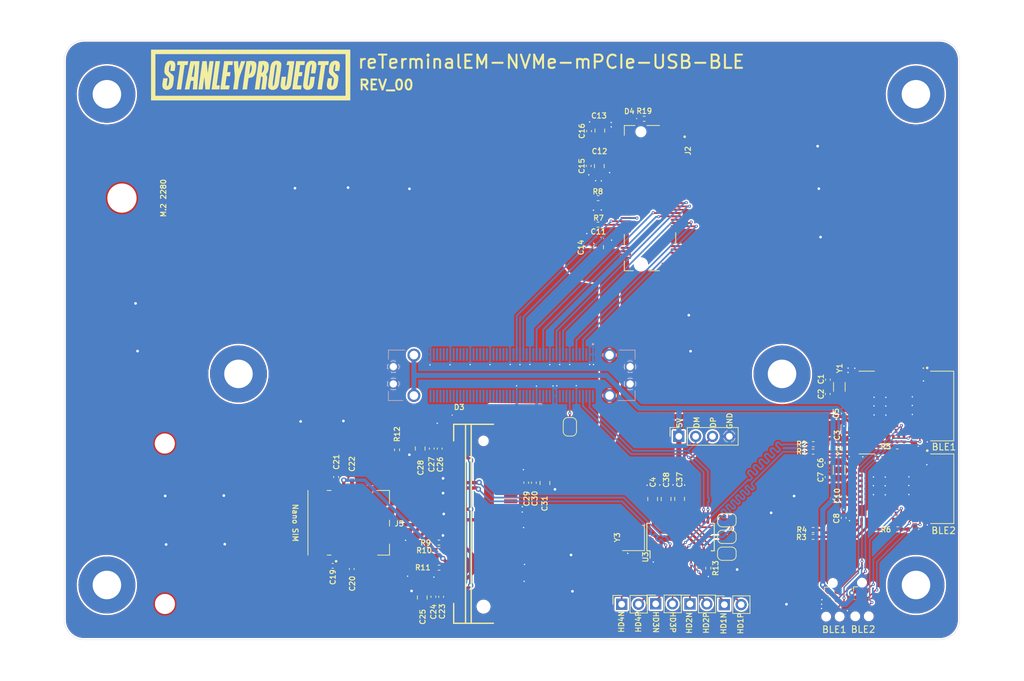
<source format=kicad_pcb>
(kicad_pcb (version 20211014) (generator pcbnew)
  (title_block (title "reTerminalEM-NVMe-mPCIe-USB-BLE") (date "2022-06-22") (rev "REV_00") (company "StanleyProjects.com"))
  (layers (0 "F.Cu" signal) (31 "B.Cu" signal) (34 "B.Paste" user) (35 "F.Paste" user) (36 "B.SilkS" user "B.Silkscreen") (37 "F.SilkS" user "F.Silkscreen") (38 "B.Mask" user) (39 "F.Mask" user) (44 "Edge.Cuts" user))
  (net 0 "")
  (net 1 "GND")
  (net 2 "+5V")
  (net 3 "Net-(C1-Pad2)")
  (net 4 "Net-(C2-Pad2)")
  (net 5 "Net-(C6-Pad2)")
  (net 6 "Net-(C7-Pad2)")
  (net 7 "Net-(D1-Pad2)")
  (net 8 "Net-(D2-Pad2)")
  (net 9 "BLE1_SWO")
  (net 10 "BLE1_SWCLK")
  (net 11 "BLE1_SWDIO")
  (net 12 "BLE2_SWO")
  (net 13 "BLE2_SWCLK")
  (net 14 "BLE2_SWDIO")
  (net 15 "BLE1_LED")
  (net 16 "BLE2_LED")
  (net 17 "Net-(R1-Pad2)")
  (net 18 "Net-(R2-Pad2)")
  (net 19 "Net-(R3-Pad2)")
  (net 20 "Net-(R4-Pad2)")
  (net 21 "SIM_PWR")
  (net 22 "SIM_RESET")
  (net 23 "SIM_CLK")
  (net 24 "SIM_DATA")
  (net 25 "Net-(D3-Pad1)")
  (net 26 "SIM_VPP")
  (net 27 "+1V5")
  (net 28 "HD1_N")
  (net 29 "HD1_P")
  (net 30 "HD2_P")
  (net 31 "HD2_N")
  (net 32 "HD3_P")
  (net 33 "HD3_N")
  (net 34 "HD4_P")
  (net 35 "HD4_N")
  (net 36 "Net-(D4-Pad1)")
  (net 37 "3V3_PCI")
  (net 38 "PCIE_CLK_P")
  (net 39 "PCIE_CLK_N")
  (net 40 "PCIE_RX_P")
  (net 41 "PCIE_RX_N")
  (net 42 "PCIE_TX_P")
  (net 43 "PCIE_TX_N")
  (net 44 "PCIE_nRST")
  (net 45 "PCIE_CLK_nREQ")
  (net 46 "HUB_DM4")
  (net 47 "HUB_DP4")
  (net 48 "USB4_VBUS_EN")
  (net 49 "Net-(J2-Pad10)")
  (net 50 "Net-(J2-Pad54)")
  (net 51 "Net-(J4-Pad42)")
  (net 52 "Net-(J4-Pad14)")
  (net 53 "Net-(J4-Pad12)")
  (net 54 "Net-(J4-Pad10)")
  (net 55 "Net-(J2-Pad38)")
  (net 56 "Net-(C4-Pad2)")
  (net 57 "V3")
  (net 58 "SDA1")
  (net 59 "SCL1")
  (net 60 "SDA0")
  (net 61 "SCL0")
  (net 62 "SPI0_MOSI")
  (net 63 "SPI0_MISO")
  (net 64 "SPI0_SCLK")
  (net 65 "SPI0_CE0")
  (net 66 "SPI0_CE1")
  (net 67 "SPI1_MOSI")
  (net 68 "SPI1_MISO")
  (net 69 "Net-(J1-Pad28)")
  (net 70 "SPI1_SCLK")
  (net 71 "Net-(J1-Pad30)")
  (net 72 "SPI1_CE1")
  (net 73 "SPI1_CE0")
  (net 74 "Net-(J1-Pad34)")
  (net 75 "SPI1_CE2")
  (net 76 "Net-(J1-Pad36)")
  (net 77 "Net-(J1-Pad37)")
  (net 78 "Net-(J1-Pad39)")
  (net 79 "Net-(J1-Pad40)")
  (net 80 "Net-(J1-Pad41)")
  (net 81 "Net-(J1-Pad42)")
  (net 82 "Net-(J1-Pad43)")
  (net 83 "TXD")
  (net 84 "Net-(J1-Pad46)")
  (net 85 "RXD")
  (net 86 "Net-(J1-Pad48)")
  (net 87 "Net-(J1-Pad49)")
  (net 88 "Net-(J1-Pad51)")
  (net 89 "GPIO4")
  (net 90 "GPIO5")
  (net 91 "GPIO6")
  (net 92 "GPIO12")
  (net 93 "USB4_OVRCURn")
  (net 94 "GPIO13")
  (net 95 "Net-(J1-Pad64)")
  (net 96 "GPIO22")
  (net 97 "Net-(J1-Pad66)")
  (net 98 "GPIO23")
  (net 99 "GPIO24")
  (net 100 "Net-(J1-Pad70)")
  (net 101 "GPIO25")
  (net 102 "Net-(J1-Pad72)")
  (net 103 "GPIO26")
  (net 104 "GPIO27")
  (net 105 "nPIBOOT")
  (net 106 "GLOBAL_EN")
  (net 107 "Net-(J1-Pad78)")
  (net 108 "RUN_PG")
  (net 109 "Net-(J1-Pad80)")
  (net 110 "Net-(J1-Pad81)")
  (net 111 "Net-(J1-Pad82)")
  (net 112 "Net-(J1-Pad83)")
  (net 113 "Net-(J1-Pad84)")
  (net 114 "Net-(J1-Pad85)")
  (net 115 "Net-(J1-Pad86)")
  (net 116 "Net-(J1-Pad87)")
  (net 117 "TCT1")
  (net 118 "Net-(J1-Pad89)")
  (net 119 "Net-(J1-Pad90)")
  (net 120 "Net-(J1-Pad91)")
  (net 121 "TCT2")
  (net 122 "Net-(J1-Pad93)")
  (net 123 "Net-(J1-Pad94)")
  (net 124 "Net-(J1-Pad95)")
  (net 125 "TCT3")
  (net 126 "Net-(J1-Pad97)")
  (net 127 "Net-(J1-Pad98)")
  (net 128 "DCIN")
  (net 129 "TCT4")
  (net 130 "Net-(J2-Pad5)")
  (net 131 "Net-(J2-Pad6)")
  (net 132 "Net-(J2-Pad7)")
  (net 133 "Net-(J2-Pad8)")
  (net 134 "Net-(J2-Pad11)")
  (net 135 "Net-(J2-Pad13)")
  (net 136 "Net-(J2-Pad17)")
  (net 137 "Net-(J2-Pad19)")
  (net 138 "Net-(J2-Pad20)")
  (net 139 "Net-(J2-Pad22)")
  (net 140 "Net-(J2-Pad23)")
  (net 141 "Net-(J2-Pad24)")
  (net 142 "Net-(J2-Pad25)")
  (net 143 "Net-(J2-Pad26)")
  (net 144 "Net-(J2-Pad28)")
  (net 145 "Net-(J2-Pad29)")
  (net 146 "Net-(J2-Pad30)")
  (net 147 "Net-(J2-Pad31)")
  (net 148 "Net-(J2-Pad32)")
  (net 149 "Net-(J2-Pad34)")
  (net 150 "Net-(J2-Pad35)")
  (net 151 "Net-(J2-Pad36)")
  (net 152 "Net-(J2-Pad37)")
  (net 153 "Net-(J2-Pad40)")
  (net 154 "Net-(J2-Pad42)")
  (net 155 "Net-(J2-Pad44)")
  (net 156 "Net-(J2-Pad46)")
  (net 157 "Net-(J2-Pad48)")
  (net 158 "Net-(J2-Pad56)")
  (net 159 "Net-(J2-Pad58)")
  (net 160 "Net-(J2-Pad67)")
  (net 161 "Net-(J2-Pad68)")
  (net 162 "Net-(J2-Pad69)")
  (net 163 "Net-(J4-Pad51)")
  (net 164 "Net-(J4-Pad49)")
  (net 165 "Net-(J4-Pad47)")
  (net 166 "Net-(J4-Pad46)")
  (net 167 "Net-(J4-Pad45)")
  (net 168 "Net-(J4-Pad44)")
  (net 169 "Net-(J4-Pad33)")
  (net 170 "Net-(J4-Pad32)")
  (net 171 "Net-(J4-Pad31)")
  (net 172 "Net-(J4-Pad30)")
  (net 173 "Net-(J4-Pad25)")
  (net 174 "Net-(J4-Pad23)")
  (net 175 "Net-(J4-Pad22)")
  (net 176 "Net-(J4-Pad20)")
  (net 177 "Net-(J4-Pad19)")
  (net 178 "Net-(J4-Pad17)")
  (net 179 "Net-(J4-Pad13)")
  (net 180 "Net-(J4-Pad11)")
  (net 181 "Net-(J4-Pad7)")
  (net 182 "Net-(J4-Pad5)")
  (net 183 "Net-(J4-Pad3)")
  (net 184 "Net-(J4-Pad1)")
  (net 185 "Net-(JP2-Pad2)")
  (net 186 "Net-(JP3-Pad2)")
  (net 187 "Net-(JP4-Pad2)")
  (net 188 "Net-(R13-Pad1)")
  (net 189 "Net-(U1-Pad3)")
  (net 190 "Net-(U1-Pad4)")
  (net 191 "Net-(U1-Pad5)")
  (net 192 "Net-(U1-Pad6)")
  (net 193 "Net-(U1-Pad7)")
  (net 194 "Net-(U1-Pad8)")
  (net 195 "Net-(U1-Pad9)")
  (net 196 "Net-(U1-Pad10)")
  (net 197 "Net-(U1-Pad11)")
  (net 198 "Net-(U1-Pad12)")
  (net 199 "Net-(U1-Pad13)")
  (net 200 "Net-(U1-Pad14)")
  (net 201 "Net-(U1-Pad16)")
  (net 202 "Net-(U1-Pad19)")
  (net 203 "Net-(U1-Pad20)")
  (net 204 "Net-(U1-Pad21)")
  (net 205 "Net-(U1-Pad22)")
  (net 206 "Net-(U1-Pad23)")
  (net 207 "Net-(U1-Pad24)")
  (net 208 "Net-(U1-Pad25)")
  (net 209 "Net-(U1-Pad26)")
  (net 210 "Net-(U1-Pad27)")
  (net 211 "Net-(U1-Pad29)")
  (net 212 "Net-(U1-Pad31)")
  (net 213 "Net-(U1-Pad36)")
  (net 214 "Net-(U1-Pad38)")
  (net 215 "Net-(U1-Pad39)")
  (net 216 "BLE2_RST")
  (net 217 "Net-(U1-Pad41)")
  (net 218 "Net-(U1-Pad42)")
  (net 219 "Net-(U1-Pad43)")
  (net 220 "Net-(U1-Pad44)")
  (net 221 "Net-(U1-Pad45)")
  (net 222 "Net-(U1-Pad46)")
  (net 223 "Net-(U1-Pad48)")
  (net 224 "Net-(U1-Pad49)")
  (net 225 "Net-(U1-Pad50)")
  (net 226 "Net-(U1-Pad52)")
  (net 227 "Net-(U1-Pad54)")
  (net 228 "Net-(U1-Pad56)")
  (net 229 "Net-(U1-Pad57)")
  (net 230 "Net-(U1-Pad58)")
  (net 231 "Net-(U1-Pad59)")
  (net 232 "Net-(U1-Pad60)")
  (net 233 "Net-(U1-Pad61)")
  (net 234 "Net-(U2-Pad3)")
  (net 235 "Net-(U2-Pad4)")
  (net 236 "Net-(U2-Pad5)")
  (net 237 "Net-(U2-Pad6)")
  (net 238 "Net-(U2-Pad7)")
  (net 239 "Net-(U2-Pad8)")
  (net 240 "Net-(U2-Pad9)")
  (net 241 "Net-(U2-Pad10)")
  (net 242 "Net-(U2-Pad11)")
  (net 243 "Net-(U2-Pad12)")
  (net 244 "Net-(U2-Pad13)")
  (net 245 "Net-(U2-Pad14)")
  (net 246 "Net-(U2-Pad16)")
  (net 247 "Net-(U2-Pad19)")
  (net 248 "Net-(U2-Pad20)")
  (net 249 "Net-(U2-Pad21)")
  (net 250 "Net-(U2-Pad22)")
  (net 251 "Net-(U2-Pad23)")
  (net 252 "Net-(U2-Pad24)")
  (net 253 "Net-(U2-Pad25)")
  (net 254 "Net-(U2-Pad26)")
  (net 255 "Net-(U2-Pad27)")
  (net 256 "Net-(U2-Pad29)")
  (net 257 "Net-(U2-Pad31)")
  (net 258 "Net-(U2-Pad36)")
  (net 259 "Net-(U2-Pad38)")
  (net 260 "Net-(U2-Pad39)")
  (net 261 "BLE1_RST")
  (net 262 "Net-(U2-Pad41)")
  (net 263 "Net-(U2-Pad42)")
  (net 264 "Net-(U2-Pad43)")
  (net 265 "Net-(U2-Pad44)")
  (net 266 "Net-(U2-Pad45)")
  (net 267 "Net-(U2-Pad46)")
  (net 268 "Net-(U2-Pad48)")
  (net 269 "Net-(U2-Pad49)")
  (net 270 "Net-(U2-Pad50)")
  (net 271 "Net-(U2-Pad52)")
  (net 272 "Net-(U2-Pad54)")
  (net 273 "Net-(U2-Pad56)")
  (net 274 "Net-(U2-Pad57)")
  (net 275 "Net-(U2-Pad58)")
  (net 276 "Net-(U2-Pad59)")
  (net 277 "Net-(U2-Pad60)")
  (net 278 "Net-(U2-Pad61)")
  (net 279 "Net-(U3-Pad27)")
  (net 280 "Net-(U3-Pad25)")
  (net 281 "Net-(U3-Pad24)")
  (net 282 "Net-(U3-Pad23)")
  (net 283 "Net-(U3-Pad22)")
  (net 284 "Net-(U3-Pad3)")
  (net 285 "Net-(U3-Pad2)")
  (footprint "Connector:Tag-Connect_TC2030-IDC-NL_2x03_P1.27mm_Vertical" (layer "F.Cu") (at 200.93 138.51 -90)
    (fp_text reference "J9" hide)
    (fp_text value "Conn_02x03_Odd_Even")
  )
  (footprint "StanleyProjects:Molex_104224-0820" (layer "F.Cu") (at 117.28 126.95 -90)
    (fp_text reference "J5")
    (fp_text value "J_SIM_Card_Nano_6P_Shielded")
  )
  (footprint "Capacitor_SMD:C_0805_2012Metric" (layer "F.Cu") (at 161.21 85.38 90)
    (fp_text reference "C11")
    (fp_text value "10uF")
  )
  (footprint "Capacitor_SMD:C_0402_1005Metric" (layer "F.Cu") (at 159.61 85.34 90)
    (fp_text reference "C14")
    (fp_text value "100nF")
  )
  (footprint "Capacitor_SMD:C_0402_1005Metric" (layer "F.Cu") (at 159.72 73.14 -90)
    (fp_text reference "C15")
    (fp_text value "100nF")
  )
  (footprint "Capacitor_SMD:C_0402_1005Metric" (layer "F.Cu") (at 159.78 67.89 90)
    (fp_text reference "C16")
    (fp_text value "100nF")
  )
  (footprint "Capacitor_SMD:C_0402_1005Metric" (layer "F.Cu") (at 121.12 133.44 180)
    (fp_text reference "C19")
    (fp_text value "100nF")
  )
  (footprint "Capacitor_SMD:C_0402_1005Metric" (layer "F.Cu") (at 121.63 120.04 90)
    (fp_text reference "C21")
    (fp_text value "33pF")
  )
  (footprint "Capacitor_SMD:C_0402_1005Metric" (layer "F.Cu") (at 124.03 120.26 90)
    (fp_text reference "C22")
    (fp_text value "33pF")
  )
  (footprint "Capacitor_SMD:C_0402_1005Metric" (layer "F.Cu") (at 137.25 115.76 -90)
    (fp_text reference "C26")
    (fp_text value "33pF")
  )
  (footprint "Capacitor_SMD:C_0402_1005Metric" (layer "F.Cu") (at 136.05 115.76 -90)
    (fp_text reference "C27")
    (fp_text value "100nF")
  )
  (footprint "Capacitor_SMD:C_0805_2012Metric" (layer "F.Cu") (at 134.31 115.75 -90)
    (fp_text reference "C28")
    (fp_text value "10uF")
  )
  (footprint "Capacitor_SMD:C_0805_2012Metric" (layer "F.Cu") (at 153.12 120.95 -90)
    (fp_text reference "C31")
    (fp_text value "10uF")
  )
  (footprint "LED_SMD:LED_0402_1005Metric" (layer "F.Cu") (at 140.225 110.71)
    (fp_text reference "D3")
    (fp_text value "Blue")
  )
  (footprint "Resistor_SMD:R_0402_1005Metric" (layer "F.Cu") (at 137.13 129.93)
    (fp_text reference "R9")
    (fp_text value "27R")
  )
  (footprint "Resistor_SMD:R_0402_1005Metric" (layer "F.Cu") (at 137.16 131.06)
    (fp_text reference "R10")
    (fp_text value "27R")
  )
  (footprint "Resistor_SMD:R_0402_1005Metric" (layer "F.Cu") (at 130.82 115.95 -90)
    (fp_text reference "R12")
    (fp_text value "470R")
  )
  (footprint "Capacitor_SMD:C_0402_1005Metric" (layer "F.Cu") (at 137.47 138.11 90)
    (fp_text reference "C23")
    (fp_text value "33pF")
  )
  (footprint "Capacitor_SMD:C_0402_1005Metric" (layer "F.Cu") (at 136.3 138.1 90)
    (fp_text reference "C24")
    (fp_text value "100nF")
  )
  (footprint "Capacitor_SMD:C_0805_2012Metric" (layer "F.Cu") (at 134.62 138.22 90)
    (fp_text reference "C25")
    (fp_text value "10uF")
  )
  (footprint "Capacitor_SMD:C_0402_1005Metric" (layer "F.Cu") (at 150.3 120.9 -90)
    (fp_text reference "C29")
    (fp_text value "33pF")
  )
  (footprint "Capacitor_SMD:C_0402_1005Metric" (layer "F.Cu") (at 151.45 120.91 -90)
    (fp_text reference "C30")
    (fp_text value "100nF")
  )
  (footprint "Resistor_SMD:R_0402_1005Metric" (layer "F.Cu") (at 137.15 133.72 180)
    (fp_text reference "R11")
    (fp_text value "27R")
  )
  (footprint "Capacitor_SMD:C_0402_1005Metric" (layer "F.Cu") (at 123.99 133.91 90)
    (fp_text reference "C20")
    (fp_text value "33pF")
  )
  (footprint "Capacitor_SMD:C_0805_2012Metric" (layer "F.Cu") (at 161.32 73.17 -90)
    (fp_text reference "C12")
    (fp_text value "10uF")
  )
  (footprint "LED_SMD:LED_0402_1005Metric" (layer "F.Cu") (at 208.38 127.94 180)
    (fp_text reference "D2" hide)
    (fp_text value "R")
  )
  (footprint "Capacitor_SMD:C_0402_1005Metric" (layer "F.Cu") (at 198.204 122.948 90)
    (fp_text reference "C10")
    (fp_text value "10uF")
  )
  (footprint "Capacitor_SMD:C_0402_1005Metric" (layer "F.Cu") (at 198.21 113.72 -90)
    (fp_text reference "C3")
    (fp_text value "10uF")
  )
  (footprint "Capacitor_SMD:C_0402_1005Metric" (layer "F.Cu") (at 195.734 120.048 -90)
    (fp_text reference "C7")
    (fp_text value "9pF")
  )
  (footprint "LED_SMD:LED_0402_1005Metric" (layer "F.Cu") (at 208.32 115.42 180)
    (fp_text reference "D1" hide)
    (fp_text value "R")
  )
  (footprint "Capacitor_SMD:C_0402_1005Metric" (layer "F.Cu") (at 195.784 105.368 90)
    (fp_text reference "C1")
    (fp_text value "9pF")
  )
  (footprint "Capacitor_SMD:C_0402_1005Metric" (layer "F.Cu") (at 195.764 107.528 -90)
    (fp_text reference "C2")
    (fp_text value "9pF")
  )
  (footprint "Capacitor_SMD:C_0402_1005Metric" (layer "F.Cu") (at 195.714 117.908 90)
    (fp_text reference "C6")
    (fp_text value "9pF")
  )
  (footprint "Resistor_SMD:R_0402_1005Metric" (layer "F.Cu") (at 193.55 129.07)
    (fp_text reference "R3")
    (fp_text value "27R")
  )
  (footprint "Resistor_SMD:R_0402_1005Metric" (layer "F.Cu") (at 206.32 127.93 180)
    (fp_text reference "R6")
    (fp_text value "220R")
  )
  (footprint "StanleyProjects:Y_3215-2Pin_3.2x1.5mm" (layer "F.Cu") (at 197.474 118.978 90)
    (fp_text reference "Y2")
    (fp_text value "32.768kHz" hide)
  )
  (footprint "StanleyProjects:Y_3215-2Pin_3.2x1.5mm" (layer "F.Cu") (at 197.514 106.458 90)
    (fp_text reference "Y1")
    (fp_text value "32.768kHz" hide)
  )
  (footprint "Resistor_SMD:R_0402_1005Metric" (layer "F.Cu") (at 193.56 128.04)
    (fp_text reference "R4")
    (fp_text value "27R")
  )
  (footprint "Resistor_SMD:R_0402_1005Metric" (layer "F.Cu") (at 206.24 115.43 180)
    (fp_text reference "R5")
    (fp_text value "220R")
  )
  (footprint "Resistor_SMD:R_0402_1005Metric" (layer "F.Cu") (at 193.58 115.1)
    (fp_text reference "R2")
    (fp_text value "27R")
  )
  (footprint "Capacitor_SMD:C_0402_1005Metric" (layer "F.Cu") (at 198.184 110.458 90)
    (fp_text reference "C5")
    (fp_text value "10uF")
  )
  (footprint "LED_SMD:LED_0402_1005Metric" (layer "F.Cu") (at 165.865 66 180)
    (fp_text reference "D4")
    (fp_text value "Blue")
  )
  (footprint "Resistor_SMD:R_0402_1005Metric" (layer "F.Cu") (at 168.09 66.03)
    (fp_text reference "R19")
    (fp_text value "470R")
  )
  (footprint "StanleyProjects:MDBT50Q-P1MV2" (layer "F.Cu") (at 207.02 121.82 -90)
    (fp_text reference "U1" hide)
    (fp_text value "MDBT50Q-P1MV2")
  )
  (footprint "Resistor_SMD:R_0402_1005Metric" (layer "F.Cu") (at 193.56 116.23)
    (fp_text reference "R1")
    (fp_text value "27R")
  )
  (footprint "StanleyProjects:MDBT50Q-P1MV2" (layer "F.Cu") (at 207.01 109.34 -90)
    (fp_text reference "U2" hide)
    (fp_text value "MDBT50Q-P1MV2")
  )
  (footprint "Capacitor_SMD:C_0402_1005Metric" (layer "F.Cu") (at 198.17 126.21 -90)
    (fp_text reference "C8")
    (fp_text value "10uF")
  )
  (footprint "StanleyProjects:WE_WA-SMSI_9774040243" (layer "F.Cu") (at 95.8 115 90)
    (fp_text reference "J7" hide)
    (fp_text value "J_Standoff_M2_H4")
  )
  (footprint "StanleyProjects:TE_20412621" (layer "F.Cu") (at 143.86 127.1 90)
    (fp_text reference "J4" hide)
    (fp_text value "mPCIe")
  )
  (footprint "MountingHole:MountingHole_4.3mm_M4_Pad" (layer "F.Cu") (at 87.07 136.33)
    (fp_text reference "REF*" hide)
    (fp_text value "MountingHole_4.3mm_M4_Pad")
  )
  (footprint "MountingHole:MountingHole_4.3mm_M4_Pad" (layer "F.Cu") (at 106.91 104.5)
    (fp_text reference "REF**" hide)
    (fp_text value "MountingHole_4.3mm_M4_Pad")
  )
  (footprint "MountingHole:MountingHole_4.3mm_M4_Pad" (layer "F.Cu") (at 188.87 104.5)
    (fp_text reference "REF**" hide)
    (fp_text value "MountingHole_4.3mm_M4_Pad")
  )
  (footprint "MountingHole:MountingHole_4.3mm_M4_Pad" (layer "F.Cu") (at 87.07 62.33)
    (fp_text reference "REF**" hide)
    (fp_text value "MountingHole_4.3mm_M4_Pad")
  )
  (footprint "MountingHole:MountingHole_4.3mm_M4_Pad" (layer "F.Cu") (at 209.07 136.33)
    (fp_text reference "REF**" hide)
    (fp_text value "MountingHole_4.3mm_M4_Pad")
  )
  (footprint "Jumper:SolderJumper-2_P1.3mm_Open_RoundedPad1.0x1.5mm" (layer "F.Cu") (at 156.88 112.48 90)
    (fp_text reference "JP1" hide)
    (fp_text value "Jumper_2_Open")
  )
  (footprint "Resistor_SMD:R_0402_1005Metric" (layer "F.Cu") (at 161.12 81.99 180)
    (fp_text reference "R7")
    (fp_text value "10k")
  )
  (footprint "Resistor_SMD:R_0402_1005Metric" (layer "F.Cu") (at 161.14 78 180)
    (fp_text reference "R8")
    (fp_text value "10k")
  )
  (footprint "StanleyProjects:WE_WA-SMSI_9774025360" (layer "F.Cu") (at 89.34 77.99)
    (fp_text reference "J3" hide)
    (fp_text value "J_Standoff_M3_H2.5")
  )
  (footprint "Capacitor_SMD:C_0805_2012Metric" (layer "F.Cu") (at 161.4 67.81 90)
    (fp_text reference "C13")
    (fp_text value "10uF")
  )
  (footprint "StanleyProjects:TE_1-2199230-5" (layer "F.Cu") (at 167.59 77.99 -90)
    (fp_text reference "J2")
    (fp_text value "M.2")
  )
  (footprint "Connector_PinSocket_2.54mm:PinSocket_1x02_P2.54mm_Vertical" (layer "F.Cu") (at 169.817301 139.176957 90)
    (fp_text reference "J13" hide)
    (fp_text value "HD3")
  )
  (footprint "Connector:Tag-Connect_TC2030-IDC-NL_2x03_P1.27mm_Vertical" (layer "F.Cu") (at 196.54 138.56 -90)
    (fp_text reference "J8" hide)
    (fp_text value "Conn_02x03_Odd_Even")
  )
  (footprint "StanleyProjects:WE_WA-SMSI_9774040243" (layer "F.Cu") (at 95.82 139.19)
    (fp_text reference "J6" hide)
    (fp_text value "J_Standoff_M2_H4")
  )
  (footprint "Capacitor_SMD:C_0805_2012Metric" (layer "F.Cu") (at 169.36 123.36 -90)
    (fp_text reference "C4")
    (fp_text value "10uF")
  )
  (footprint "Jumper:SolderJumper-2_P1.3mm_Bridged_RoundedPad1.0x1.5mm" (layer "F.Cu") (at 180.55 129.07 180)
    (fp_text reference "JP2" hide)
    (fp_text value "Jumper_2_Closed")
  )
  (footprint "Jumper:SolderJumper-2_P1.3mm_Bridged_RoundedPad1.0x1.5mm" (layer "F.Cu") (at 180.55 126.56 180)
    (fp_text reference "JP3" hide)
    (fp_text value "Jumper_2_Closed")
  )
  (footprint "Jumper:SolderJumper-2_P1.3mm_Bridged_RoundedPad1.0x1.5mm" (layer "F.Cu") (at 180.55 131.61 180)
    (fp_text reference "JP4" hide)
    (fp_text value "Jumper_2_Closed")
  )
  (footprint "Resistor_SMD:R_0402_1005Metric" (layer "F.Cu") (at 177.75 133.79 -90)
    (fp_text reference "R13")
    (fp_text value "2.7k")
  )
  (footprint "Package_SO:SSOP-28_3.9x9.9mm_P0.635mm" (layer "F.Cu") (at 173.57 129.1 90)
    (fp_text reference "U3")
    (fp_text value "FE1.1s")
  )
  (footprint "Crystal:Crystal_SMD_3225-4Pin_3.2x2.5mm" (layer "F.Cu") (at 166.47 129.15 90)
    (fp_text reference "Y3")
    (fp_text value "12MHz")
  )
  (footprint "Capacitor_SMD:C_0805_2012Metric" (layer "F.Cu") (at 173.43 123.35 90)
    (fp_text reference "C37")
    (fp_text value "10uF")
  )
  (footprint "Capacitor_SMD:C_0805_2012Metric" (layer "F.Cu") (at 171.39 123.36 -90)
    (fp_text reference "C38")
    (fp_text value "10uF")
  )
  (footprint "Connector_PinSocket_2.54mm:PinSocket_1x04_P2.54mm_Vertical" (layer "F.Cu") (at 173.31 113.92 90)
    (fp_text reference "J10" hide)
    (fp_text value "USB1")
  )
  (footprint "Connector_PinSocket_2.54mm:PinSocket_1x02_P2.54mm_Vertical" (layer "F.Cu") (at 164.69 139.23 90)
    (fp_text reference "J14" hide)
    (fp_text value "HD4")
  )
  (footprint "Connector_PinSocket_2.54mm:PinSocket_1x02_P2.54mm_Vertical" (layer "F.Cu") (at 180.17 139.29 90)
    (fp_text reference "J11" hide)
    (fp_text value "HD1")
  )
  (footprint "Connector_PinSocket_2.54mm:PinSocket_1x02_P2.54mm_Vertical" (layer "F.Cu") (at 174.99 139.19 90)
    (fp_text reference "J12" hide)
    (fp_text value "HD2")
  )
  (footprint "MountingHole:MountingHole_4.3mm_M4_Pad" (layer "F.Cu") (at 209.06 62.33)
    (fp_text reference "REF**" hide)
    (fp_text value "MountingHole_4.3mm_M4_Pad")
  )
  (footprint "StanleyProjects:X_Logo_stanleyprojects_30mm" (layer "F.Cu") (at 108.74 59.43)
    (fp_text reference "G***" hide)
    (fp_text value "LOGO" hide)
  )
  (footprint "StanleyProjects:FX23-100S-0.5SV" (layer "B.Cu") (at 148.11 104.71 180)
    (fp_text reference "J1" hide)
    (fp_text value "FX23-100S-0.5SV" hide)
  )
  (gr_line (start 215.640519 141.571366) (end 215.640519 57.171367) (layer "Edge.Cuts") (width 0.05))
  (gr_arc (start 83.64052 144.571366) (mid 81.5192 143.692686) (end 80.64052 141.571366) (layer "Edge.Cuts") (width 0.05))
  (gr_line (start 212.640519 54.171367) (end 83.64052 54.171367) (layer "Edge.Cuts") (width 0.05))
  (gr_arc (start 215.640519 141.571366) (mid 214.761839 143.692686) (end 212.640519 144.571366) (layer "Edge.Cuts") (width 0.05))
  (gr_line (start 80.64052 57.171367) (end 80.64052 141.571366) (layer "Edge.Cuts") (width 0.05))
  (gr_line (start 83.64052 144.571366) (end 212.640519 144.571366) (layer "Edge.Cuts") (width 0.05))
  (gr_arc (start 212.640519 54.171367) (mid 214.761839 55.050047) (end 215.640519 57.171367) (layer "Edge.Cuts") (width 0.05))
  (gr_arc (start 80.64052 57.171367) (mid 81.5192 55.050047) (end 83.64052 54.171367) (layer "Edge.Cuts") (width 0.05))
  (gr_text "HD4N" (at 164.65 141.88 90) (layer "F.SilkS") (effects (font (size 0.8 0.8))))
  (gr_text "HD3N" (at 169.8373 141.936958 270) (layer "F.SilkS") (effects (font (size 0.8 0.8))))
  (gr_text "HD3P" (at 172.397301 141.936958 270) (layer "F.SilkS") (effects (font (size 0.8 0.8))))
  (gr_text "HD2N" (at 174.88 142.05 90) (layer "F.SilkS") (effects (font (size 0.8 0.8))))
  (gr_text "HD2P" (at 177.44 142.05 90) (layer "F.SilkS") (effects (font (size 0.8 0.8))))
  (gr_text "DP" (at 178.5 111.81 90) (layer "F.SilkS") (effects (font (size 0.8 0.8))))
  (gr_text "DM" (at 176 111.81 90) (layer "F.SilkS") (effects (font (size 0.8 0.8))))
  (gr_text "GND" (at 180.97 111.59 90) (layer "F.SilkS") (effects (font (size 0.8 0.8))))
  (gr_text "BLE2" (at 213.23 128.13) (layer "F.SilkS") (effects (font (size 1 1))))
  (gr_text "BLE2" (at 201.09 143.03) (layer "F.SilkS") (effects (font (size 1 1))))
  (gr_text "BLE1" (at 196.75 143.05) (layer "F.SilkS") (effects (font (size 1 1))))
  (gr_text "5V" (at 173.43 111.88 90) (layer "F.SilkS") (effects (font (size 0.8 0.8))))
  (gr_text "Nano SIM" (at 115.46 126.96 270) (layer "F.SilkS") (effects (font (size 0.8 0.8))))
  (gr_text "reTerminalEM-NVMe-mPCIe-USB-BLE" (at 154.07 57.44) (layer "F.SilkS") (effects (font (size 2 2) (thickness 0.3))))
  (gr_text "REV_00" (at 129.2 60.93) (layer "F.SilkS") (effects (font (size 1.5 1.5) (thickness 0.3))))
  (gr_text "BLE1" (at 213.29 115.51) (layer "F.SilkS") (effects (font (size 1 1))))
  (gr_text "HD1N" (at 180.06 142.12 90) (layer "F.SilkS") (effects (font (size 0.8 0.8))))
  (gr_text "HD4P" (at 167.21 141.88 90) (layer "F.SilkS") (effects (font (size 0.8 0.8))))
  (gr_text "HD1P" (at 182.62 142.12 90) (layer "F.SilkS") (effects (font (size 0.8 0.8))))
  (segment (start 195.734 119.568) (end 195.734 118.408) (width 0.381) (layer "F.Cu") (net 1))
  (segment (start 195.764 105.868) (end 195.784 105.848) (width 0.381) (layer "F.Cu") (net 1))
  (segment (start 195.734 118.408) (end 195.714 118.388) (width 0.381) (layer "F.Cu") (net 1))
  (segment (start 195.764 107.048) (end 195.764 105.868) (width 0.381) (layer "F.Cu") (net 1))
  (segment (start 199.01 114.14) (end 198.36 114.14) (width 0.381) (layer "F.Cu") (net 1))
  (segment (start 208.805 115.42) (end 208.825 115.4) (width 0.381) (layer "F.Cu") (net 1))
  (segment (start 150.22 121.3) (end 150.3 121.38) (width 0.508) (layer "F.Cu") (net 1))
  (segment (start 198.36 114.14) (end 198.21 114.29) (width 0.381) (layer "F.Cu") (net 1))
  (segment (start 173.42 122.41) (end 173.43 122.4) (width 0.381) (layer "F.Cu") (net 1))
  (segment (start 199.86 114.14) (end 199.01 114.14) (width 0.381) (layer "F.Cu") (net 1))
  (segment (start 139.76 137.7) (end 137.54 137.7) (width 0.508) (layer "F.Cu") (net 1))
  (segment (start 198.98 126.69) (end 199.04 126.63) (width 0.381) (layer "F.Cu") (net 1))
  (segment (start 134.77 116.24) (end 134.31 116.7) (width 0.508) (layer "F.Cu") (net 1))
  (segment (start 137.25 116.24) (end 134.77 116.24) (width 0.508) (layer "F.Cu") (net 1))
  (segment (start 137.54 137.7) (end 137.47 137.63) (width 0.508) (layer "F.Cu") (net 1))
  (segment (start 134.98 137.63) (end 134.62 137.27) (width 0.508) (layer "F.Cu") (net 1))
  (segment (start 139.714001 116.145999) (end 137.344001 116.145999) (width 0.508) (layer "F.Cu") (net 1))
  (segment (start 199.05 126.62) (end 199.04 126.63) (width 0.381) (layer "F.Cu") (net 1))
  (segment (start 150.3 121.38) (end 152.6 121.38) (width 0.508) (layer "F.Cu") (net 1))
  (segment (start 137.344001 116.145999) (end 137.25 116.24) (width 0.508) (layer "F.Cu") (net 1))
  (segment (start 199.87 126.62) (end 199.05 126.62) (width 0.381) (layer "F.Cu") (net 1))
  (segment (start 152.6 121.38) (end 153.12 121.9) (width 0.508) (layer "F.Cu") (net 1))
  (segment (start 139.76 116.1) (end 139.714001 116.145999) (width 0.508) (layer "F.Cu") (net 1))
  (segment (start 137.47 137.63) (end 134.98 137.63) (width 0.508) (layer "F.Cu") (net 1))
  (segment (start 198.17 126.69) (end 198.98 126.69) (width 0.381) (layer "F.Cu") (net 1))
  (segment (start 147.96 121.3) (end 150.22 121.3) (width 0.508) (layer "F.Cu") (net 1))
  (via (at 204.43 121.37) (size 0.45) (drill 0.2) (layers "F.Cu" "B.Cu") (net 1))
  (via (at 202.65 121.35) (size 0.45) (drill 0.2) (layers "F.Cu" "B.Cu") (net 1))
  (via (at 202.74 109.33) (size 0.45) (drill 0.2) (layers "F.Cu" "B.Cu") (net 1))
  (via (at 202.75 110.69) (size 0.45) (drill 0.2) (layers "F.Cu" "B.Cu") (net 1))
  (via (at 204.53 110.71) (size 0.45) (drill 0.2) (layers "F.Cu" "B.Cu") (net 1))
  (via (at 204.53 108.04) (size 0.45) (drill 0.2) (layers "F.Cu" "B.Cu") (net 1))
  (via (at 202.75 108.02) (size 0.45) (drill 0.2) (layers "F.Cu" "B.Cu") (net 1))
  (via (at 204.52 109.35) (size 0.45) (drill 0.2) (layers "F.Cu" "B.Cu") (net 1))
  (via (at 208.51 109.26) (size 0.45) (drill 0.2) (layers "F.Cu" "B.Cu") (net 1))
  (via (at 208.52 110.62) (size 0.45) (drill 0.2) (layers "F.Cu" "B.Cu") (net 1))
  (via (at 208.52 107.95) (size 0.45) (drill 0.2) (layers "F.Cu" "B.Cu") (net 1))
  (via (at 95.86 122.9) (size 0.8) (drill 0.4) (layers "F.Cu" "B.Cu") (net 1))
  (via (at 96 130.22) (size 0.8) (drill 0.4) (layers "F.Cu" "B.Cu") (net 1))
  (via (at 147.88 103.08) (size 0.45) (drill 0.2) (layers "F.Cu" "B.Cu") (net 1))
  (via (at 163.17 84.33) (size 0.45) (drill 0.2) (layers "F.Cu" "B.Cu") (net 1))
  (via (at 149.7 125.33) (size 0.45) (drill 0.2) (layers "F.Cu" "B.Cu") (net 1))
  (via (at 155.35 103.09) (size 0.45) (drill 0.2) (layers "F.Cu" "B.Cu") (net 1))
  (via (at 198.73 140.21) (size 0.45) (drill 0.2) (layers "F.Cu" "B.Cu") (net 1))
  (via (at 194.24 70.16) (size 0.8) (drill 0.4) (layers "F.Cu" "B.Cu") (net 1))
  (via (at 174.19 121.27) (size 0.45) (drill 0.2) (layers "F.Cu" "B.Cu") (net 1))
  (via (at 210.7 118.19) (size 0.45) (drill 0.2) (layers "F.Cu" "B.Cu") (net 1))
  (via (at 163.11 66.59) (size 0.45) (drill 0.2) (layers "F.Cu" "B.Cu") (net 1))
  (via (at 210.2 105.56) (size 0.45) (drill 0.2) (layers "F.Cu" "B.Cu") (net 1))
  (via (at 116.28 111.67) (size 0.8) (drill 0.4) (layers "F.Cu" "B.Cu") (net 1))
  (via (at 160.76 75.37) (size 0.45) (drill 0.2) (layers "F.Cu" "B.Cu") (net 1))
  (via (at 159.87 103.09) (size 0.45) (drill 0.2) (layers "F.Cu" "B.Cu") (net 1))
  (via (at 198.83 103.62) (size 0.45) (drill 0.2) (layers "F.Cu" "B.Cu") (net 1))
  (via (at 153.85 103.1) (size 0.45) (drill 0.2) (layers "F.Cu" "B.Cu") (net 1))
  (via (at 210.77 114.75) (size 0.45) (drill 0.2) (layers "F.Cu" "B.Cu") (net 1))
  (via (at 157.85 106.27) (size 0.45) (drill 0.2) (layers "F.Cu" "B.Cu") (net 1))
  (via (at 210.18 103.63) (size 0.45) (drill 0.2) (layers "F.Cu" "B.Cu") (net 1))
  (via (at 132.11 129.59) (size 0.45) (drill 0.2) (layers "F.Cu" "B.Cu") (net 1))
  (via (at 182.1 134) (size 0.8) (drill 0.4) (layers "F.Cu" "B.Cu") (net 1))
  (via (at 201.05 117.01) (size 0.45) (drill 0.2) (layers "F.Cu" "B.Cu") (net 1))
  (via (at 161.62 79.78) (size 0.45) (drill 0.2) (layers "F.Cu" "B.Cu") (net 1))
  (via (at 204.44 120.06) (size 0.45) (drill 0.2) (layers "F.Cu" "B.Cu") (net 1))
  (via (at 159.73 74.48) (size 0.45) (drill 0.2) (layers "F.Cu" "B.Cu") (net 1))
  (via (at 149.35 103.09) (size 0.45) (drill 0.2) (layers "F.Cu" "B.Cu") (net 1))
  (via (at 149.99 135.78) (size 0.45) (drill 0.2) (layers "F.Cu" "B.Cu") (net 1))
  (via (at 148.84 106.29) (size 0.45) (drill 0.2) (layers "F.Cu" "B.Cu") (net 1))
  (via (at 157.27 137.28) (size 0.8) (drill 0.4) (layers "F.Cu" "B.Cu") (net 1))
  (via (at 150.04 133.23) (size 0.45) (drill 0.2) (layers "F.Cu" "B.Cu") (net 1))
  (via (at 194.82 139.88) (size 0.45) (drill 0.2) (layers "F.Cu" "B.Cu") (net 1))
  (via (at 104.7 122.85) (size 0.8) (drill 0.4) (layers "F.Cu" "B.Cu") (net 1))
  (via (at 208 122.69) (size 0.45) (drill 0.2) (layers "F.Cu" "B.Cu") (net 1))
  (via (at 141.84 103.1) (size 0.45) (drill 0.2) (layers "F.Cu" "B.Cu") (net 1))
  (via (at 115.43 76.5) (size 0.8) (drill 0.4) (layers "F.Cu" "B.Cu") (net 1))
  (via (at 154.63 121.91) (size 0.8) (drill 0.4) (layers "F.Cu" "B.Cu") (net 1))
  (via (at 132.68 116.69) (size 0.8) (drill 0.4) (layers "F.Cu" "B.Cu") (net 1))
  (via (at 150.85 103.08) (size 0.45) (drill 0.2) (layers "F.Cu" "B.Cu") (net 1))
  (via (at 172.43 121.24) (size 0.45) (drill 0.2) (layers "F.Cu" "B.Cu") (net 1))
  (via (at 168.52 121.29) (size 0.45) (drill 0.2) (layers "F.Cu" "B.Cu") (net 1))
  (via (at 154.34 106.32) (size 0.45) (drill 0.2) (layers "F.Cu" "B.Cu") (net 1))
  (via (at 161.62 75.39) (size 0.45) (drill 0.2) (layers "F.Cu" "B.Cu") (net 1))
  (via (at 161.31 70.44) (size 0.45) (drill 0.2) (layers "F.Cu" "B.Cu") (net 1))
  (via (at 190.69 122.92) (size 0.8) (drill 0.4) (layers "F.Cu" "B.Cu") (net 1))
  (via (at 159.44 83.34) (size 0.45) (drill 0.2) (layers "F.Cu" "B.Cu") (net 1))
  (via (at 136.88 111.94) (size 0.45) (drill 0.2) (layers "F.Cu" "B.Cu") (net 1))
  (via (at 199.01 116.99) (size 0.45) (drill 0.2) (layers "F.Cu" "B.Cu") (net 1))
  (via (at 198.82 104.28) (size 0.45) (drill 0.2) (layers "F.Cu" "B.Cu") (net 1))
  (via (at 174.81 95.65) (size 0.8) (drill 0.4) (layers "F.Cu" "B.Cu") (net 1))
  (via (at 144.84 103.1) (size 0.45) (drill 0.2) (layers "F.Cu" "B.Cu") (net 1))
  (via (at 210.78 127.27) (size 0.45) (drill 0.2) (layers "F.Cu" "B.Cu") (net 1))
  (via (at 123.43 76.41) (size 0.8) (drill 0.4) (layers "F.Cu" "B.Cu") (net 1))
  (via (at 156.85 103.09) (size 0.45) (drill 0.2) (layers "F.Cu" "B.Cu") (net 1))
  (via (at 132.69 76.59) (size 0.8) (drill 0.4) (layers "F.Cu" "B.Cu") (net 1))
  (via (at 199.04 126.63) (size 0.45) (drill 0.2) (layers "F.Cu" "B.Cu") (net 1))
  (via (at 187.23 125.45) (size 0.8) (drill 0.4) (layers "F.Cu" "B.Cu") (net 1))
  (via (at 169.46 132.87) (size 0.45) (drill 0.2) (layers "F.Cu" "B.Cu") (net 1))
  (via (at 189.54 139.23) (size 0.8) (drill 0.4) (layers "F.Cu" "B.Cu") (net 1))
  (via (at 157.06 131.8) (size 0.8) (drill 0.4) (layers "F.Cu" "B.Cu") (net 1))
  (via (at 194.68 83.87) (size 0.8) (drill 0.4) (layers "F.Cu" "B.Cu") (net 1))
  (via (at 204.44 122.73) (size 0.45) (drill 0.2) (layers "F.Cu" "B.Cu") (net 1))
  (via (at 202.66 120.04) (size 0.45) (drill 0.2) (layers "F.Cu" "B.Cu") (net 1))
  (via (at 137.86 125.62) (size 0.8) (drill 0.4) (layers "F.Cu" "B.Cu") (net 1))
  (via (at 202.66 122.71) (size 0.45) (drill 0.2) (layers "F.Cu" "B.Cu") (net 1))
  (via (at 135.78 103.14) (size 0.45) (drill 0.2) (layers "F.Cu" "B.Cu") (net 1))
  (via (at 137.74 128.86) (size 0.8) (drill 0.4) (layers "F.Cu" "B.Cu") (net 1))
  (via (at 207.99 121.33) (size 0.45) (drill 0.2) (layers "F.Cu" "B.Cu") (net 1))
  (via (at 163.12 67.25) (size 0.45) (drill 0.2) (layers "F.Cu" "B.Cu") (net 1))
  (via (at 104.84 130.17) (size 0.8) (drill 0.4) (layers "F.Cu" "B.Cu") (net 1))
  (via (at 199.84 103.65) (size 0.45) (drill 0.2) (layers "F.Cu" "B.Cu") (net 1))
  (via (at 137.76 120.25) (size 0.8) (drill 0.4) (layers "F.Cu" "B.Cu") (net 1))
  (via (at 133.01 137.23) (size 0.8) (drill 0.4) (layers "F.Cu" "B.Cu") (net 1))
  (via (at 122.73 111.6) (size 0.8) (drill 0.4) (layers "F.Cu" "B.Cu") (net 1))
  (via (at 162.87 74.15) (size 0.45) (drill 0.2) (layers "F.Cu" "B.Cu") (net 1))
  (via (at 137.76 122.48) (size 0.8) (drill 0.4) (layers "F.Cu" "B.Cu") (net 1))
  (via (at 160.44 79.82) (size 0.45) (drill 0.2) (layers "F.Cu" "B.Cu") (net 1))
  (via (at 154.91 106.3) (size 0.45) (drill 0.2) (layers "F.Cu" "B.Cu") (net 1))
  (via (at 199.01 114.14) (size 0.45) (drill 0.2) (layers "F.Cu" "B.Cu") (net 1))
  (via (at 160.44 103.09) (size 0.45) (drill 0.2) (layers "F.Cu" "B.Cu") (net 1))
  (via (at 177.76 135.05) (size 0.45) (drill 0.2) (layers "F.Cu" "B.Cu") (net 1))
  (via (at 149.9 127.67) (size 0.45) (drill 0.2) (layers "F.Cu" "B.Cu") (net 1))
  (via (at 132.41 135) (size 0.45) (drill 0.2) (layers "F.Cu" "B.Cu") (net 1))
  (via (at 194.88 138.55) (size 0.45) (drill 0.2) (layers "F.Cu" "B.Cu") (net 1))
  (via (at 136.38 135.14) (size 0.45) (drill 0.2) (layers "F.Cu" "B.Cu") (net 1))
  (via (at 194.83 139.23) (size 0.45) (drill 0.2) (layers "F.Cu" "B.Cu") (net 1))
  (via (at 91.39 93.87) (size 0.8) (drill 0.4) (layers "F.Cu" "B.Cu") (net 1))
  (via (at 208 120.02) (size 0.45) (drill 0.2) (layers "F.Cu" "B.Cu") (net 1))
  (via (at 138.81 103.12) (size 0.45) (drill 0.2) (layers "F.Cu" "B.Cu") (net 1))
  (via (at 149.71 124.52) (size 0.45) (drill 0.2) (layers "F.Cu" "B.Cu") (net 1))
  (via (at 194.42 76.57) (size 0.8) (drill 0.4) (layers "F.Cu" "B.Cu") (net 1))
  (via (at 159.85 66.5) (size 0.45) (drill 0.2) (layers "F.Cu" "B.Cu") (net 1))
  (via (at 170.44 121.26) (size 0.45) (drill 0.2) (layers "F.Cu" "B.Cu") (net 1))
  (via (at 149.88 118.94) (size 0.45) (drill 0.2) (layers "F.Cu" "B.Cu") (net 1))
  (via (at 165.6 131.56) (size 0.45) (drill 0.2) (layers "F.Cu" "B.Cu") (net 1))
  (via (at 151.84 106.34) (size 0.45) (drill 0.2) (layers "F.Cu" "B.Cu") (net 1))
  (via (at 175.08 101.08) (size 0.8) (drill 0.4) (layers "F.Cu" "B.Cu") (net 1))
  (via (at 91.69 101.06) (size 0.8) (drill 0.4) (layers "F.Cu" "B.Cu") (net 1))
  (segment (start 174.49 124.3) (end 175.57 123.22) (width 0.762) (layer "F.Cu") (net 2))
  (segment (start 199.866 125.82) (end 199.87 125.82) (width 0.381) (layer "F.Cu") (net 2))
  (segment (start 199.87 125.82) (end 199.86 125.81) (width 0.381) (layer "F.Cu") (net 2))
  (segment (start 198.21 113.24) (end 198.31 113.34) (width 0.381) (layer "F.Cu") (net 2))
  (segment (start 198.21 112.370002) (end 198.210002 112.37) (width 0.508) (layer "F.Cu") (net 2))
  (segment (start 173.43 124.3) (end 174.49 124.3) (width 0.762) (layer "F.Cu") (net 2))
  (segment (start 199.872 113.34) (end 199.874 113.338) (width 0.381) (layer "F.Cu") (net 2))
  (segment (start 175.57 123.22) (end 175.57 119.6) (width 0.762) (layer "F.Cu") (net 2))
  (segment (start 198.18 125.72) (end 198.18 124.940001) (width 0.508) (layer "F.Cu") (net 2))
  (segment (start 174.5225 124.3325) (end 174.49 124.3) (width 0.381) (layer "F.Cu") (net 2))
  (segment (start 173.31 117.34) (end 173.31 113.92) (width 0.762) (layer "F.Cu") (net 2))
  (segment (start 199.856 125.81) (end 199.866 125.82) (width 0.381) (layer "F.Cu") (net 2))
  (segment (start 199.86 125.81) (end 198.18 125.81) (width 0.381) (layer "F.Cu") (net 2))
  (segment (start 175.57 119.6) (end 173.31 117.34) (width 0.762) (layer "F.Cu") (net 2))
  (segment (start 198.21 113.24) (end 198.21 112.370002) (width 0.508) (layer "F.Cu") (net 2))
  (segment (start 198.17 125.73) (end 198.18 125.72) (width 0.508) (layer "F.Cu") (net 2))
  (segment (start 198.31 113.34) (end 199.872 113.34) (width 0.381) (layer "F.Cu") (net 2))
  (segment (start 174.5225 126.5) (end 174.5225 124.3325) (width 0.381) (layer "F.Cu") (net 2))
  (via (at 198.18 124.940001) (size 0.45) (drill 0.2) (layers "F.Cu" "B.Cu") (net 2))
  (via (at 198.210002 112.37) (size 0.45) (drill 0.2) (layers "F.Cu" "B.Cu") (net 2))
  (segment (start 198.19 124.930001) (end 198.18 124.940001) (width 0.508) (layer "B.Cu") (net 2))
  (segment (start 198.210002 112.37) (end 198.210002 110.760002) (width 0.762) (layer "B.Cu") (net 2))
  (segment (start 167.35 109.69) (end 162.38 104.72) (width 0.762) (layer "B.Cu") (net 2))
  (segment (start 133.36 104.72) (end 133.36 107.76) (width 0.762) (layer "B.Cu") (net 2))
  (segment (start 155.83 104.72) (end 133.36 104.72) (width 0.762) (layer "B.Cu") (net 2))
  (segment (start 133.36 101.66) (end 133.36 104.72) (width 0.762) (layer "B.Cu") (net 2))
  (segment (start 173.32 109.69) (end 170.22 109.69) (width 0.762) (layer "B.Cu") (net 2))
  (segment (start 198.18 112.400002) (end 198.18 124.920001) (width 0.762) (layer "B.Cu") (net 2))
  (segment (start 198.210002 112.37) (end 198.19 112.390002) (width 0.508) (layer "B.Cu") (net 2))
  (segment (start 198.210002 112.37) (end 198.18 112.400002) (width 0.762) (layer "B.Cu") (net 2))
  (segment (start 173.32 109.69) (end 173.32 113.91) (width 0.762) (layer "B.Cu") (net 2))
  (segment (start 170.22 109.69) (end 167.35 109.69) (width 0.762) (layer "B.Cu") (net 2))
  (segment (start 162.38 104.72) (end 155.83 104.72) (width 0.762) (layer "B.Cu") (net 2))
  (segment (start 173.32 113.91) (end 173.31 113.92) (width 0.762) (layer "B.Cu") (net 2))
  (segment (start 197.14 109.69) (end 173.32 109.69) (width 0.762) (layer "B.Cu") (net 2))
  (segment (start 198.210002 110.760002) (end 197.14 109.69) (width 0.762) (layer "B.Cu") (net 2))
  (segment (start 195.784 104.888) (end 197.194 104.888) (width 0.381) (layer "F.Cu") (net 3))
  (segment (start 197.194 104.888) (end 197.514 105.208) (width 0.381) (layer "F.Cu") (net 3))
  (segment (start 198.354 105.208) (end 197.514 105.208) (width 0.381) (layer "F.Cu") (net 3))
  (segment (start 199.86 106.14) (end 199.286 106.14) (width 0.381) (layer "F.Cu") (net 3))
  (segment (start 199.286 106.14) (end 198.354 105.208) (width 0.381) (layer "F.Cu") (net 3))
  (segment (start 195.764 108.008) (end 197.214 108.008) (width 0.381) (layer "F.Cu") (net 4))
  (segment (start 197.214 108.008) (end 197.514 107.708) (width 0.381) (layer "F.Cu") (net 4))
  (segment (start 199.86 106.94) (end 199.392 106.94) (width 0.381) (layer "F.Cu") (net 4))
  (segment (start 199.392 106.94) (end 198.624 107.708) (width 0.381) (layer "F.Cu") (net 4))
  (segment (start 198.624 107.708) (end 197.514 107.708) (width 0.381) (layer "F.Cu") (net 4))
  (segment (start 197.174 117.428) (end 197.474 117.728) (width 0.381) (layer "F.Cu") (net 5))
  (segment (start 199.244 118.628) (end 198.344 117.728) (width 0.381) (layer "F.Cu") (net 5))
  (segment (start 199.874 118.628) (end 199.244 118.628) (width 0.381) (layer "F.Cu") (net 5))
  (segment (start 198.344 117.728) (end 197.474 117.728) (width 0.381) (layer "F.Cu") (net 5))
  (segment (start 195.714 117.428) (end 197.174 117.428) (width 0.381) (layer "F.Cu") (net 5))
  (segment (start 199.874 119.428) (end 199.304 119.428) (width 0.381) (layer "F.Cu") (net 6))
  (segment (start 195.734 120.528) (end 197.174 120.528) (width 0.381) (layer "F.Cu") (net 6))
  (segment (start 197.174 120.528) (end 197.474 120.228) (width 0.381) (layer "F.Cu") (net 6))
  (segment (start 199.304 119.428) (end 198.474 120.258) (width 0.381) (layer "F.Cu") (net 6))
  (segment (start 198.474 120.258) (end 197.504 120.258) (width 0.381) (layer "F.Cu") (net 6))
  (segment (start 197.504 120.258) (end 197.474 120.228) (width 0.381) (layer "F.Cu") (net 6))
  (segment (start 206.75 115.43) (end 207.825 115.43) (width 0.381) (layer "F.Cu") (net 7))
  (segment (start 207.825 115.43) (end 207.835 115.42) (width 0.381) (layer "F.Cu") (net 7))
  (segment (start 207.885 127.93) (end 207.895 127.94) (width 0.381) (layer "F.Cu") (net 8))
  (segment (start 206.83 127.93) (end 207.885 127.93) (width 0.381) (layer "F.Cu") (net 8))
  (segment (start 206.86 113.09) (end 206.86 112.29) (width 0.2032) (layer "F.Cu") (net 9))
  (segment (start 197.175 139.83) (end 198.22 138.785) (width 0.2032) (layer "F.Cu") (net 9))
  (segment (start 206.86 112.29) (end 206.87 112.28) (width 0.2032) (layer "F.Cu") (net 9))
  (segment (start 198.22 138.785) (end 198.22 138.31) (width 0.2032) (layer "F.Cu") (net 9))
  (via (at 206.87 112.28) (size 0.45) (drill 0.2) (layers "F.Cu" "B.Cu") (net 9))
  (via (at 198.22 138.31) (size 0.45) (drill 0.2) (layers "F.Cu" "B.Cu") (net 9))
  (segment (start 200.396788 134.483212) (end 198.22 136.66) (width 0.2032) (layer "B.Cu") (net 9))
  (segment (start 198.22 136.66) (end 198.22 138.31) (width 0.2032) (layer "B.Cu") (net 9))
  (segment (start 206.87 112.28) (end 200.396788 118.753212) (width 0.2032) (layer "B.Cu") (net 9))
  (segment (start 200.396788 118.753212) (end 200.396788 134.483212) (width 0.2032) (layer "B.Cu") (net 9))
  (segment (start 197.175 138.56) (end 201.45 134.285) (width 0.2032) (layer "F.Cu") (net 10))
  (segment (start 209.66 113.99) (end 209.66 114.72) (width 0.2032) (layer "F.Cu") (net 10))
  (segment (start 201.45 134.285) (end 201.45 134.26) (width 0.2032) (layer "F.Cu") (net 10))
  (via (at 201.45 134.26) (size 0.45) (drill 0.2) (layers "F.Cu" "B.Cu") (net 10))
  (via (at 209.66 114.72) (size 0.45) (drill 0.2) (layers "F.Cu" "B.Cu") (net 10))
  (segment (start 209.66 114.72) (end 205.76 114.72) (width 0.2032) (layer "B.Cu") (net 10))
  (segment (start 201.45 119.03) (end 201.45 134.26) (width 0.2032) (layer "B.Cu") (net 10))
  (segment (start 205.76 114.72) (end 201.45 119.03) (width 0.2032) (layer "B.Cu") (net 10))
  (segment (start 197.175 137.29) (end 200.92339 133.54161) (width 0.2032) (layer "F.Cu") (net 11))
  (segment (start 208.088402 113.99) (end 207.885012 114.19339) (width 0.2032) (layer "F.Cu") (net 11))
  (segment (start 200.92339 133.54161) (end 200.92339 132.756483) (width 0.2032) (layer "F.Cu") (net 11))
  (segment (start 208.86 113.99) (end 208.088402 113.99) (width 0.2032) (layer "F.Cu") (net 11))
  (via (at 207.885012 114.19339) (size 0.45) (drill 0.2) (layers "F.Cu" "B.Cu") (net 11))
  (via (at 200.92339 132.756483) (size 0.45) (drill 0.2) (layers "F.Cu" "B.Cu") (net 11))
  (segment (start 200.92339 118.93661) (end 205.66661 114.19339) (width 0.2032) (layer "B.Cu") (net 11))
  (segment (start 200.92339 132.756483) (end 200.92339 118.93661) (width 0.2032) (layer "B.Cu") (net 11))
  (segment (start 205.66661 114.19339) (end 207.885012 114.19339) (width 0.2032) (layer "B.Cu") (net 11))
  (segment (start 201.565 139.78) (end 202.395 138.95) (width 0.2032) (layer "F.Cu") (net 12))
  (segment (start 206.87 125.57) (end 206.87 124.78) (width 0.2032) (layer "F.Cu") (net 12))
  (segment (start 202.395 138.95) (end 202.44 138.95) (width 0.2032) (layer "F.Cu") (net 12))
  (via (at 206.87 124.78) (size 0.45) (drill 0.2) (layers "F.Cu" "B.Cu") (net 12))
  (via (at 202.44 138.95) (size 0.45) (drill 0.2) (layers "F.Cu" "B.Cu") (net 12))
  (segment (start 206.87 124.78) (end 202.09 129.56) (width 0.2032) (layer "B.Cu") (net 12))
  (segment (start 202.09 129.56) (end 202.09 138.6) (width 0.2032) (layer "B.Cu") (net 12))
  (segment (start 202.09 138.6) (end 202.44 138.95) (width 0.2032) (layer "B.Cu") (net 12))
  (segment (start 201.565 138.51) (end 202.995 137.08) (width 0.2032) (layer "F.Cu") (net 13))
  (segment (start 209.67 127.21) (end 209.68 127.22) (width 0.2032) (layer "F.Cu") (net 13))
  (segment (start 202.995 137.08) (end 203.16 137.08) (width 0.2032) (layer "F.Cu") (net 13))
  (segment (start 209.67 126.47) (end 209.67 127.21) (width 0.2032) (layer "F.Cu") (net 13))
  (via (at 203.16 137.08) (size 0.45) (drill 0.2) (layers "F.Cu" "B.Cu") (net 13))
  (via (at 209.68 127.22) (size 0.45) (drill 0.2) (layers "F.Cu" "B.Cu") (net 13))
  (segment (start 203.17 137.07) (end 203.16 137.08) (width 0.2032) (layer "B.Cu") (net 13))
  (segment (start 203.17 132.85) (end 203.17 137.07) (width 0.2032) (layer "B.Cu") (net 13))
  (segment (start 208.8 127.22) (end 203.17 132.85) (width 0.2032) (layer "B.Cu") (net 13))
  (segment (start 209.68 127.22) (end 208.8 127.22) (width 0.2032) (layer "B.Cu") (net 13))
  (segment (start 201.565 137.24) (end 202.565 136.24) (width 0.2032) (layer "F.Cu") (net 14))
  (segment (start 208.87 126.47) (end 208.35 126.47) (width 0.2032) (layer "F.Cu") (net 14))
  (segment (start 208.07 126.75) (end 208.07 127.03) (width 0.2032) (layer "F.Cu") (net 14))
  (segment (start 208.35 126.47) (end 208.07 126.75) (width 0.2032) (layer "F.Cu") (net 14))
  (segment (start 202.565 136.24) (end 202.639998 136.24) (width 0.2032) (layer "F.Cu") (net 14))
  (via (at 208.07 127.03) (size 0.45) (drill 0.2) (layers "F.Cu" "B.Cu") (net 14))
  (via (at 202.639998 136.24) (size 0.45) (drill 0.2) (layers "F.Cu" "B.Cu") (net 14))
  (segment (start 208.07 127.03) (end 208.05 127.03) (width 0.2032) (layer "B.Cu") (net 14))
  (segment (start 208.05 127.03) (end 202.639998 132.440002) (width 0.2032) (layer "B.Cu") (net 14))
  (segment (start 202.639998 132.440002) (end 202.639998 136.24) (width 0.2032) (layer "B.Cu") (net 14))
  (segment (start 203.176 115.43) (end 205.73 115.43) (width 0.381) (layer "F.Cu") (net 15))
  (segment (start 202.46 114.714) (end 203.176 115.43) (width 0.381) (layer "F.Cu") (net 15))
  (segment (start 202.46 113.99) (end 202.46 114.714) (width 0.381) (layer "F.Cu") (net 15))
  (segment (start 203.06 127.93) (end 205.81 127.93) (width 0.381) (layer "F.Cu") (net 16))
  (segment (start 202.474 126.478) (end 202.474 127.344) (width 0.381) (layer "F.Cu") (net 16))
  (segment (start 202.474 127.344) (end 203.06 127.93) (width 0.381) (layer "F.Cu") (net 16))
  (segment (start 200.67 116.23) (end 194.07 116.23) (width 0.381) (layer "F.Cu") (net 17))
  (segment (start 201.66 115.24) (end 200.67 116.23) (width 0.381) (layer "F.Cu") (net 17))
  (segment (start 201.66 113.99) (end 201.66 115.24) (width 0.381) (layer "F.Cu") (net 17))
  (segment (start 196.697122 114.98655) (end 196.75745 115.046878) (width 0.381) (layer "F.Cu") (net 18))
  (segment (start 195.778899 115.306899) (end 195.778899 115.13) (width 0.381) (layer "F.Cu") (net 18))
  (segment (start 195.778899 115.13) (end 195.852 115.13) (width 0.381) (layer "F.Cu") (net 18))
  (segment (start 195.774463 115.346262) (end 195.778899 115.306899) (width 0.381) (layer "F.Cu") (net 18))
  (segment (start 196.75745 115.046878) (end 196.82969 115.09227) (width 0.381) (layer "F.Cu") (net 18))
  (segment (start 195.861552 114.572422) (end 195.88973 114.491893) (width 0.381) (layer "F.Cu") (net 18))
  (segment (start 195.88973 114.491893) (end 195.935122 114.419653) (width 0.381) (layer "F.Cu") (net 18))
  (segment (start 195.852 115.13) (end 195.852 114.657202) (width 0.381) (layer "F.Cu") (net 18))
  (segment (start 196.604447 114.572422) (end 196.614 114.657202) (width 0.381) (layer "F.Cu") (net 18))
  (segment (start 195.602 115.483798) (end 195.641363 115.479362) (width 0.381) (layer "F.Cu") (net 18))
  (segment (start 195.641363 115.479362) (end 195.678753 115.466279) (width 0.381) (layer "F.Cu") (net 18))
  (segment (start 196.614 114.749) (end 196.623552 114.833781) (width 0.381) (layer "F.Cu") (net 18))
  (segment (start 195.055492 115.417193) (end 195.083503 115.445204) (width 0.381) (layer "F.Cu") (net 18))
  (segment (start 194.12 115.13) (end 194.84 115.13) (width 0.381) (layer "F.Cu") (net 18))
  (segment (start 195.678753 115.466279) (end 195.712294 115.445204) (width 0.381) (layer "F.Cu") (net 18))
  (segment (start 196.82969 115.09227) (end 196.910219 115.120448) (width 0.381) (layer "F.Cu") (net 18))
  (segment (start 194.978305 115.196604) (end 194.99938 115.230145) (width 0.381) (layer "F.Cu") (net 18))
  (segment (start 196.233 114.276202) (end 196.31778 114.285755) (width 0.381) (layer "F.Cu") (net 18))
  (segment (start 194.950294 115.168593) (end 194.978305 115.196604) (width 0.381) (layer "F.Cu") (net 18))
  (segment (start 195.193798 115.483798) (end 195.602 115.483798) (width 0.381) (layer "F.Cu") (net 18))
  (segment (start 195.117044 115.466279) (end 195.154434 115.479362) (width 0.381) (layer "F.Cu") (net 18))
  (segment (start 195.154434 115.479362) (end 195.193798 115.483798) (width 0.381) (layer "F.Cu") (net 18))
  (segment (start 196.65173 114.91431) (end 196.697122 114.98655) (width 0.381) (layer "F.Cu") (net 18))
  (segment (start 200.86 114.671) (end 200.86 113.99) (width 0.381) (layer "F.Cu") (net 18))
  (segment (start 196.398309 114.313933) (end 196.470549 114.359325) (width 0.381) (layer "F.Cu") (net 18))
  (segment (start 194.84 115.13) (end 194.879363 115.134435) (width 0.381) (layer "F.Cu") (net 18))
  (segment (start 195.021334 115.346262) (end 195.034417 115.383652) (width 0.381) (layer "F.Cu") (net 18))
  (segment (start 196.576269 114.491893) (end 196.604447 114.572422) (width 0.381) (layer "F.Cu") (net 18))
  (segment (start 195.012463 115.267535) (end 195.021334 115.346262) (width 0.381) (layer "F.Cu") (net 18))
  (segment (start 194.879363 115.134435) (end 194.916753 115.147518) (width 0.381) (layer "F.Cu") (net 18))
  (segment (start 196.470549 114.359325) (end 196.530877 114.419653) (width 0.381) (layer "F.Cu") (net 18))
  (segment (start 195.852 114.657202) (end 195.861552 114.572422) (width 0.381) (layer "F.Cu") (net 18))
  (segment (start 194.09 115.1) (end 194.12 115.13) (width 0.381) (layer "F.Cu") (net 18))
  (segment (start 196.530877 114.419653) (end 196.576269 114.491893) (width 0.381) (layer "F.Cu") (net 18))
  (segment (start 196.148219 114.285755) (end 196.233 114.276202) (width 0.381) (layer "F.Cu") (net 18))
  (segment (start 195.712294 115.445204) (end 195.740305 115.417193) (width 0.381) (layer "F.Cu") (net 18))
  (segment (start 195.99545 114.359325) (end 196.06769 114.313933) (width 0.381) (layer "F.Cu") (net 18))
  (segment (start 195.935122 114.419653) (end 195.99545 114.359325) (width 0.381) (layer "F.Cu") (net 18))
  (segment (start 196.614 114.657202) (end 196.614 114.749) (width 0.381) (layer "F.Cu") (net 18))
  (segment (start 196.623552 114.833781) (end 196.65173 114.91431) (width 0.381) (layer "F.Cu") (net 18))
  (segment (start 195.740305 115.417193) (end 195.76138 115.383652) (width 0.381) (layer "F.Cu") (net 18))
  (segment (start 194.916753 115.147518) (end 194.950294 115.168593) (width 0.381) (layer "F.Cu") (net 18))
  (segment (start 195.76138 115.383652) (end 195.774463 115.346262) (width 0.381) (layer "F.Cu") (net 18))
  (segment (start 196.995 115.13) (end 200.401 115.13) (width 0.381) (layer "F.Cu") (net 18))
  (segment (start 195.034417 115.383652) (end 195.055492 115.417193) (width 0.381) (layer "F.Cu") (net 18))
  (segment (start 200.401 115.13) (end 200.86 114.671) (width 0.381) (layer "F.Cu") (net 18))
  (segment (start 196.06769 114.313933) (end 196.148219 114.285755) (width 0.381) (layer "F.Cu") (net 18))
  (segment (start 194.99938 115.230145) (end 195.012463 115.267535) (width 0.381) (layer "F.Cu") (net 18))
  (segment (start 196.910219 115.120448) (end 196.995 115.13) (width 0.381) (layer "F.Cu") (net 18))
  (segment (start 196.31778 114.285755) (end 196.398309 114.313933) (width 0.381) (layer "F.Cu") (net 18))
  (segment (start 195.083503 115.445204) (end 195.117044 115.466279) (width 0.381) (layer "F.Cu") (net 18))
  (segment (start 200.17 129.07) (end 194.06 129.07) (width 0.381) (layer "F.Cu") (net 19))
  (segment (start 201.67 126.47) (end 201.67 127.57) (width 0.381) (layer "F.Cu") (net 19))
  (segment (start 201.67 127.57) (end 200.17 129.07) (width 0.381) (layer "F.Cu") (net 19))
  (segment (start 194.83 128.04) (end 194.873665 128.044919) (width 0.381) (layer "F.Cu") (net 20))
  (segment (start 195.792 128.04) (end 195.792 127.718771) (width 0.381) (layer "F.Cu") (net 20))
  (segment (start 195.178792 128.427538) (end 195.222458 128.432458) (width 0.381) (layer "F.Cu") (net 20))
  (segment (start 194.07 128.04) (end 194.83 128.04) (width 0.381) (layer "F.Cu") (net 20))
  (segment (start 195.045661 128.321369) (end 195.069039 128.358575) (width 0.381) (layer "F.Cu") (net 20))
  (segment (start 195.745418 128.358575) (end 195.768796 128.321369) (width 0.381) (layer "F.Cu") (net 20))
  (segment (start 200.87 127.31) (end 200.87 126.47) (width 0.381) (layer "F.Cu") (net 20))
  (segment (start 195.862082 127.518488) (end 195.912945 127.467625) (width 0.381) (layer "F.Cu") (net 20))
  (segment (start 195.788229 128.04) (end 195.792 128.04) (width 0.381) (layer "F.Cu") (net 20))
  (segment (start 196.304251 127.405596) (end 196.372147 127.429354) (width 0.381) (layer "F.Cu") (net 20))
  (segment (start 195.635665 128.427538) (end 195.67714 128.413025) (width 0.381) (layer "F.Cu") (net 20))
  (segment (start 196.803748 128.031947) (end 196.875229 128.04) (width 0.381) (layer "F.Cu") (net 20))
  (segment (start 200.14 128.04) (end 200.87 127.31) (width 0.381) (layer "F.Cu") (net 20))
  (segment (start 196.522188 127.579395) (end 196.545946 127.647291) (width 0.381) (layer "F.Cu") (net 20))
  (segment (start 195.912945 127.467625) (end 195.973852 127.429354) (width 0.381) (layer "F.Cu") (net 20))
  (segment (start 196.372147 127.429354) (end 196.433054 127.467625) (width 0.381) (layer "F.Cu") (net 20))
  (segment (start 195.800053 127.647291) (end 195.823811 127.579395) (width 0.381) (layer "F.Cu") (net 20))
  (segment (start 196.433054 127.467625) (end 196.483917 127.518488) (width 0.381) (layer "F.Cu") (net 20))
  (segment (start 194.952346 128.08281) (end 194.983418 128.113882) (width 0.381) (layer "F.Cu") (net 20))
  (segment (start 195.021309 128.192563) (end 195.031148 128.279894) (width 0.381) (layer "F.Cu") (net 20))
  (segment (start 195.783309 128.279894) (end 195.788229 128.236229) (width 0.381) (layer "F.Cu") (net 20))
  (segment (start 196.545946 127.647291) (end 196.562053 127.790252) (width 0.381) (layer "F.Cu") (net 20))
  (segment (start 195.788229 128.236229) (end 195.788229 128.04) (width 0.381) (layer "F.Cu") (net 20))
  (segment (start 195.592 128.432458) (end 195.635665 128.427538) (width 0.381) (layer "F.Cu") (net 20))
  (segment (start 196.875229 128.04) (end 200.14 128.04) (width 0.381) (layer "F.Cu") (net 20))
  (segment (start 196.674945 127.969918) (end 196.735852 128.008189) (width 0.381) (layer "F.Cu") (net 20))
  (segment (start 195.031148 128.279894) (end 195.045661 128.321369) (width 0.381) (layer "F.Cu") (net 20))
  (segment (start 195.069039 128.358575) (end 195.100111 128.389647) (width 0.381) (layer "F.Cu") (net 20))
  (segment (start 194.91514 128.059432) (end 194.952346 128.08281) (width 0.381) (layer "F.Cu") (net 20))
  (segment (start 195.006796 128.151088) (end 195.021309 128.192563) (width 0.381) (layer "F.Cu") (net 20))
  (segment (start 196.562053 127.790252) (end 196.585811 127.858148) (width 0.381) (layer "F.Cu") (net 20))
  (segment (start 195.792 127.718771) (end 195.800053 127.647291) (width 0.381) (layer "F.Cu") (net 20))
  (segment (start 196.735852 128.008189) (end 196.803748 128.031947) (width 0.381) (layer "F.Cu") (net 20))
  (segment (start 195.768796 128.321369) (end 195.783309 128.279894) (width 0.381) (layer "F.Cu") (net 20))
  (segment (start 196.585811 127.858148) (end 196.624082 127.919055) (width 0.381) (layer "F.Cu") (net 20))
  (segment (start 196.624082 127.919055) (end 196.674945 127.969918) (width 0.381) (layer "F.Cu") (net 20))
  (segment (start 196.113229 127.397542) (end 196.232771 127.397542) (width 0.381) (layer "F.Cu") (net 20))
  (segment (start 194.983418 128.113882) (end 195.006796 128.151088) (width 0.381) (layer "F.Cu") (net 20))
  (segment (start 196.041748 127.405596) (end 196.113229 127.397542) (width 0.381) (layer "F.Cu") (net 20))
  (segment (start 195.823811 127.579395) (end 195.862082 127.518488) (width 0.381) (layer "F.Cu") (net 20))
  (segment (start 195.714346 128.389647) (end 195.745418 128.358575) (width 0.381) (layer "F.Cu") (net 20))
  (segment (start 195.973852 127.429354) (end 196.041748 127.405596) (width 0.381) (layer "F.Cu") (net 20))
  (segment (start 195.222458 128.432458) (end 195.592 128.432458) (width 0.381) (layer "F.Cu") (net 20))
  (segment (start 196.232771 127.397542) (end 196.304251 127.405596) (width 0.381) (layer "F.Cu") (net 20))
  (segment (start 195.67714 128.413025) (end 195.714346 128.389647) (width 0.381) (layer "F.Cu") (net 20))
  (segment (start 195.137317 128.413025) (end 195.178792 128.427538) (width 0.381) (layer "F.Cu") (net 20))
  (segment (start 195.100111 128.389647) (end 195.137317 128.413025) (width 0.381) (layer "F.Cu") (net 20))
  (segment (start 196.483917 127.518488) (end 196.522188 127.579395) (width 0.381) (layer "F.Cu") (net 20))
  (segment (start 194.873665 128.044919) (end 194.91514 128.059432) (width 0.381) (layer "F.Cu") (net 20))
  (segment (start 123.68 136.1) (end 138.252 136.1) (width 0.508) (layer "F.Cu") (net 21))
  (segment (start 138.252 136.1) (end 139.76 136.1) (width 0.508) (layer "F.Cu") (net 21))
  (segment (start 121.63 131.85) (end 121.63 134.05) (width 0.508) (layer "F.Cu") (net 21))
  (segment (start 121.63 134.05) (end 123.68 136.1) (width 0.508) (layer "F.Cu") (net 21))
  (segment (start 134.711263 134.788989) (end 134.724 134.675949) (width 0.508) (layer "F.Cu") (net 22))
  (segment (start 134.915267 132.366881) (end 135.011587 132.306359) (width 0.508) (layer "F.Cu") (net 22))
  (segment (start 136.134959 133.707264) (end 136.248 133.72) (width 0.508) (layer "F.Cu") (net 22))
  (segment (start 133.516732 133.830829) (end 133.59717 133.911267) (width 0.508) (layer "F.Cu") (net 22))
  (segment (start 134.436412 135.133641) (end 134.532732 135.073119) (width 0.508) (layer "F.Cu") (net 22))
  (segment (start 135.232 132.256051) (end 135.34504 132.268788) (width 0.508) (layer "F.Cu") (net 22))
  (segment (start 133.2 133.72) (end 133.31304 133.732736) (width 0.508) (layer "F.Cu") (net 22))
  (segment (start 134.774307 132.543639) (end 134.834829 132.447319) (width 0.508) (layer "F.Cu") (net 22))
  (segment (start 135.931267 133.609171) (end 136.027587 133.669693) (width 0.508) (layer "F.Cu") (net 22))
  (segment (start 135.011587 132.306359) (end 135.118959 132.268788) (width 0.508) (layer "F.Cu") (net 22))
  (segment (start 133.695263 134.114959) (end 133.708 134.228) (width 0.508) (layer "F.Cu") (net 22))
  (segment (start 135.62917 132.447319) (end 135.689692 132.543639) (width 0.508) (layer "F.Cu") (net 22))
  (segment (start 134.834829 132.447319) (end 134.915267 132.366881) (width 0.508) (layer "F.Cu") (net 22))
  (segment (start 135.74 133.212) (end 135.752736 133.325041) (width 0.508) (layer "F.Cu") (net 22))
  (segment (start 130.99 134.42) (end 131.69 133.72) (width 0.508) (layer "F.Cu") (net 22))
  (segment (start 122.83 131.85) (end 122.83 133.75) (width 0.508) (layer "F.Cu") (net 22))
  (segment (start 134.724 132.764051) (end 134.736736 132.651011) (width 0.508) (layer "F.Cu") (net 22))
  (segment (start 133.31304 133.732736) (end 133.420412 133.770307) (width 0.508) (layer "F.Cu") (net 22))
  (segment (start 134.724 134.675949) (end 134.724 132.764051) (width 0.508) (layer "F.Cu") (net 22))
  (segment (start 131.69 133.72) (end 133.2 133.72) (width 0.508) (layer "F.Cu") (net 22))
  (segment (start 133.708 134.675949) (end 133.720736 134.788989) (width 0.508) (layer "F.Cu") (net 22))
  (segment (start 134.61317 134.992681) (end 134.673692 134.896361) (width 0.508) (layer "F.Cu") (net 22))
  (segment (start 135.790307 133.432413) (end 135.850829 133.528733) (width 0.508) (layer "F.Cu") (net 22))
  (segment (start 134.32904 135.171212) (end 134.436412 135.133641) (width 0.508) (layer "F.Cu") (net 22))
  (segment (start 134.216 135.183949) (end 134.32904 135.171212) (width 0.508) (layer "F.Cu") (net 22))
  (segment (start 134.102959 135.171212) (end 134.216 135.183949) (width 0.508) (layer "F.Cu") (net 22))
  (segment (start 133.995587 135.133641) (end 134.102959 135.171212) (width 0.508) (layer "F.Cu") (net 22))
  (segment (start 133.818829 134.992681) (end 133.899267 135.073119) (width 0.508) (layer "F.Cu") (net 22))
  (segment (start 133.59717 133.911267) (end 133.657692 134.007587) (width 0.508) (layer "F.Cu") (net 22))
  (segment (start 135.850829 133.528733) (end 135.931267 133.609171) (width 0.508) (layer "F.Cu") (net 22))
  (segment (start 133.720736 134.788989) (end 133.758307 134.896361) (width 0.508) (layer "F.Cu") (net 22))
  (segment (start 133.899267 135.073119) (end 133.995587 135.133641) (width 0.508) (layer "F.Cu") (net 22))
  (segment (start 135.689692 132.543639) (end 135.727263 132.651011) (width 0.508) (layer "F.Cu") (net 22))
  (segment (start 134.532732 135.073119) (end 134.61317 134.992681) (width 0.508) (layer "F.Cu") (net 22))
  (segment (start 133.708 134.228) (end 133.708 134.675949) (width 0.508) (layer "F.Cu") (net 22))
  (segment (start 135.727263 132.651011) (end 135.74 132.764051) (width 0.508) (layer "F.Cu") (net 22))
  (segment (start 135.452412 132.306359) (end 135.548732 132.366881) (width 0.508) (layer "F.Cu") (net 22))
  (segment (start 135.34504 132.268788) (end 135.452412 132.306359) (width 0.508) (layer "F.Cu") (net 22))
  (segment (start 122.83 133.75) (end 123.5 134.42) (width 0.508) (layer "F.Cu") (net 22))
  (segment (start 133.758307 134.896361) (end 133.818829 134.992681) (width 0.508) (layer "F.Cu") (net 22))
  (segment (start 133.420412 133.770307) (end 133.516732 133.830829) (width 0.508) (layer "F.Cu") (net 22))
  (segment (start 134.736736 132.651011) (end 134.774307 132.543639) (width 0.508) (layer "F.Cu") (net 22))
  (segment (start 123.5 134.42) (end 130.99 134.42) (width 0.508) (layer "F.Cu") (net 22))
  (segment (start 135.74 132.764051) (end 135.74 133.212) (width 0.508) (layer "F.Cu") (net 22))
  (segment (start 135.752736 133.325041) (end 135.790307 133.432413) (width 0.508) (layer "F.Cu") (net 22))
  (segment (start 135.118959 132.268788) (end 135.232 132.256051) (width 0.508) (layer "F.Cu") (net 22))
  (segment (start 136.248 133.72) (end 136.378871 133.72) (width 0.508) (layer "F.Cu") (net 22))
  (segment (start 134.673692 134.896361) (end 134.711263 134.788989) (width 0.508) (layer "F.Cu") (net 22))
  (segment (start 133.657692 134.007587) (end 133.695263 134.114959) (width 0.508) (layer "F.Cu") (net 22))
  (segment (start 135.548732 132.366881) (end 135.62917 132.447319) (width 0.508) (layer "F.Cu") (net 22))
  (segment (start 136.378871 133.72) (end 136.64 133.72) (width 0.508) (layer "F.Cu") (net 22))
  (segment (start 136.027587 133.669693) (end 136.134959 133.707264) (width 0.508) (layer "F.Cu") (net 22))
  (segment (start 131.906796 131.109482) (end 132.001536 131.169011) (width 0.508) (layer "F.Cu") (net 23))
  (segment (start 132.578145 132.046804) (end 132.689332 132.059332) (width 0.508) (layer "F.Cu") (net 23))
  (segment (start 132.140183 131.342869) (end 132.177138 131.448479) (width 0.508) (layer "F.Cu") (net 23))
  (segment (start 133.488535 131.109482) (end 133.594145 131.072527) (width 0.508) (layer "F.Cu") (net 23))
  (segment (start 133.393795 131.169011) (end 133.488535 131.109482) (width 0.508) (layer "F.Cu") (net 23))
  (segment (start 133.193138 131.670852) (end 133.218193 131.448479) (width 0.508) (layer "F.Cu") (net 23))
  (segment (start 133.255148 131.342869) (end 133.314677 131.248129) (width 0.508) (layer "F.Cu") (net 23))
  (segment (start 132.706 132.059332) (end 132.817186 132.046804) (width 0.508) (layer "F.Cu") (net 23))
  (segment (start 133.156183 131.776462) (end 133.193138 131.670852) (width 0.508) (layer "F.Cu") (net 23))
  (segment (start 131.69 131.06) (end 131.801186 131.072527) (width 0.508) (layer "F.Cu") (net 23))
  (segment (start 132.922796 132.009849) (end 133.017536 131.95032) (width 0.508) (layer "F.Cu") (net 23))
  (segment (start 132.239148 131.776462) (end 132.298677 131.871202) (width 0.508) (layer "F.Cu") (net 23))
  (segment (start 135.644765 131.06) (end 136.65 131.06) (width 0.508) (layer "F.Cu") (net 23))
  (segment (start 132.472535 132.009849) (end 132.578145 132.046804) (width 0.508) (layer "F.Cu") (net 23))
  (segment (start 121.63 122.05) (end 121.63 123.66) (width 0.508) (layer "F.Cu") (net 23))
  (segment (start 132.177138 131.448479) (end 132.202193 131.670852) (width 0.508) (layer "F.Cu") (net 23))
  (segment (start 132.689332 132.059332) (end 132.706 132.059332) (width 0.508) (layer "F.Cu") (net 23))
  (segment (start 132.377795 131.95032) (end 132.472535 132.009849) (width 0.508) (layer "F.Cu") (net 23))
  (segment (start 133.314677 131.248129) (end 133.393795 131.169011) (width 0.508) (layer "F.Cu") (net 23))
  (segment (start 129.03 131.06) (end 131.69 131.06) (width 0.508) (layer "F.Cu") (net 23))
  (segment (start 132.298677 131.871202) (end 132.377795 131.95032) (width 0.508) (layer "F.Cu") (net 23))
  (segment (start 131.801186 131.072527) (end 131.906796 131.109482) (width 0.508) (layer "F.Cu") (net 23))
  (segment (start 132.202193 131.670852) (end 132.239148 131.776462) (width 0.508) (layer "F.Cu") (net 23))
  (segment (start 121.63 123.66) (end 129.03 131.06) (width 0.508) (layer "F.Cu") (net 23))
  (segment (start 132.080654 131.248129) (end 132.140183 131.342869) (width 0.508) (layer "F.Cu") (net 23))
  (segment (start 133.218193 131.448479) (end 133.255148 131.342869) (width 0.508) (layer "F.Cu") (net 23))
  (segment (start 133.017536 131.95032) (end 133.096654 131.871202) (width 0.508) (layer "F.Cu") (net 23))
  (segment (start 133.705332 131.06) (end 135.644765 131.06) (width 0.508) (layer "F.Cu") (net 23))
  (segment (start 132.817186 132.046804) (end 132.922796 132.009849) (width 0.508) (layer "F.Cu") (net 23))
  (segment (start 133.096654 131.871202) (end 133.156183 131.776462) (width 0.508) (layer "F.Cu") (net 23))
  (segment (start 132.001536 131.169011) (end 132.080654 131.248129) (width 0.508) (layer "F.Cu") (net 23))
  (segment (start 133.594145 131.072527) (end 133.705332 131.06) (width 0.508) (layer "F.Cu") (net 23))
  (segment (start 121.63 122.05) (end 121.63 120.52) (width 0.508) (layer "F.Cu") (net 23))
  (segment (start 136.427669 127.775868) (end 136.477026 127.878359) (width 0.508) (layer "F.Cu") (net 24))
  (segment (start 133.587588 128.859388) (end 133.658514 128.948326) (width 0.508) (layer "F.Cu") (net 24))
  (segment (start 134.376934 128.948326) (end 135.36684 127.958419) (width 0.508) (layer "F.Cu") (net 24))
  (segment (start 134.050282 127.766992) (end 134.000925 127.869482) (width 0.508) (layer "F.Cu") (net 24))
  (segment (start 135.964976 128.868266) (end 135.939662 128.979169) (width 0.508) (layer "F.Cu") (net 24))
  (segment (start 133.538231 128.756897) (end 133.587588 128.859388) (width 0.508) (layer "F.Cu") (net 24))
  (segment (start 135.36684 127.958419) (end 135.638326 127.686933) (width 0.508) (layer "F.Cu") (net 24))
  (segment (start 134.050282 127.431428) (end 134.075595 127.542332) (width 0.508) (layer "F.Cu") (net 24))
  (segment (start 134.075595 127.656088) (end 134.050282 127.766992) (width 0.508) (layer "F.Cu") (net 24))
  (segment (start 133.93 127.95842) (end 133.658514 128.229905) (width 0.508) (layer "F.Cu") (net 24))
  (segment (start 124.03 122.05) (end 124.03 123.21) (width 0.508) (layer "F.Cu") (net 24))
  (segment (start 136.267807 127.616007) (end 136.356744 127.686931) (width 0.508) (layer "F.Cu") (net 24))
  (segment (start 124.03 123.21) (end 128.06 127.24) (width 0.508) (layer "F.Cu") (net 24))
  (segment (start 134.074602 129.093921) (end 134.185506 129.068608) (width 0.508) (layer "F.Cu") (net 24))
  (segment (start 136.165316 127.566649) (end 136.267807 127.616007) (width 0.508) (layer "F.Cu") (net 24))
  (segment (start 133.93 127.24) (end 134.000925 127.328937) (width 0.508) (layer "F.Cu") (net 24))
  (segment (start 133.512918 128.532238) (end 133.512918 128.645994) (width 0.508) (layer "F.Cu") (net 24))
  (segment (start 133.538231 128.421334) (end 133.512918 128.532238) (width 0.508) (layer "F.Cu") (net 24))
  (segment (start 136.014333 128.765775) (end 135.964976 128.868266) (width 0.508) (layer "F.Cu") (net 24))
  (segment (start 136.50234 128.10302) (end 136.477026 128.213923) (width 0.508) (layer "F.Cu") (net 24))
  (segment (start 134.000925 127.869482) (end 133.93 127.95842) (width 0.508) (layer "F.Cu") (net 24))
  (segment (start 134.000925 127.328937) (end 134.050282 127.431428) (width 0.508) (layer "F.Cu") (net 24))
  (segment (start 136.50234 127.989264) (end 136.50234 128.10302) (width 0.508) (layer "F.Cu") (net 24))
  (segment (start 136.42767 128.316414) (end 136.356744 128.405351) (width 0.508) (layer "F.Cu") (net 24))
  (segment (start 133.849942 129.068608) (end 133.960846 129.093921) (width 0.508) (layer "F.Cu") (net 24))
  (segment (start 135.829752 127.566649) (end 135.940657 127.541337) (width 0.508) (layer "F.Cu") (net 24))
  (segment (start 135.939662 128.979169) (end 135.939662 129.092925) (width 0.508) (layer "F.Cu") (net 24))
  (segment (start 136.356744 128.405351) (end 136.085259 128.676837) (width 0.508) (layer "F.Cu") (net 24))
  (segment (start 136.085259 128.676837) (end 136.014333 128.765775) (width 0.508) (layer "F.Cu") (net 24))
  (segment (start 134.075595 127.542332) (end 134.075595 127.656088) (width 0.508) (layer "F.Cu") (net 24))
  (segment (start 124.03 122.05) (end 124.03 120.74) (width 0.508) (layer "F.Cu") (net 24))
  (segment (start 134.185506 129.068608) (end 134.287996 129.019251) (width 0.508) (layer "F.Cu") (net 24))
  (segment (start 135.940657 127.541337) (end 136.054413 127.541337) (width 0.508) (layer "F.Cu") (net 24))
  (segment (start 133.658514 128.948326) (end 133.747451 129.019251) (width 0.508) (layer "F.Cu") (net 24))
  (segment (start 133.747451 129.019251) (end 133.849942 129.068608) (width 0.508) (layer "F.Cu") (net 24))
  (segment (start 134.287996 129.019251) (end 134.376934 128.948326) (width 0.508) (layer "F.Cu") (net 24))
  (segment (start 136.054413 127.541337) (end 136.165316 127.566649) (width 0.508) (layer "F.Cu") (net 24))
  (segment (start 136.477026 128.213923) (end 136.42767 128.316414) (width 0.508) (layer "F.Cu") (net 24))
  (segment (start 136.477026 127.878359) (end 136.50234 127.989264) (width 0.508) (layer "F.Cu") (net 24))
  (segment (start 136.356744 127.686931) (end 136.427669 127.775868) (width 0.508) (layer "F.Cu") (net 24))
  (segment (start 135.727263 127.616007) (end 135.829752 127.566649) (width 0.508) (layer "F.Cu") (net 24))
  (segment (start 133.512918 128.645994) (end 133.538231 128.756897) (width 0.508) (layer "F.Cu") (net 24))
  (segment (start 135.939662 129.092925) (end 135.964975 129.203828) (width 0.508) (layer "F.Cu") (net 24))
  (segment (start 135.964975 129.203828) (end 136.014332 129.306319) (width 0.508) (layer "F.Cu") (net 24))
  (segment (start 133.960846 129.093921) (end 134.074602 129.093921) (width 0.508) (layer "F.Cu") (net 24))
  (segment (start 135.638326 127.686933) (end 135.727263 127.616007) (width 0.508) (layer "F.Cu") (net 24))
  (segment (start 133.587588 128.318843) (end 133.538231 128.421334) (width 0.508) (layer "F.Cu") (net 24))
  (segment (start 128.06 127.24) (end 133.93 127.24) (width 0.508) (layer "F.Cu") (net 24))
  (segment (start 136.014332 129.306319) (end 136.085258 129.395257) (width 0.508) (layer "F.Cu") (net 24))
  (segment (start 133.658514 128.229905) (end 133.587588 128.318843) (width 0.508) (layer "F.Cu") (net 24))
  (segment (start 136.085258 129.395257) (end 136.62 129.93) (width 0.508) (layer "F.Cu") (net 24))
  (segment (start 133.13 110.71) (end 139.74 110.71) (width 0.508) (layer "F.Cu") (net 25))
  (segment (start 130.77 115.39) (end 130.77 113.07) (width 0.508) (layer "F.Cu") (net 25))
  (segment (start 130.77 113.07) (end 133.13 110.71) (width 0.508) (layer "F.Cu") (net 25))
  (segment (start 130.82 115.44) (end 130.77 115.39) (width 0.508) (layer "F.Cu") (net 25))
  (segment (start 122.79 122.01) (end 122.83 122.05) (width 0.508) (layer "F.Cu") (net 26))
  (segment (start 139.76 132.9) (end 138.29 132.9) (width 0.508) (layer "F.Cu") (net 26))
  (segment (start 122.79 120.52) (end 122.79 122.01) (width 0.508) (layer "F.Cu") (net 26))
  (segment (start 138.29 132.9) (end 137.73 132.34) (width 0.508) (layer "F.Cu") (net 26))
  (via (at 137.73 132.34) (size 0.8) (drill 0.4) (layers "F.Cu" "B.Cu") (net 26))
  (via (at 122.79 120.52) (size 0.8) (drill 0.4) (layers "F.Cu" "B.Cu") (net 26))
  (segment (start 122.79 120.52) (end 122.79 120.52) (width 0.508) (layer "B.Cu") (net 26))
  (segment (start 125.92 120.52) (end 122.79 120.52) (width 0.508) (layer "B.Cu") (net 26))
  (segment (start 137.73 132.33) (end 125.92 120.52) (width 0.508) (layer "B.Cu") (net 26))
  (segment (start 137.73 132.34) (end 137.73 132.33) (width 0.508) (layer "B.Cu") (net 26))
  (segment (start 141.904 117.536) (end 141.929999 117.561999) (width 0.508) (layer "F.Cu") (net 27))
  (segment (start 141.41 136.9) (end 141.92 136.39) (width 0.508) (layer "F.Cu") (net 27))
  (segment (start 141.268 116.9) (end 141.904 117.536) (width 0.508) (layer "F.Cu") (net 27))
  (segment (start 139.76 116.9) (end 141.268 116.9) (width 0.508) (layer "F.Cu") (net 27))
  (segment (start 139.76 136.9) (end 141.41 136.9) (width 0.508) (layer "F.Cu") (net 27))
  (segment (start 139.76 124.9) (end 141.929999 124.9) (width 0.508) (layer "F.Cu") (net 27))
  (via (at 141.92 136.39) (size 0.8) (drill 0.4) (layers "F.Cu" "B.Cu") (net 27))
  (via (at 141.904 117.536) (size 0.8) (drill 0.4) (layers "F.Cu" "B.Cu") (net 27))
  (via (at 141.929999 124.9) (size 0.8) (drill 0.4) (layers "F.Cu" "B.Cu") (net 27))
  (segment (start 141.929999 117.561999) (end 141.89 117.601998) (width 0.508) (layer "B.Cu") (net 27))
  (segment (start 141.92 136.39) (end 141.92 124.909999) (width 0.508) (layer "B.Cu") (net 27))
  (segment (start 141.89 117.601998) (end 141.89 124.860001) (width 0.508) (layer "B.Cu") (net 27))
  (segment (start 141.89 124.860001) (end 141.929999 124.9) (width 0.508) (layer "B.Cu") (net 27))
  (segment (start 141.92 124.909999) (end 141.929999 124.9) (width 0.508) (layer "B.Cu") (net 27))
  (segment (start 183.412999 135.327001) (end 183.412999 134.973551) (width 0.254) (layer "F.Cu") (net 28))
  (segment (start 189.044085 130.28841) (end 188.984048 130.274707) (width 0.254) (layer "F.Cu") (net 28))
  (segment (start 186.67528 133.714719) (end 186.675281 133.714719) (width 0.254) (layer "F.Cu") (net 28))
  (segment (start 185.582422 133.568419) (end 185.568719 133.628456) (width 0.254) (layer "F.Cu") (net 28))
  (segment (start 182.966539 134.758547) (end 182.922995 134.802091) (width 0.254) (layer "F.Cu") (net 28))
  (segment (start 191.433018 127.981678) (end 191.377536 127.954959) (width 0.254) (layer "F.Cu") (net 28))
  (segment (start 192.071854 128.308394) (end 192.016372 128.335113) (width 0.254) (layer "F.Cu") (net 28))
  (segment (start 186.528981 132.621861) (end 186.473498 132.64858) (width 0.254) (layer "F.Cu") (net 28))
  (segment (start 184.512999 134.973551) (end 184.506104 134.912357) (width 0.254) (layer "F.Cu") (net 28))
  (segment (start 187.915873 131.416622) (end 187.942592 131.472104) (width 0.254) (layer "F.Cu") (net 28))
  (segment (start 190.249324 128.901517) (end 190.235621 128.961554) (width 0.254) (layer "F.Cu") (net 28))
  (segment (start 182.869893 134.912357) (end 182.862999 134.973551) (width 0.254) (layer "F.Cu") (net 28))
  (segment (start 191.116938 129.126633) (end 191.056901 129.11293) (width 0.254) (layer "F.Cu") (net 28))
  (segment (start 183.903002 135.49846) (end 183.859458 135.542004) (width 0.254) (layer "F.Cu") (net 28))
  (segment (start 189.087547 131.217603) (end 189.073844 131.277639) (width 0.254) (layer "F.Cu") (net 28))
  (segment (start 188.369896 131.131341) (end 188.32175 131.092946) (width 0.254) (layer "F.Cu") (net 28))
  (segment (start 187.543933 131.870763) (end 187.488451 131.844044) (width 0.254) (layer "F.Cu") (net 28))
  (segment (start 182.312999 135.073551) (end 182.306104 135.012357) (width 0.254) (layer "F.Cu") (net 28))
  (segment (start 185.609141 133.805555) (end 185.647536 133.8537) (width 0.254) (layer "F.Cu") (net 28))
  (segment (start 188.230915 132.159085) (end 188.182769 132.197479) (width 0.254) (layer "F.Cu") (net 28))
  (segment (start 181.487999 135.602001) (end 177.495039 135.602001) (width 0.254) (layer "F.Cu") (net 28))
  (segment (start 189.457804 129.800951) (end 189.471507 129.860988) (width 0.254) (layer "F.Cu") (net 28))
  (segment (start 191.779236 128.308394) (end 191.731091 128.27) (width 0.254) (layer "F.Cu") (net 28))
  (segment (start 189.622884 130.682267) (end 189.561304 130.682267) (width 0.254) (layer "F.Cu") (net 28))
  (segment (start 182.707317 135.574767) (end 182.649192 135.595106) (width 0.254) (layer "F.Cu") (net 28))
  (segment (start 186.740393 133.61109) (end 186.713674 133.666573) (width 0.254) (layer "F.Cu") (net 28))
  (segment (start 188.905104 131.446381) (end 188.845067 131.460084) (width 0.254) (layer "F.Cu") (net 28))
  (segment (start 188.127287 132.224198) (end 188.06725 132.237901) (width 0.254) (layer "F.Cu") (net 28))
  (segment (start 191.420998 128.884152) (end 191.407295 128.944188) (width 0.254) (layer "F.Cu") (net 28))
  (segment (start 185.935857 134.151772) (end 185.962576 134.207254) (width 0.254) (layer "F.Cu") (net 28))
  (segment (start 190.235621 128.961554) (end 190.235621 129.023134) (width 0.254) (layer "F.Cu") (net 28))
  (segment (start 190.539682 128.719073) (end 190.478102 128.719073) (width 0.254) (layer "F.Cu") (net 28))
  (segment (start 188.758804 130.742432) (end 189.00873 130.992358) (width 0.254) (layer "F.Cu") (net 28))
  (segment (start 191.731091 128.27) (end 191.481164 128.020073) (width 0.254) (layer "F.Cu") (net 28))
  (segment (start 182.037999 134.798551) (end 181.976805 134.805445) (width 0.254) (layer "F.Cu") (net 28))
  (segment (start 182.862999 135.327001) (end 182.856104 135.388194) (width 0.254) (layer "F.Cu") (net 28))
  (segment (start 186.675279 133.325809) (end 186.713674 133.373955) (width 0.254) (layer "F.Cu") (net 28))
  (segment (start 190.564365 129.825634) (end 190.564366 129.825634) (width 0.254) (layer "F.Cu") (net 28))
  (segment (start 183.199192 134.705445) (end 183.137999 134.698551) (width 0.254) (layer "F.Cu") (net 28))
  (segment (start 183.749192 135.595106) (end 183.687999 135.602001) (width 0.254) (layer "F.Cu") (net 28))
  (segment (start 187.124353 132.134402) (end 187.138056 132.194439) (width 0.254) (layer "F.Cu") (net 28))
  (segment (start 183.956104 135.388194) (end 183.935765 135.446319) (width 0.254) (layer "F.Cu") (net 28))
  (segment (start 188.758804 130.353524) (end 188.720409 130.401669) (width 0.254) (layer "F.Cu") (net 28))
  (segment (start 186.036445 133.464792) (end 185.988299 133.426397) (width 0.254) (layer "F.Cu") (net 28))
  (segment (start 191.05386 128.360836) (end 191.092255 128.408981) (width 0.254) (layer "F.Cu") (net 28))
  (segment (start 186.571653 133.779832) (end 186.511616 133.793535) (width 0.254) (layer "F.Cu") (net 28))
  (segment (start 183.353002 134.802091) (end 183.309458 134.758547) (width 0.254) (layer "F.Cu") (net 28))
  (segment (start 184.022995 134.802091) (end 183.990232 134.854232) (width 0.254) (layer "F.Cu") (net 28))
  (segment (start 184.519893 135.388194) (end 184.512999 135.327001) (width 0.254) (layer "F.Cu") (net 28))
  (segment (start 185.976279 134.267291) (end 185.976279 134.328871) (width 0.254) (layer "F.Cu") (net 28))
  (segment (start 185.791399 134.598601) (end 184.787999 135.602001) (width 0.254) (layer "F.Cu") (net 28))
  (segment (start 186.386958 133.027738) (end 186.425353 133.075883) (width 0.254) (layer "F.Cu") (net 28))
  (segment (start 188.144651 131.052524) (end 188.084615 131.066227) (width 0.254) (layer "F.Cu") (net 28))
  (segment (start 189.047125 131.333122) (end 189.008731 131.381268) (width 0.254) (layer "F.Cu") (net 28))
  (segment (start 189.851661 130.318169) (end 189.865364 130.378206) (width 0.254) (layer "F.Cu") (net 28))
  (segment (start 187.138056 132.194439) (end 187.164775 132.249921) (width 0.254) (layer "F.Cu") (net 28))
  (segment (start 187.124353 132.072822) (end 187.124353 132.134402) (width 0.254) (layer "F.Cu") (net 28))
  (segment (start 182.319893 135.388194) (end 182.312999 135.327001) (width 0.254) (layer "F.Cu") (net 28))
  (segment (start 183.257317 134.725784) (end 183.199192 134.705445) (width 0.254) (layer "F.Cu") (net 28))
  (segment (start 191.407295 128.762535) (end 191.420998 128.822572) (width 0.254) (layer "F.Cu") (net 28))
  (segment (start 181.91868 134.825784) (end 181.866539 134.858547) (width 0.254) (layer "F.Cu") (net 28))
  (segment (start 191.956335 128.348816) (end 191.894755 128.348816) (width 0.254) (layer "F.Cu") (net 28))
  (segment (start 187.980987 131.520249) (end 188.230913 131.770175) (width 0.254) (layer "F.Cu") (net 28))
  (segment (start 189.471507 129.860988) (end 189.498226 129.91647) (width 0.254) (layer "F.Cu") (net 28))
  (segment (start 185.962576 134.388907) (end 185.935857 134.44439) (width 0.254) (layer "F.Cu") (net 28))
  (segment (start 188.269308 131.818321) (end 188.296027 131.873803) (width 0.254) (layer "F.Cu") (net 28))
  (segment (start 189.073844 131.095986) (end 189.087547 131.156023) (width 0.254) (layer "F.Cu") (net 28))
  (segment (start 191.238555 129.11293) (end 191.178518 129.126633) (width 0.254) (layer "F.Cu") (net 28))
  (segment (start 183.962999 134.973551) (end 183.962999 135.327001) (width 0.254) (layer "F.Cu") (net 28))
  (segment (start 184.11868 134.725784) (end 184.066539 134.758547) (width 0.254) (layer "F.Cu") (net 28))
  (segment (start 186.814262 132.686975) (end 186.766116 132.64858) (width 0.254) (layer "F.Cu") (net 28))
  (segment (start 190.400701 129.90445) (end 190.339121 129.90445) (width 0.254) (layer "F.Cu") (net 28))
  (segment (start 191.380576 128.707053) (end 191.407295 128.762535) (width 0.254) (layer "F.Cu") (net 28))
  (segment (start 188.679987 130.517188) (end 188.679987 130.578768) (width 0.254) (layer "F.Cu") (net 28))
  (segment (start 191.342181 128.658907) (end 191.380576 128.707053) (width 0.254) (layer "F.Cu") (net 28))
  (segment (start 191.294037 129.086211) (end 191.238555 129.11293) (width 0.254) (layer "F.Cu") (net 28))
  (segment (start 183.969893 134.912357) (end 183.962999 134.973551) (width 0.254) (layer "F.Cu") (net 28))
  (segment (start 189.786547 130.214541) (end 189.824942 130.262687) (width 0.254) (layer "F.Cu") (net 28))
  (segment (start 189.824942 130.262687) (end 189.851661 130.318169) (width 0.254) (layer "F.Cu") (net 28))
  (segment (start 188.667968 131.419662) (end 188.619823 131.381268) (width 0.254) (layer "F.Cu") (net 28))
  (segment (start 188.960586 131.419662) (end 188.905104 131.446381) (width 0.254) (layer "F.Cu") (net 28))
  (segment (start 186.713674 133.666573) (end 186.67528 133.714719) (width 0.254) (layer "F.Cu") (net 28))
  (segment (start 190.235621 129.023134) (end 190.249324 129.083171) (width 0.254) (layer "F.Cu") (net 28))
  (segment (start 185.568719 133.628456) (end 185.568719 133.690036) (width 0.254) (layer "F.Cu") (net 28))
  (segment (start 187.064189 132.936902) (end 186.814262 132.686975) (width 0.254) (layer "F.Cu") (net 28))
  (segment (start 182.587999 135.602001) (end 182.526805 135.595106) (width 0.254) (layer "F.Cu") (net 28))
  (segment (start 181.790232 134.954232) (end 181.769893 135.012357) (width 0.254) (layer "F.Cu") (net 28))
  (segment (start 186.346536 132.850639) (end 186.346536 132.912219) (width 0.254) (layer "F.Cu") (net 28))
  (segment (start 183.935765 135.446319) (end 183.903002 135.49846) (width 0.254) (layer "F.Cu") (net 28))
  (segment (start 188.182769 132.197479) (end 188.127287 132.224198) (width 0.254) (layer "F.Cu") (net 28))
  (segment (start 190.643181 129.661969) (end 190.629478 129.722005) (width 0.254) (layer "F.Cu") (net 28))
  (segment (start 182.856104 135.388194) (end 182.835765 135.446319) (width 0.254) (layer "F.Cu") (net 28))
  (segment (start 191.056901 129.11293) (end 191.001419 129.086211) (width 0.254) (layer "F.Cu") (net 28))
  (segment (start 181.549192 135.595106) (end 181.487999 135.602001) (width 0.254) (layer "F.Cu") (net 28))
  (segment (start 189.561304 130.682267) (end 189.501267 130.668564) (width 0.254) (layer "F.Cu") (net 28))
  (segment (start 182.253002 134.902091) (end 182.209458 134.858547) (width 0.254) (layer "F.Cu") (net 28))
  (segment (start 187.112334 132.975296) (end 187.064189 132.936902) (width 0.254) (layer "F.Cu") (net 28))
  (segment (start 182.099192 134.805445) (end 182.037999 134.798551) (width 0.254) (layer "F.Cu") (net 28))
  (segment (start 187.251315 131.870763) (end 187.20317 131.909158) (width 0.254) (layer "F.Cu") (net 28))
  (segment (start 191.092255 128.020073) (end 191.05386 128.068218) (width 0.254) (layer "F.Cu") (net 28))
  (segment (start 189.501267 130.668564) (end 189.445785 130.641845) (width 0.254) (layer "F.Cu") (net 28))
  (segment (start 189.498226 129.91647) (end 189.536621 129.964615) (width 0.254) (layer "F.Cu") (net 28))
  (segment (start 181.607317 135.574767) (end 181.549192 135.595106) (width 0.254) (layer "F.Cu") (net 28))
  (segment (start 181.762999 135.327001) (end 181.756104 135.388194) (width 0.254) (layer "F.Cu") (net 28))
  (segment (start 186.766116 132.64858) (end 186.710634 132.621861) (width 0.254) (layer "F.Cu") (net 28))
  (segment (start 182.46868 135.574767) (end 182.416539 135.542004) (width 0.254) (layer "F.Cu") (net 28))
  (segment (start 188.084615 131.066227) (end 188.029132 131.092946) (width 0.254) (layer "F.Cu") (net 28))
  (segment (start 183.859458 135.542004) (end 183.807317 135.574767) (width 0.254) (layer "F.Cu") (net 28))
  (segment (start 189.087547 131.156023) (end 189.087547 131.217603) (width 0.254) (layer "F.Cu") (net 28))
  (segment (start 187.531913 132.711657) (end 187.531913 132.773237) (width 0.254) (layer "F.Cu") (net 28))
  (segment (start 188.720409 130.401669) (end 188.69369 130.457151) (width 0.254) (layer "F.Cu") (net 28))
  (segment (start 184.453002 134.802091) (end 184.409458 134.758547) (width 0.254) (layer "F.Cu") (net 28))
  (segment (start 182.372995 135.49846) (end 182.340232 135.446319) (width 0.254) (layer "F.Cu") (net 28))
  (segment (start 182.862999 134.973551) (end 182.862999 135.327001) (width 0.254) (layer "F.Cu") (net 28))
  (segment (start 188.266268 131.066227) (end 188.206231 131.052524) (width 0.254) (layer "F.Cu") (net 28))
  (segment (start 188.30973 131.99542) (end 188.296027 132.055456) (width 0.254) (layer "F.Cu") (net 28))
  (segment (start 192.35 128.04) (end 192.12 128.27) (width 0.254) (layer "F.Cu") (net 28))
  (segment (start 191.178518 129.126633) (end 191.116938 129.126633) (width 0.254) (layer "F.Cu") (net 28))
  (segment (start 191.342183 129.047817) (end 191.294037 129.086211) (width 0.254) (layer "F.Cu") (net 28))
  (segment (start 188.619823 131.381268) (end 188.369896 131.131341) (width 0.254) (layer "F.Cu") (net 28))
  (segment (start 188.00567 132.237901) (end 187.945633 132.224198) (width 0.254) (layer "F.Cu") (net 28))
  (segment (start 182.649192 135.595106) (end 182.587999 135.602001) (width 0.254) (layer "F.Cu") (net 28))
  (segment (start 188.783487 131.460084) (end 188.72345 131.446381) (width 0.254) (layer "F.Cu") (net 28))
  (segment (start 186.713674 133.373955) (end 186.740393 133.429437) (width 0.254) (layer "F.Cu") (net 28))
  (segment (start 181.735765 135.446319) (end 181.703002 135.49846) (width 0.254) (layer "F.Cu") (net 28))
  (segment (start 190.643181 129.600389) (end 190.643181 129.661969) (width 0.254) (layer "F.Cu") (net 28))
  (segment (start 187.404952 132.975296) (end 187.34947 133.002015) (width 0.254) (layer "F.Cu") (net 28))
  (segment (start 185.582422 133.750073) (end 185.609141 133.805555) (width 0.254) (layer "F.Cu") (net 28))
  (segment (start 188.922468 130.274707) (end 188.862432 130.28841) (width 0.254) (layer "F.Cu") (net 28))
  (segment (start 182.803002 135.49846) (end 182.759458 135.542004) (width 0.254) (layer "F.Cu") (net 28))
  (segment (start 190.276043 128.846035) (end 190.249324 128.901517) (width 0.254) (layer "F.Cu") (net 28))
  (segment (start 190.629478 129.722005) (end 190.602759 129.777488) (width 0.254) (layer "F.Cu") (net 28))
  (segment (start 188.69369 130.638805) (end 188.720409 130.694287) (width 0.254) (layer "F.Cu") (net 28))
  (segment (start 189.536621 129.575707) (end 189.498226 129.623852) (width 0.254) (layer "F.Cu") (net 28))
  (segment (start 190.279084 129.890747) (end 190.223602 129.864028) (width 0.254) (layer "F.Cu") (net 28))
  (segment (start 185.897463 134.492536) (end 185.791399 134.598601) (width 0.254) (layer "F.Cu") (net 28))
  (segment (start 187.592079 131.909158) (end 187.543933 131.870763) (width 0.254) (layer "F.Cu") (net 28))
  (segment (start 186.650597 132.608158) (end 186.589017 132.608158) (width 0.254) (layer "F.Cu") (net 28))
  (segment (start 181.822995 134.902091) (end 181.790232 134.954232) (width 0.254) (layer "F.Cu") (net 28))
  (segment (start 186.627135 133.753113) (end 186.571653 133.779832) (width 0.254) (layer "F.Cu") (net 28))
  (segment (start 191.894755 128.348816) (end 191.834718 128.335113) (width 0.254) (layer "F.Cu") (net 28))
  (segment (start 188.296027 131.873803) (end 188.30973 131.93384) (width 0.254) (layer "F.Cu") (net 28))
  (segment (start 189.00873 130.992358) (end 189.047125 131.040504) (width 0.254) (layer "F.Cu") (net 28))
  (segment (start 188.720409 130.694287) (end 188.758804 130.742432) (width 0.254) (layer "F.Cu") (net 28))
  (segment (start 190.655201 128.759495) (end 190.599719 128.732776) (width 0.254) (layer "F.Cu") (net 28))
  (segment (start 185.897462 134.103626) (end 185.935857 134.151772) (width 0.254) (layer "F.Cu") (net 28))
  (segment (start 185.647536 133.464792) (end 185.609141 133.512937) (width 0.254) (layer "F.Cu") (net 28))
  (segment (start 189.821902 129.510593) (end 189.761865 129.49689) (width 0.254) (layer "F.Cu") (net 28))
  (segment (start 187.453097 132.936902) (end 187.453098 132.936902) (width 0.254) (layer "F.Cu") (net 28))
  (segment (start 186.511616 133.793535) (end 186.450036 133.793535) (width 0.254) (layer "F.Cu") (net 28))
  (segment (start 183.472995 135.49846) (end 183.440232 135.446319) (width 0.254) (layer "F.Cu") (net 28))
  (segment (start 191.481164 128.020073) (end 191.433018 127.981678) (width 0.254) (layer "F.Cu") (net 28))
  (segment (start 186.346536 132.912219) (end 186.360239 132.972256) (width 0.254) (layer "F.Cu") (net 28))
  (segment (start 185.87278 133.385975) (end 185.8112 133.385975) (width 0.254) (layer "F.Cu") (net 28))
  (segment (start 187.164775 131.957303) (end 187.138056 132.012785) (width 0.254) (layer "F.Cu") (net 28))
  (segment (start 188.806949 130.315129) (end 188.758804 130.353524) (width 0.254) (layer "F.Cu") (net 28))
  (segment (start 188.30973 131.93384) (end 188.30973 131.99542) (width 0.254) (layer "F.Cu") (net 28))
  (segment (start 186.754096 133.551054) (end 186.740393 133.61109) (width 0.254) (layer "F.Cu") (net 28))
  (segment (start 184.237999 134.698551) (end 184.176805 134.705445) (width 0.254) (layer "F.Cu") (net 28))
  (segment (start 186.754096 133.489474) (end 186.754096 133.551054) (width 0.254) (layer "F.Cu") (net 28))
  (segment (start 187.453098 132.936902) (end 187.404952 132.975296) (width 0.254) (layer "F.Cu") (net 28))
  (segment (start 187.842006 132.159085) (end 187.592079 131.909158) (width 0.254) (layer "F.Cu") (net 28))
  (segment (start 182.526805 135.595106) (end 182.46868 135.574767) (width 0.254) (layer "F.Cu") (net 28))
  (segment (start 190.51622 129.864028) (end 190.460738 129.890747) (width 0.254) (layer "F.Cu") (net 28))
  (segment (start 187.915873 131.234968) (end 187.90217 131.295005) (width 0.254) (layer "F.Cu") (net 28))
  (segment (start 183.385765 134.854232) (end 183.353002 134.802091) (width 0.254) (layer "F.Cu") (net 28))
  (segment (start 189.865364 130.439786) (end 189.851661 130.499822) (width 0.254) (layer "F.Cu") (net 28))
  (segment (start 190.564364 129.436724) (end 190.602759 129.48487) (width 0.254) (layer "F.Cu") (net 28))
  (segment (start 175.1575 135.2575) (end 177.01 137.11) (width 0.254) (layer "F.Cu") (net 28))
  (segment (start 182.922995 134.802091) (end 182.890232 134.854232) (width 0.254) (layer "F.Cu") (net 28))
  (segment (start 183.807317 135.574767) (end 183.749192 135.595106) (width 0.254) (layer "F.Cu") (net 28))
  (segment (start 184.616539 135.542004) (end 184.572995 135.49846) (width 0.254) (layer "F.Cu") (net 28))
  (segment (start 191.342182 129.047817) (end 191.342183 129.047817) (width 0.254) (layer "F.Cu") (net 28))
  (segment (start 189.640249 129.510593) (end 189.584766 129.537312) (width 0.254) (layer "F.Cu") (net 28))
  (segment (start 183.516539 135.542004) (end 183.472995 135.49846) (width 0.254) (layer "F.Cu") (net 28))
  (segment (start 186.386958 132.73512) (end 186.360239 132.790602) (width 0.254) (layer "F.Cu") (net 28))
  (segment (start 187.942592 131.179486) (end 187.915873 131.234968) (width 0.254) (layer "F.Cu") (net 28))
  (segment (start 184.506104 134.912357) (end 184.485765 134.854232) (width 0.254) (layer "F.Cu") (net 28))
  (segment (start 187.945633 132.224198) (end 187.890151 132.197479) (width 0.254) (layer "F.Cu") (net 28))
  (segment (start 181.976805 134.805445) (end 181.91868 134.825784) (width 0.254) (layer "F.Cu") (net 28))
  (segment (start 186.389999 133.779832) (end 186.334517 133.753113) (width 0.254) (layer "F.Cu") (net 28))
  (segment (start 191.834718 128.335113) (end 191.779236 128.308394) (width 0.254) (layer "F.Cu") (net 28))
  (segment (start 176.320331 134.427293) (end 176.320331 134.359669) (width 0.254) (layer "F.Cu") (net 28))
  (segment (start 189.099567 130.315129) (end 189.044085 130.28841) (width 0.254) (layer "F.Cu") (net 28))
  (segment (start 186.589017 132.608158) (end 186.528981 132.621861) (width 0.254) (layer "F.Cu") (net 28))
  (segment (start 189.471507 129.679334) (end 189.457804 129.739371) (width 0.254) (layer "F.Cu") (net 28))
  (segment (start 191.380576 128.999671) (end 191.342182 129.047817) (width 0.254) (layer "F.Cu") (net 28))
  (segment (start 191.317499 127.941256) (end 191.255919 127.941256) (width 0.254) (layer "F.Cu") (net 28))
  (segment (start 190.249324 129.083171) (end 190.276043 129.138653) (width 0.254) (layer "F.Cu") (net 28))
  (segment (start 186.425353 132.686975) (end 186.386958 132.73512) (width 0.254) (layer "F.Cu") (net 28))
  (segment (start 187.453096 132.547992) (end 187.491491 132.596138) (width 0.254) (layer "F.Cu") (net 28))
  (segment (start 182.835765 135.446319) (end 182.803002 135.49846) (width 0.254) (layer "F.Cu") (net 28))
  (segment (start 189.073844 131.277639) (end 189.047125 131.333122) (width 0.254) (layer "F.Cu") (net 28))
  (segment (start 183.56868 135.574767) (end 183.516539 135.542004) (width 0.254) (layer "F.Cu") (net 28))
  (segment (start 183.01868 134.725784) (end 182.966539 134.758547) (width 0.254) (layer "F.Cu") (net 28))
  (segment (start 190.418066 128.732776) (end 190.362583 128.759495) (width 0.254) (layer "F.Cu") (net 28))
  (segment (start 187.942592 131.472104) (end 187.980987 131.520249) (width 0.254) (layer "F.Cu") (net 28))
  (segment (start 184.572995 135.49846) (end 184.540232 135.446319) (width 0.254) (layer "F.Cu") (net 28))
  (segment (start 187.90217 131.295005) (end 187.90217 131.356585) (width 0.254) (layer "F.Cu") (net 28))
  (segment (start 188.32175 131.092946) (end 188.266268 131.066227) (width 0.254) (layer "F.Cu") (net 28))
  (segment (start 184.787999 135.602001) (end 184.726805 135.595106) (width 0.254) (layer "F.Cu") (net 28))
  (segment (start 188.296027 132.055456) (end 188.269308 132.110939) (width 0.254) (layer "F.Cu") (net 28))
  (segment (start 189.682921 130.668564) (end 189.622884 130.682267) (width 0.254) (layer "F.Cu") (net 28))
  (segment (start 190.339121 129.90445) (end 190.279084 129.890747) (width 0.254) (layer "F.Cu") (net 28))
  (segment (start 185.751164 133.399678) (end 185.695681 133.426397) (width 0.254) (layer "F.Cu") (net 28))
  (segment (start 184.726805 135.595106) (end 184.66868 135.574767) (width 0.254) (layer "F.Cu") (net 28))
  (segment (start 187.428414 131.830341) (end 187.366834 131.830341) (width 0.254) (layer "F.Cu") (net 28))
  (segment (start 181.703002 135.49846) (end 181.659458 135.542004) (width 0.254) (layer "F.Cu") (net 28))
  (segment (start 190.629478 129.540352) (end 190.643181 129.600389) (width 0.254) (layer "F.Cu") (net 28))
  (segment (start 184.66868 135.574767) (end 184.616539 135.542004) (width 0.254) (layer "F.Cu") (net 28))
  (segment (start 189.584766 129.537312) (end 189.536621 129.575707) (width 0.254) (layer "F.Cu") (net 28))
  (segment (start 189.92553 129.575707) (end 189.877384 129.537312) (width 0.254) (layer "F.Cu") (net 28))
  (segment (start 186.360239 132.972256) (end 186.386958 133.027738) (width 0.254) (layer "F.Cu") (net 28))
  (segment (start 185.976279 134.328871) (end 185.962576 134.388907) (width 0.254) (layer "F.Cu") (net 28))
  (segment (start 189.700285 129.49689) (end 189.640249 129.510593) (width 0.254) (layer "F.Cu") (net 28))
  (segment (start 190.314438 129.186798) (end 190.564364 129.436724) (width 0.254) (layer "F.Cu") (net 28))
  (segment (start 186.675281 133.714719) (end 186.627135 133.753113) (width 0.254) (layer "F.Cu") (net 28))
  (segment (start 189.851661 130.499822) (end 189.824942 130.555305) (width 0.254) (layer "F.Cu") (net 28))
  (segment (start 186.425353 133.075883) (end 186.675279 133.325809) (width 0.254) (layer "F.Cu") (net 28))
  (segment (start 185.695681 133.426397) (end 185.647536 133.464792) (width 0.254) (layer "F.Cu") (net 28))
  (segment (start 189.147713 130.353524) (end 189.099567 130.315129) (width 0.254) (layer "F.Cu") (net 28))
  (segment (start 182.340232 135.446319) (end 182.319893 135.388194) (width 0.254) (layer "F.Cu") (net 28))
  (segment (start 175.1575 133.1925) (end 175.1575 135.2575) (width 0.254) (layer "F.Cu") (net 28))
  (segment (start 188.679987 130.578768) (end 188.69369 130.638805) (width 0.254) (layer "F.Cu") (net 28))
  (segment (start 191.420998 128.822572) (end 191.420998 128.884152) (width 0.254) (layer "F.Cu") (net 28))
  (segment (start 183.626805 135.595106) (end 183.56868 135.574767) (width 0.254) (layer "F.Cu") (net 28))
  (segment (start 183.076805 134.705445) (end 183.01868 134.725784) (width 0.254) (layer "F.Cu") (net 28))
  (segment (start 187.90217 131.356585) (end 187.915873 131.416622) (width 0.254) (layer "F.Cu") (net 28))
  (segment (start 182.890232 134.854232) (end 182.869893 134.912357) (width 0.254) (layer "F.Cu") (net 28))
  (segment (start 183.137999 134.698551) (end 183.076805 134.705445) (width 0.254) (layer "F.Cu") (net 28))
  (segment (start 193.05 128.04) (end 192.35 128.04) (width 0.254) (layer "F.Cu") (net 28))
  (segment (start 190.599719 128.732776) (end 190.539682 128.719073) (width 0.254) (layer "F.Cu") (net 28))
  (segment (start 187.890151 132.197479) (end 187.842006 132.159085) (width 0.254) (layer "F.Cu") (net 28))
  (segment (start 190.460738 129.890747) (end 190.400701 129.90445) (width 0.254) (layer "F.Cu") (net 28))
  (segment (start 187.491491 132.596138) (end 187.51821 132.65162) (width 0.254) (layer "F.Cu") (net 28))
  (segment (start 188.206231 131.052524) (end 188.144651 131.052524) (width 0.254) (layer "F.Cu") (net 28))
  (segment (start 190.223602 129.864028) (end 190.175457 129.825634) (width 0.254) (layer "F.Cu") (net 28))
  (segment (start 192.12 128.27) (end 192.071854 128.308394) (width 0.254) (layer "F.Cu") (net 28))
  (segment (start 184.066539 134.758547) (end 184.022995 134.802091) (width 0.254) (layer "F.Cu") (net 28))
  (segment (start 185.932817 133.399678) (end 185.87278 133.385975) (width 0.254) (layer "F.Cu") (net 28))
  (segment (start 181.762999 135.073551) (end 181.762999 135.327001) (width 0.254) (layer "F.Cu") (net 28))
  (segment (start 175.1575 131.7) (end 175.1575 133.1925) (width 0.254) (layer "F.Cu") (net 28))
  (segment (start 186.286372 133.714719) (end 186.036445 133.464792) (width 0.254) (layer "F.Cu") (net 28))
  (segment (start 187.289433 133.015718) (end 187.227853 133.015718) (width 0.254) (layer "F.Cu") (net 28))
  (segment (start 182.759458 135.542004) (end 182.707317 135.574767) (width 0.254) (layer "F.Cu") (net 28))
  (segment (start 185.962576 134.207254) (end 185.976279 134.267291) (width 0.254) (layer "F.Cu") (net 28))
  (segment (start 191.001419 129.086211) (end 190.953274 129.047817) (width 0.254) (layer "F.Cu") (net 28))
  (segment (start 189.445785 130.641845) (end 189.39764 130.603451) (width 0.254) (layer "F.Cu") (net 28))
  (segment (start 187.491491 132.888756) (end 187.453097 132.936902) (width 0.254) (layer "F.Cu") (net 28))
  (segment (start 189.008732 131.381268) (end 188.960586 131.419662) (width 0.254) (layer "F.Cu") (net 28))
  (segment (start 184.357317 134.725784) (end 184.299192 134.705445) (width 0.254) (layer "F.Cu") (net 28))
  (segment (start 181.659458 135.542004) (end 181.607317 135.574767) (width 0.254) (layer "F.Cu") (net 28))
  (segment (start 190.602759 129.48487) (end 190.629478 129.540352) (width 0.254) (layer "F.Cu") (net 28))
  (segment (start 189.786548 130.603451) (end 189.786549 130.603451) (width 0.254) (layer "F.Cu") (net 28))
  (segment (start 185.647536 133.8537) (end 185.897462 134.103626) (width 0.254) (layer "F.Cu") (net 28))
  (segment (start 189.786549 130.603451) (end 189.738403 130.641845) (width 0.254) (layer "F.Cu") (net 28))
  (segment (start 182.416539 135.542004) (end 182.372995 135.49846) (width 0.254) (layer "F.Cu") (net 28))
  (segment (start 190.175457 129.825634) (end 189.92553 129.575707) (width 0.254) (layer "F.Cu") (net 28))
  (segment (start 191.407295 128.944188) (end 191.380576 128.999671) (width 0.254) (layer "F.Cu") (net 28))
  (segment (start 180.027934 139.29) (end 180.17 139.29) (width 0.254) (layer "F.Cu") (net 28))
  (segment (start 183.309458 134.758547) (end 183.257317 134.725784) (width 0.254) (layer "F.Cu") (net 28))
  (segment (start 189.39764 130.603451) (end 189.147713 130.353524) (width 0.254) (layer "F.Cu") (net 28))
  (segment (start 187.51821 132.65162) (end 187.531913 132.711657) (width 0.254) (layer "F.Cu") (net 28))
  (segment (start 185.568719 133.690036) (end 185.582422 133.750073) (width 0.254) (layer "F.Cu") (net 28))
  (segment (start 183.406104 134.912357) (end 183.385765 134.854232) (width 0.254) (layer "F.Cu") (net 28))
  (segment (start 188.06725 132.237901) (end 188.00567 132.237901) (width 0.254) (layer "F.Cu") (net 28))
  (segment (start 177.495039 135.602001) (end 176.320331 134.427293) (width 0.254) (layer "F.Cu") (net 28))
  (segment (start 183.440232 135.446319) (end 183.419893 135.388194) (width 0.254) (layer "F.Cu") (net 28))
  (segment (start 185.935857 134.44439) (end 185.897463 134.492536) (width 0.254) (layer "F.Cu") (net 28))
  (segment (start 187.227853 133.015718) (end 187.167816 133.002015) (width 0.254) (layer "F.Cu") (net 28))
  (segment (start 191.377536 127.954959) (end 191.317499 127.941256) (width 0.254) (layer "F.Cu") (net 28))
  (segment (start 184.512999 135.327001) (end 184.512999 134.973551) (width 0.254) (layer "F.Cu") (net 28))
  (segment (start 187.167816 133.002015) (end 187.112334 132.975296) (width 0.254) (layer "F.Cu") (net 28))
  (segment (start 182.306104 135.012357) (end 182.285765 134.954232) (width 0.254) (layer "F.Cu") (net 28))
  (segment (start 189.457804 129.739371) (end 189.457804 129.800951) (width 0.254) (layer "F.Cu") (net 28))
  (segment (start 181.769893 135.012357) (end 181.762999 135.073551) (width 0.254) (layer "F.Cu") (net 28))
  (segment (start 188.029132 131.092946) (end 187.980987 131.131341) (width 0.254) (layer "F.Cu") (net 28))
  (segment (start 189.498226 129.623852) (end 189.471507 129.679334) (width 0.254) (layer "F.Cu") (net 28))
  (segment (start 187.138056 132.012785) (end 187.124353 132.072822) (width 0.254) (layer "F.Cu") (net 28))
  (segment (start 191.1404 127.981678) (end 191.092255 128.020073) (width 0.254) (layer "F.Cu") (net 28))
  (segment (start 185.609141 133.512937) (end 185.582422 133.568419) (width 0.254) (layer "F.Cu") (net 28))
  (segment (start 179.807934 138.497934) (end 179.807934 139.27) (width 0.254) (layer "F.Cu") (net 28))
  (segment (start 187.488451 131.844044) (end 187.428414 131.830341) (width 0.254) (layer "F.Cu") (net 28))
  (segment (start 190.362583 128.759495) (end 190.314438 128.79789) (width 0.254) (layer "F.Cu") (net 28))
  (segment (start 188.72345 131.446381) (end 188.667968 131.419662) (width 0.254) (layer "F.Cu") (net 28))
  (segment (start 187.531913 132.773237) (end 187.51821 132.833273) (width 0.254) (layer "F.Cu") (net 28))
  (segment (start 188.845067 131.460084) (end 188.783487 131.460084) (width 0.254) (layer "F.Cu") (net 28))
  (segment (start 189.738403 130.641845) (end 189.682921 130.668564) (width 0.254) (layer "F.Cu") (net 28))
  (segment (start 188.862432 130.28841) (end 188.806949 130.315129) (width 0.254) (layer "F.Cu") (net 28))
  (segment (start 183.419893 135.388194) (end 183.412999 135.327001) (width 0.254) (layer "F.Cu") (net 28))
  (segment (start 189.536621 129.964615) (end 189.786547 130.214541) (width 0.254) (layer "F.Cu") (net 28))
  (segment (start 182.209458 134.858547) (end 182.157317 134.825784) (width 0.254) (layer "F.Cu") (net 28))
  (segment (start 190.703347 128.79789) (end 190.655201 128.759495) (width 0.254) (layer "F.Cu") (net 28))
  (segment (start 187.20317 131.909158) (end 187.164775 131.957303) (width 0.254) (layer "F.Cu") (net 28))
  (segment (start 190.314438 128.79789) (end 190.276043 128.846035) (width 0.254) (layer "F.Cu") (net 28))
  (segment (start 186.450036 133.793535) (end 186.389999 133.779832) (width 0.254) (layer "F.Cu") (net 28))
  (segment (start 187.20317 132.298066) (end 187.453096 132.547992) (width 0.254) (layer "F.Cu") (net 28))
  (segment (start 191.013438 128.183737) (end 191.013438 128.245317) (width 0.254) (layer "F.Cu") (net 28))
  (segment (start 183.990232 134.854232) (end 183.969893 134.912357) (width 0.254) (layer "F.Cu") (net 28))
  (segment (start 185.988299 133.426397) (end 185.932817 133.399678) (width 0.254) (layer "F.Cu") (net 28))
  (segment (start 189.761865 129.49689) (end 189.700285 129.49689) (width 0.254) (layer "F.Cu") (net 28))
  (segment (start 182.312999 135.327001) (end 182.312999 135.073551) (width 0.254) (layer "F.Cu") (net 28))
  (segment (start 189.008731 131.381268) (end 189.008732 131.381268) (width 0.254) (layer "F.Cu") (net 28))
  (segment (start 190.564366 129.825634) (end 190.51622 129.864028) (width 0.254) (layer "F.Cu") (net 28))
  (segment (start 188.984048 130.274707) (end 188.922468 130.274707) (width 0.254) (layer "F.Cu") (net 28))
  (segment (start 188.69369 130.457151) (end 188.679987 130.517188) (width 0.254) (layer "F.Cu") (net 28))
  (segment (start 186.473498 132.64858) (end 186.425353 132.686975) (width 0.254) (layer "F.Cu") (net 28))
  (segment (start 178.42 137.11) (end 179.807934 138.497934) (width 0.254) (layer "F.Cu") (net 28))
  (segment (start 190.276043 129.138653) (end 190.314438 129.186798) (width 0.254) (layer "F.Cu") (net 28))
  (segment (start 189.865364 130.378206) (end 189.865364 130.439786) (width 0.254) (layer "F.Cu") (net 28))
  (segment (start 184.299192 134.705445) (end 184.237999 134.698551) (width 0.254) (layer "F.Cu") (net 28))
  (segment (start 189.877384 129.537312) (end 189.821902 129.510593) (width 0.254) (layer "F.Cu") (net 28))
  (segment (start 183.687999 135.602001) (end 183.626805 135.595106) (width 0.254) (layer "F.Cu") (net 28))
  (segment (start 188.230914 132.159085) (end 188.230915 132.159085) (width 0.254) (layer "F.Cu") (net 28))
  (segment (start 191.092255 128.408981) (end 191.342181 128.658907) (width 0.254) (layer "F.Cu") (net 28))
  (segment (start 186.360239 132.790602) (end 186.346536 132.850639) (width 0.254) (layer "F.Cu") (net 28))
  (segment (start 181.866539 134.858547) (end 181.822995 134.902091) (width 0.254) (layer "F.Cu") (net 28))
  (segment (start 181.756104 135.388194) (end 181.735765 135.446319) (width 0.254) (layer "F.Cu") (net 28))
  (segment (start 184.409458 134.758547) (end 184.357317 134.725784) (width 0.254) (layer "F.Cu") (net 28))
  (segment (start 190.478102 128.719073) (end 190.418066 128.732776) (width 0.254) (layer "F.Cu") (net 28))
  (segment (start 184.176805 134.705445) (end 184.11868 134.725784) (width 0.254) (layer "F.Cu") (net 28))
  (segment (start 188.230913 131.770175) (end 188.269308 131.818321) (width 0.254) (layer "F.Cu") (net 28))
  (segment (start 182.157317 134.825784) (end 182.099192 134.805445) (width 0.254) (layer "F.Cu") (net 28))
  (segment (start 191.013438 128.245317) (end 191.027141 128.305354) (width 0.254) (layer "F.Cu") (net 28))
  (segment (start 187.306798 131.844044) (end 187.251315 131.870763) (width 0.254) (layer "F.Cu") (net 28))
  (segment (start 186.334517 133.753113) (end 186.286372 133.714719) (width 0.254) (layer "F.Cu") (net 28))
  (segment (start 191.255919 127.941256) (end 191.195883 127.954959) (width 0.254) (layer "F.Cu") (net 28))
  (segment (start 187.366834 131.830341) (end 187.306798 131.844044) (width 0.254) (layer "F.Cu") (net 28))
  (segment (start 186.740393 133.429437) (end 186.754096 133.489474) (width 0.254) (layer "F.Cu") (net 28))
  (segment (start 184.540232 135.446319) (end 184.519893 135.388194) (width 0.254) (layer "F.Cu") (net 28))
  (segment (start 190.602759 129.777488) (end 190.564365 129.825634) (width 0.254) (layer "F.Cu") (net 28))
  (segment (start 187.980987 131.131341) (end 187.942592 131.179486) (width 0.254) (layer "F.Cu") (net 28))
  (segment (start 183.412999 134.973551) (end 183.406104 134.912357) (width 0.254) (layer "F.Cu") (net 28))
  (segment (start 191.027141 128.1237) (end 191.013438 128.183737) (width 0.254) (layer "F.Cu") (net 28))
  (segment (start 189.824942 130.555305) (end 189.786548 130.603451) (width 0.254) (layer "F.Cu") (net 28))
  (segment (start 182.285765 134.954232) (end 182.253002 134.902091) (width 0.254) (layer "F.Cu") (net 28))
  (segment (start 186.710634 132.621861) (end 186.650597 132.608158) (width 0.254) (layer "F.Cu") (net 28))
  (segment (start 191.027141 128.305354) (end 191.05386 128.360836) (width 0.254) (layer "F.Cu") (net 28))
  (segment (start 191.195883 127.954959) (end 191.1404 127.981678) (width 0.254) (layer "F.Cu") (net 28))
  (segment (start 185.8112 133.385975) (end 185.751164 133.399678) (width 0.254) (layer "F.Cu") (net 28))
  (segment (start 187.34947 133.002015) (end 187.289433 133.015718) (width 0.254) (layer "F.Cu") (net 28))
  (segment (start 191.05386 128.068218) (end 191.027141 128.1237) (width 0.254) (layer "F.Cu") (net 28))
  (segment (start 190.953274 129.047817) (end 190.703347 128.79789) (width 0.254) (layer "F.Cu") (net 28))
  (segment (start 187.164775 132.249921) (end 187.20317 132.298066) (width 0.254) (layer "F.Cu") (net 28))
  (segment (start 189.047125 131.040504) (end 189.073844 131.095986) (width 0.254) (layer "F.Cu") (net 28))
  (segment (start 184.485765 134.854232) (end 184.453002 134.802091) (width 0.254) (layer "F.Cu") (net 28))
  (segment (start 177.01 137.11) (end 178.42 137.11) (width 0.254) (layer "F.Cu") (net 28))
  (segment (start 183.962999 135.327001) (end 183.956104 135.388194) (width 0.254) (layer "F.Cu") (net 28))
  (segment (start 188.269308 132.110939) (end 188.230914 132.159085) (width 0.254) (layer "F.Cu") (net 28))
  (segment (start 187.51821 132.833273) (end 187.491491 132.888756) (width 0.254) (layer "F.Cu") (net 28))
  (segment (start 192.016372 128.335113) (end 191.956335 128.348816) (width 0.254) (layer "F.Cu") (net 28))
  (via (at 176.320331 134.359669) (size 0.45) (drill 0.2) (layers "F.Cu" "B.Cu") (net 28))
  (via (at 175.1575 133.1925) (size 0.45) (drill 0.2) (layers "F.Cu" "B.Cu") (net 28))
  (segment (start 175.1575 133.1925) (end 176.320331 134.355331) (width 0.254) (layer "B.Cu") (net 28))
  (segment (start 176.320331 134.355331) (end 176.320331 134.359669) (width 0.254) (layer "B.Cu") (net 28))
  (segment (start 184.067521 136.848773) (end 184.06 136.782016) (width 0.254) (layer "F.Cu") (net 29))
  (segment (start 186.661362 134.419279) (end 186.608838 134.461162) (width 0.254) (layer "F.Cu") (net 29))
  (segment (start 188.551614 132.67813) (end 188.484436 132.678129) (width 0.254) (layer "F.Cu") (net 29))
  (segment (start 183.029834 137.052307) (end 182.972953 137.016566) (width 0.254) (layer "F.Cu") (net 29))
  (segment (start 190.115996 130.996023) (end 190.05547 131.025171) (width 0.254) (layer "F.Cu") (net 29))
  (segment (start 189.267469 131.84455) (end 189.206943 131.873698) (width 0.254) (layer "F.Cu") (net 29))
  (segment (start 190.765493 130.464248) (end 190.780441 130.529743) (width 0.254) (layer "F.Cu") (net 29))
  (segment (start 182.56 136.11) (end 182.493243 136.117522) (width 0.254) (layer "F.Cu") (net 29))
  (segment (start 188.219911 132.942651) (end 188.219912 133.009829) (width 0.254) (layer "F.Cu") (net 29))
  (segment (start 176.9 136.11) (end 175.727999 134.937999) (width 0.254) (layer "F.Cu") (net 29))
  (segment (start 182.026756 137.074495) (end 181.96 137.082016) (width 0.254) (layer "F.Cu") (net 29))
  (segment (start 187.791454 134.413004) (end 187.806402 134.478498) (width 0.254) (layer "F.Cu") (net 29))
  (segment (start 192.004941 130.109843) (end 192.034089 130.170369) (width 0.254) (layer "F.Cu") (net 29))
  (segment (start 189.045734 133.069052) (end 188.993212 133.027165) (width 0.254) (layer "F.Cu") (net 29))
  (segment (start 187.806403 134.545676) (end 187.791455 134.61117) (width 0.254) (layer "F.Cu") (net 29))
  (segment (start 187.386333 133.923851) (end 187.415481 133.984376) (width 0.254) (layer "F.Cu") (net 29))
  (segment (start 182.690165 136.13971) (end 182.626756 136.117522) (width 0.254) (layer "F.Cu") (net 29))
  (segment (start 187.720422 134.299955) (end 187.762306 134.352478) (width 0.254) (layer "F.Cu") (net 29))
  (segment (start 186.132053 135.267807) (end 186.071527 135.238659) (width 0.254) (layer "F.Cu") (net 29))
  (segment (start 184.229834 137.052307) (end 184.172953 137.016566) (width 0.254) (layer "F.Cu") (net 29))
  (segment (start 184.03029 136.279835) (end 183.994549 136.222954) (width 0.254) (layer "F.Cu") (net 29))
  (segment (start 191.658116 129.741741) (end 191.700001 129.794264) (width 0.254) (layer "F.Cu") (net 29))
  (segment (start 191.11453 131.330111) (end 191.062008 131.371997) (width 0.254) (layer "F.Cu") (net 29))
  (segment (start 183.46 136.41) (end 183.46 136.782016) (width 0.254) (layer "F.Cu") (net 29))
  (segment (start 189.841739 132.178638) (end 189.578684 131.915583) (width 0.254) (layer "F.Cu") (net 29))
  (segment (start 182.972953 137.016566) (end 182.92545 136.969063) (width 0.254) (layer "F.Cu") (net 29))
  (segment (start 187.829107 133.570753) (end 187.768581 133.541605) (width 0.254) (layer "F.Cu") (net 29))
  (segment (start 188.197207 133.917579) (end 188.144685 133.875692) (width 0.254) (layer "F.Cu") (net 29))
  (segment (start 188.610833 133.503951) (end 188.639981 133.564477) (width 0.254) (layer "F.Cu") (net 29))
  (segment (start 184.96 136.11) (end 184.893243 136.117522) (width 0.254) (layer "F.Cu") (net 29))
  (segment (start 191.910535 130.52347) (end 191.850008 130.552618) (width 0.254) (layer "F.Cu") (net 29))
  (segment (start 191.20051 131.08439) (end 191.200511 131.151568) (width 0.254) (layer "F.Cu") (net 29))
  (segment (start 190.964523 130.147496) (end 190.903997 130.176644) (width 0.254) (layer "F.Cu") (net 29))
  (segment (start 184.052478 136.343244) (end 184.03029 136.279835) (width 0.254) (layer "F.Cu") (net 29))
  (segment (start 193.04 129.07) (end 192 129.07) (width 0.254) (layer "F.Cu") (net 29))
  (segment (start 188.144685 133.875692) (end 187.88163 133.612637) (width 0.254) (layer "F.Cu") (net 29))
  (segment (start 188.610834 133.823169) (end 188.568949 133.875692) (width 0.254) (layer "F.Cu") (net 29))
  (segment (start 186.006033 135.223711) (end 185.938855 135.22371) (width 0.254) (layer "F.Cu") (net 29))
  (segment (start 187.457365 133.612635) (end 187.41548 133.665158) (width 0.254) (layer "F.Cu") (net 29))
  (segment (start 182.747046 136.175451) (end 182.690165 136.13971) (width 0.254) (layer "F.Cu") (net 29))
  (segment (start 190.213481 132.220524) (end 190.152954 132.249672) (width 0.254) (layer "F.Cu") (net 29))
  (segment (start 187.720422 134.724219) (end 187.6679 134.766105) (width 0.254) (layer "F.Cu") (net 29))
  (segment (start 186.56068 135.643779) (end 186.500153 135.614633) (width 0.254) (layer "F.Cu") (net 29))
  (segment (start 188.568949 133.875692) (end 188.516427 133.917578) (width 0.254) (layer "F.Cu") (net 29))
  (segment (start 189.083387 132.226797) (end 189.112535 132.287322) (width 0.254) (layer "F.Cu") (net 29))
  (segment (start 184.66 136.782016) (end 184.652478 136.848773) (width 0.254) (layer "F.Cu") (net 29))
  (segment (start 186.500153 135.614633) (end 186.447631 135.572746) (width 0.254) (layer "F.Cu") (net 29))
  (segment (start 191.185563 131.217062) (end 191.156415 131.277588) (width 0.254) (layer "F.Cu") (net 29))
  (segment (start 186.758846 135.64378) (end 186.693353 135.658728) (width 0.254) (layer "F.Cu") (net 29))
  (segment (start 186.566953 134.513685) (end 186.537807 134.57421) (width 0.254) (layer "F.Cu") (net 29))
  (segment (start 191.223215 130.176645) (end 191.162689 130.147497) (width 0.254) (layer "F.Cu") (net 29))
  (segment (start 183.489709 136.279835) (end 183.467521 136.343244) (width 0.254) (layer "F.Cu") (net 29))
  (segment (start 187.371385 133.858356) (end 187.386333 133.923851) (width 0.254) (layer "F.Cu") (net 29))
  (segment (start 186.447631 135.572746) (end 186.184576 135.309691) (width 0.254) (layer "F.Cu") (net 29))
  (segment (start 182.852478 136.343244) (end 182.83029 136.279835) (width 0.254) (layer "F.Cu") (net 29))
  (segment (start 190.427211 131.067056) (end 190.374688 131.025172) (width 0.254) (layer "F.Cu") (net 29))
  (segment (start 182.23029 136.912182) (end 182.194549 136.969063) (width 0.254) (layer "F.Cu") (net 29))
  (segment (start 190.307888 132.126115) (end 190.266003 132.178638) (width 0.254) (layer "F.Cu") (net 29))
  (segment (start 186.608839 134.885426) (end 186.871895 135.148482) (width 0.254) (layer "F.Cu") (net 29))
  (segment (start 182.83029 136.279835) (end 182.794549 136.222954) (width 0.254) (layer "F.Cu") (net 29))
  (segment (start 189.417476 132.602901) (end 189.45936 132.655424) (width 0.254) (layer "F.Cu") (net 29))
  (segment (start 191.658115 129.422523) (end 191.628969 129.483048) (width 0.254) (layer "F.Cu") (net 29))
  (segment (start 190.351983 131.932917) (end 190.351984 132.000095) (width 0.254) (layer "F.Cu") (net 29))
  (segment (start 186.608838 134.461162) (end 186.566953 134.513685) (width 0.254) (layer "F.Cu") (net 29))
  (segment (start 181.652478 136.343244) (end 181.63029 136.279835) (width 0.254) (layer "F.Cu") (net 29))
  (segment (start 189.206943 131.873698) (end 189.154419 131.915581) (width 0.254) (layer "F.Cu") (net 29))
  (segment (start 181.72545 136.969063) (end 181.689709 136.912182) (width 0.254) (layer "F.Cu") (net 29))
  (segment (start 183.46 136.782016) (end 183.452478 136.848773) (width 0.254) (layer "F.Cu") (net 29))
  (segment (start 189.45936 132.655424) (end 189.488508 132.71595) (width 0.254) (layer "F.Cu") (net 29))
  (segment (start 190.374688 131.025172) (end 190.314162 130.996024) (width 0.254) (layer "F.Cu") (net 29))
  (segment (start 192.049037 130.235863) (end 192.049038 130.303041) (width 0.254) (layer "F.Cu") (net 29))
  (segment (start 184.893243 136.117522) (end 184.829834 136.13971) (width 0.254) (layer "F.Cu") (net 29))
  (segment (start 186.957875 135.327025) (end 186.957876 135.394203) (width 0.254) (layer "F.Cu") (net 29))
  (segment (start 190.337035 131.867423) (end 190.351983 131.932917) (width 0.254) (layer "F.Cu") (net 29))
  (segment (start 188.484436 132.678129) (end 188.418942 132.693077) (width 0.254) (layer "F.Cu") (net 29))
  (segment (start 181.66 136.782016) (end 181.66 136.41) (width 0.254) (layer "F.Cu") (net 29))
  (segment (start 187.768581 133.541605) (end 187.703087 133.526657) (width 0.254) (layer "F.Cu") (net 29))
  (segment (start 189.459361 132.974642) (end 189.417476 133.027165) (width 0.254) (layer "F.Cu") (net 29))
  (segment (start 186.920054 134.390132) (end 186.85456 134.375184) (width 0.254) (layer "F.Cu") (net 29))
  (segment (start 187.791455 134.61117) (end 187.762307 134.671696) (width 0.254) (layer "F.Cu") (net 29))
  (segment (start 190.087461 132.26462) (end 190.020281 132.264621) (width 0.254) (layer "F.Cu") (net 29))
  (segment (start 190.314162 130.996024) (end 190.248668 130.981076) (width 0.254) (layer "F.Cu") (net 29))
  (segment (start 189.112534 131.968104) (end 189.083388 132.028629) (width 0.254) (layer "F.Cu") (net 29))
  (segment (start 186.071527 135.238659) (end 186.006033 135.223711) (width 0.254) (layer "F.Cu") (net 29))
  (segment (start 186.522858 134.706883) (end 186.537806 134.772378) (width 0.254) (layer "F.Cu") (net 29))
  (segment (start 182.267521 136.343244) (end 182.26 136.41) (width 0.254) (layer "F.Cu") (net 29))
  (segment (start 188.677634 132.722226) (end 188.617108 132.693078) (width 0.254) (layer "F.Cu") (net 29))
  (segment (start 190.337036 132.065589) (end 190.307888 132.126115) (width 0.254) (layer "F.Cu") (net 29))
  (segment (start 186.942928 135.459697) (end 186.91378 135.520223) (width 0.254) (layer "F.Cu") (net 29))
  (segment (start 183.452478 136.848773) (end 183.43029 136.912182) (width 0.254) (layer "F.Cu") (net 29))
  (segment (start 190.765492 130.39707) (end 190.765493 130.464248) (width 0.254) (layer "F.Cu") (net 29))
  (segment (start 189.304427 133.098199) (end 189.238934 133.113147) (width 0.254) (layer "F.Cu") (net 29))
  (segment (start 187.296158 134.724219) (end 187.033103 134.461164) (width 0.254) (layer "F.Cu") (net 29))
  (segment (start 191.097195 130.132549) (end 191.030017 130.132548) (width 0.254) (layer "F.Cu") (net 29))
  (segment (start 190.851474 130.642791) (end 191.11453 130.905847) (width 0.254) (layer "F.Cu") (net 29))
  (segment (start 182.49 138.94) (end 180.87 137.32) (width 0.254) (layer "F.Cu") (net 29))
  (segment (start 182.86 136.41) (end 182.852478 136.343244) (width 0.254) (layer "F.Cu") (net 29))
  (segment (start 183.347046 137.016566) (end 183.290165 137.052307) (width 0.254) (layer "F.Cu") (net 29))
  (segment (start 191.591315 130.523471) (end 191.538793 130.481584) (width 0.254) (layer "F.Cu") (net 29))
  (segment (start 185.938855 135.22371) (end 185.873361 135.238658) (width 0.254) (layer "F.Cu") (net 29))
  (segment (start 181.893243 137.074495) (end 181.829834 137.052307) (width 0.254) (layer "F.Cu") (net 29))
  (segment (start 191.7 129.37) (end 191.658115 129.422523) (width 0.254) (layer "F.Cu") (net 29))
  (segment (start 181.426756 136.117522) (end 181.36 136.11) (width 0.254) (layer "F.Cu") (net 29))
  (segment (start 189.578684 131.915583) (end 189.526161 131.873699) (width 0.254) (layer "F.Cu") (net 29))
  (segment (start 184.426756 137.074495) (end 184.36 137.082016) (width 0.254) (layer "F.Cu") (net 29))
  (segment (start 184.293243 137.074495) (end 184.229834 137.052307) (width 0.254) (layer "F.Cu") (net 29))
  (segment (start 190.803315 131.401144) (end 190.742788 131.371998) (width 0.254) (layer "F.Cu") (net 29))
  (segment (start 183.572953 136.175451) (end 183.52545 136.222954) (width 0.254) (layer "F.Cu") (net 29))
  (segment (start 187.570415 133.541604) (end 187.509889 133.570752) (width 0.254) (layer "F.Cu") (net 29))
  (segment (start 192 129.07) (end 191.7 129.37) (width 0.254) (layer "F.Cu") (net 29))
  (segment (start 184.36 137.082016) (end 184.293243 137.074495) (width 0.254) (layer "F.Cu") (net 29))
  (segment (start 191.963057 130.481584) (end 191.910535 130.52347) (width 0.254) (layer "F.Cu") (net 29))
  (segment (start 190.809589 130.590268) (end 190.851474 130.642791) (width 0.254) (layer "F.Cu") (net 29))
  (segment (start 190.248668 130.981076) (end 190.18149 130.981075) (width 0.254) (layer "F.Cu") (net 29))
  (segment (start 189.332963 131.829602) (end 189.267469 131.84455) (width 0.254) (layer "F.Cu") (net 29))
  (segment (start 189.171754 133.113148) (end 189.106261 133.098198) (width 0.254) (layer "F.Cu") (net 29))
  (segment (start 190.18149 130.981075) (end 190.115996 130.996023) (width 0.254) (layer "F.Cu") (net 29))
  (segment (start 190.266003 131.754374) (end 190.307887 131.806897) (width 0.254) (layer "F.Cu") (net 29))
  (segment (start 191.850008 130.552618) (end 191.784515 130.567566) (width 0.254) (layer "F.Cu") (net 29))
  (segment (start 189.15442 132.339845) (end 189.417476 132.602901) (width 0.254) (layer "F.Cu") (net 29))
  (segment (start 191.717335 130.567567) (end 191.651842 130.552617) (width 0.254) (layer "F.Cu") (net 29))
  (segment (start 189.916965 131.245597) (end 189.916966 131.312775) (width 0.254) (layer "F.Cu") (net 29))
  (segment (start 189.364954 133.069051) (end 189.304427 133.098199) (width 0.254) (layer "F.Cu") (net 29))
  (segment (start 183.890165 136.13971) (end 183.826756 136.117522) (width 0.254) (layer "F.Cu") (net 29))
  (segment (start 181.594549 136.222954) (end 181.547046 136.175451) (width 0.254) (layer "F.Cu") (net 29))
  (segment (start 189.465635 131.844551) (end 189.400141 131.829603) (width 0.254) (layer "F.Cu") (net 29))
  (segment (start 183.693243 136.117522) (end 183.629834 136.13971) (width 0.254) (layer "F.Cu") (net 29))
  (segment (start 188.516427 133.917578) (end 188.4559 133.946726) (width 0.254) (layer "F.Cu") (net 29))
  (segment (start 187.703087 133.526657) (end 187.635909 133.526656) (width 0.254) (layer "F.Cu") (net 29))
  (segment (start 189.526161 131.873699) (end 189.465635 131.844551) (width 0.254) (layer "F.Cu") (net 29))
  (segment (start 184.172953 137.016566) (end 184.12545 136.969063) (width 0.254) (layer "F.Cu") (net 29))
  (segment (start 186.626173 135.658729) (end 186.56068 135.643779) (width 0.254) (layer "F.Cu") (net 29))
  (segment (start 181.829834 137.052307) (end 181.772953 137.016566) (width 0.254) (layer "F.Cu") (net 29))
  (segment (start 188.234861 132.877156) (end 188.219911 132.942651) (width 0.254) (layer "F.Cu") (net 29))
  (segment (start 191.538793 130.481584) (end 191.275738 130.218529) (width 0.254) (layer "F.Cu") (net 29))
  (segment (start 190.780441 130.529743) (end 190.809589 130.590268) (width 0.254) (layer "F.Cu") (net 29))
  (segment (start 183.629834 136.13971) (end 183.572953 136.175451) (width 0.254) (layer "F.Cu") (net 29))
  (segment (start 189.961061 131.119577) (end 189.931915 131.180102) (width 0.254) (layer "F.Cu") (net 29))
  (segment (start 188.993212 133.027165) (end 188.730157 132.76411) (width 0.254) (layer "F.Cu") (net 29))
  (segment (start 187.635909 133.526656) (end 187.570415 133.541604) (width 0.254) (layer "F.Cu") (net 29))
  (segment (start 187.34868 134.766106) (end 187.296158 134.724219) (width 0.254) (layer "F.Cu") (net 29))
  (segment (start 183.994549 136.222954) (end 183.947046 136.175451) (width 0.254) (layer "F.Cu") (net 29))
  (segment (start 182.194549 136.969063) (end 182.147046 137.016566) (width 0.254) (layer "F.Cu") (net 29))
  (segment (start 183.226756 137.074495) (end 183.16 137.082016) (width 0.254) (layer "F.Cu") (net 29))
  (segment (start 184.547046 137.016566) (end 184.490165 137.052307) (width 0.254) (layer "F.Cu") (net 29))
  (segment (start 187.762307 134.671696) (end 187.720422 134.724219) (width 0.254) (layer "F.Cu") (net 29))
  (segment (start 184.72545 136.222954) (end 184.689709 136.279835) (width 0.254) (layer "F.Cu") (net 29))
  (segment (start 182.147046 137.016566) (end 182.090165 137.052307) (width 0.254) (layer "F.Cu") (net 29))
  (segment (start 190.809588 130.27105) (end 190.780442 130.331575) (width 0.254) (layer "F.Cu") (net 29))
  (segment (start 188.730157 132.76411) (end 188.677634 132.722226) (width 0.254) (layer "F.Cu") (net 29))
  (segment (start 188.4559 133.946726) (end 188.390407 133.961674) (width 0.254) (layer "F.Cu") (net 29))
  (segment (start 188.358416 132.722225) (end 188.305892 132.764108) (width 0.254) (layer "F.Cu") (net 29))
  (segment (start 189.068439 132.161302) (end 189.083387 132.226797) (width 0.254) (layer "F.Cu") (net 29))
  (segment (start 188.654929 133.629971) (end 188.65493 133.697149) (width 0.254) (layer "F.Cu") (net 29))
  (segment (start 191.162689 130.147497) (end 191.097195 130.132549) (width 0.254) (layer "F.Cu") (net 29))
  (segment (start 181.689709 136.912182) (end 181.667521 136.848773) (width 0.254) (layer "F.Cu") (net 29))
  (segment (start 189.503457 132.848622) (end 189.488509 132.914116) (width 0.254) (layer "F.Cu") (net 29))
  (segment (start 190.020281 132.264621) (end 189.954788 132.249671) (width 0.254) (layer "F.Cu") (net 29))
  (segment (start 189.503456 132.781444) (end 189.503457 132.848622) (width 0.254) (layer "F.Cu") (net 29))
  (segment (start 190.266003 132.178638) (end 190.213481 132.220524) (width 0.254) (layer "F.Cu") (net 29))
  (segment (start 188.264007 132.816631) (end 188.234861 132.877156) (width 0.254) (layer "F.Cu") (net 29))
  (segment (start 187.54188 134.810201) (end 187.4747 134.810202) (width 0.254) (layer "F.Cu") (net 29))
  (segment (start 186.184576 135.309691) (end 186.132053 135.267807) (width 0.254) (layer "F.Cu") (net 29))
  (segment (start 186.913779 135.201005) (end 186.942927 135.261531) (width 0.254) (layer "F.Cu") (net 29))
  (segment (start 186.721888 134.390131) (end 186.661362 134.419279) (width 0.254) (layer "F.Cu") (net 29))
  (segment (start 182.92545 136.969063) (end 182.889709 136.912182) (width 0.254) (layer "F.Cu") (net 29))
  (segment (start 181.547046 136.175451) (end 181.490165 136.13971) (width 0.254) (layer "F.Cu") (net 29))
  (segment (start 184.594549 136.969063) (end 184.547046 137.016566) (width 0.254) (layer "F.Cu") (net 29))
  (segment (start 187.415481 133.984376) (end 187.457366 134.036899) (width 0.254) (layer "F.Cu") (net 29))
  (segment (start 180.87 137.32) (end 180.21 137.32) (width 0.254) (layer "F.Cu") (net 29))
  (segment (start 182.252478 136.848773) (end 182.23029 136.912182) (width 0.254) (layer "F.Cu") (net 29))
  (segment (start 188.23486 133.075324) (end 188.264008 133.135849) (width 0.254) (layer "F.Cu") (net 29))
  (segment (start 189.154419 131.915581) (end 189.112534 131.968104) (width 0.254) (layer "F.Cu") (net 29))
  (segment (start 184.689709 136.279835) (end 184.667521 136.343244) (width 0.254) (layer "F.Cu") (net 29))
  (segment (start 191.614019 129.548543) (end 191.61402 129.615721) (width 0.254) (layer "F.Cu") (net 29))
  (segment (start 190.903997 130.176644) (end 190.851473 130.218527) (width 0.254) (layer "F.Cu") (net 29))
  (segment (start 186.537806 134.772378) (end 186.566954 134.832903) (width 0.254) (layer "F.Cu") (net 29))
  (segment (start 188.264008 133.135849) (end 188.305893 133.188372) (width 0.254) (layer "F.Cu") (net 29))
  (segment (start 191.275738 130.218529) (end 191.223215 130.176645) (width 0.254) (layer "F.Cu") (net 29))
  (segment (start 191.628968 129.681216) (end 191.658116 129.741741) (width 0.254) (layer "F.Cu") (net 29))
  (segment (start 186.566954 134.832903) (end 186.608839 134.885426) (width 0.254) (layer "F.Cu") (net 29))
  (segment (start 188.418942 132.693077) (end 188.358416 132.722225) (width 0.254) (layer "F.Cu") (net 29))
  (segment (start 191.700001 129.794264) (end 191.963057 130.05732) (width 0.254) (layer "F.Cu") (net 29))
  (segment (start 191.963057 130.05732) (end 192.004941 130.109843) (width 0.254) (layer "F.Cu") (net 29))
  (segment (start 189.112535 132.287322) (end 189.15442 132.339845) (width 0.254) (layer "F.Cu") (net 29))
  (segment (start 188.257734 133.946725) (end 188.197207 133.917579) (width 0.254) (layer "F.Cu") (net 29))
  (segment (start 182.626756 136.117522) (end 182.56 136.11) (width 0.254) (layer "F.Cu") (net 29))
  (segment (start 182.867521 136.848773) (end 182.86 136.782016) (width 0.254) (layer "F.Cu") (net 29))
  (segment (start 182.26 136.782016) (end 182.252478 136.848773) (width 0.254) (layer "F.Cu") (net 29))
  (segment (start 189.931914 131.37827) (end 189.961062 131.438795) (width 0.254) (layer "F.Cu") (net 29))
  (segment (start 183.394549 136.969063) (end 183.347046 137.016566) (width 0.254) (layer "F.Cu") (net 29))
  (segment (start 187.509889 133.570752) (end 187.457365 133.612635) (width 0.254) (layer "F.Cu") (net 29))
  (segment (start 189.488508 132.71595) (end 189.503456 132.781444) (width 0.254) (layer "F.Cu") (net 29))
  (segment (start 189.400141 131.829603) (end 189.332963 131.829602) (width 0.254) (layer "F.Cu") (net 29))
  (segment (start 188.390407 133.961674) (end 188.323227 133.961675) (width 0.254) (layer "F.Cu") (net 29))
  (segment (start 181.667521 136.848773) (end 181.66 136.782016) (width 0.254) (layer "F.Cu") (net 29))
  (segment (start 188.639982 133.762643) (end 188.610834 133.823169) (width 0.254) (layer "F.Cu") (net 29))
  (segment (start 182.86 136.782016) (end 182.86 136.41) (width 0.254) (layer "F.Cu") (net 29))
  (segment (start 189.931915 131.180102) (end 189.916965 131.245597) (width 0.254) (layer "F.Cu") (net 29))
  (segment (start 183.290165 137.052307) (end 183.226756 137.074495) (width 0.254) (layer "F.Cu") (net 29))
  (segment (start 190.868808 131.416094) (end 190.803315 131.401144) (width 0.254) (layer "F.Cu") (net 29))
  (segment (start 187.371384 133.791178) (end 187.371385 133.858356) (width 0.254) (layer "F.Cu") (net 29))
  (segment (start 190.002946 131.067054) (end 189.961061 131.119577) (width 0.254) (layer "F.Cu") (net 29))
  (segment (start 187.4747 134.810202) (end 187.409207 134.795252) (width 0.254) (layer "F.Cu") (net 29))
  (segment (start 192.03409 130.368535) (end 192.004942 130.429061) (width 0.254) (layer "F.Cu") (net 29))
  (segment (start 191.062008 131.371997) (end 191.001481 131.401145) (width 0.254) (layer "F.Cu") (net 29))
  (segment (start 186.85456 134.375184) (end 186.787382 134.375183) (width 0.254) (layer "F.Cu") (net 29))
  (segment (start 183.16 137.082016) (end 183.093243 137.074495) (width 0.254) (layer "F.Cu") (net 29))
  (segment (start 189.068438 132.094124) (end 189.068439 132.161302) (width 0.254) (layer "F.Cu") (net 29))
  (segment (start 184.772953 136.175451) (end 184.72545 136.222954) (width 0.254) (layer "F.Cu") (net 29))
  (segment (start 184.667521 136.343244) (end 184.66 136.41) (width 0.254) (layer "F.Cu") (net 29))
  (segment (start 184.652478 136.848773) (end 184.63029 136.912182) (width 0.254) (layer "F.Cu") (net 29))
  (segment (start 184.829834 136.13971) (end 184.772953 136.175451) (width 0.254) (layer "F.Cu") (net 29))
  (segment (start 182.32545 136.222954) (end 182.289709 136.279835) (width 0.254) (layer "F.Cu") (net 29))
  (segment (start 191.156415 131.277588) (end 191.11453 131.330111) (width 0.254) (layer "F.Cu") (net 29))
  (segment (start 190.152954 132.249672) (end 190.087461 132.26462) (width 0.254) (layer "F.Cu") (net 29))
  (segment (start 191.156414 130.95837) (end 191.185562 131.018896) (width 0.254) (layer "F.Cu") (net 29))
  (segment (start 190.780442 130.331575) (end 190.765492 130.39707) (width 0.254) (layer "F.Cu") (net 29))
  (segment (start 189.488509 132.914116) (end 189.459361 132.974642) (width 0.254) (layer "F.Cu") (net 29))
  (segment (start 191.628969 129.483048) (end 191.614019 129.548543) (width 0.254) (layer "F.Cu") (net 29))
  (segment (start 188.65493 133.697149) (end 188.639982 133.762643) (width 0.254) (layer "F.Cu") (net 29))
  (segment (start 190.002947 131.491318) (end 190.266003 131.754374) (width 0.254) (layer "F.Cu") (net 29))
  (segment (start 191.651842 130.552617) (end 191.591315 130.523471) (width 0.254) (layer "F.Cu") (net 29))
  (segment (start 187.607373 134.795253) (end 187.54188 134.810201) (width 0.254) (layer "F.Cu") (net 29))
  (segment (start 188.639981 133.564477) (end 188.654929 133.629971) (width 0.254) (layer "F.Cu") (net 29))
  (segment (start 180.21 137.32) (end 179 136.11) (width 0.254) (layer "F.Cu") (net 29))
  (segment (start 183.947046 136.175451) (end 183.890165 136.13971) (width 0.254) (layer "F.Cu") (net 29))
  (segment (start 187.41548 133.665158) (end 187.386334 133.725683) (width 0.254) (layer "F.Cu") (net 29))
  (segment (start 191.61402 129.615721) (end 191.628968 129.681216) (width 0.254) (layer "F.Cu") (net 29))
  (segment (start 192.049038 130.303041) (end 192.03409 130.368535) (width 0.254) (layer "F.Cu") (net 29))
  (segment (start 183.467521 136.343244) (end 183.46 136.41) (width 0.254) (layer "F.Cu") (net 29))
  (segment (start 182.71 139.29) (end 182.71 138.96) (width 0.254) (layer "F.Cu") (net 29))
  (segment (start 185.873361 135.238658) (end 185.812835 135.267806) (width 0.254) (layer "F.Cu") (net 29))
  (segment (start 191.030017 130.132548) (end 190.964523 130.147496) (width 0.254) (layer "F.Cu") (net 29))
  (segment (start 188.323227 133.961675) (end 188.257734 133.946725) (width 0.254) (layer "F.Cu") (net 29))
  (segment (start 189.961062 131.438795) (end 190.002947 131.491318) (width 0.254) (layer "F.Cu") (net 29))
  (segment (start 189.238934 133.113147) (end 189.171754 133.113148) (width 0.254) (layer "F.Cu") (net 29))
  (segment (start 189.083388 132.028629) (end 189.068438 132.094124) (width 0.254) (layer "F.Cu") (net 29))
  (segment (start 184.06 136.782016) (end 184.06 136.41) (width 0.254) (layer "F.Cu") (net 29))
  (segment (start 184.06 136.41) (end 184.052478 136.343244) (width 0.254) (layer "F.Cu") (net 29))
  (segment (start 183.826756 136.117522) (end 183.76 136.11) (width 0.254) (layer "F.Cu") (net 29))
  (segment (start 187.806402 134.478498) (end 187.806403 134.545676) (width 0.254) (layer "F.Cu") (net 29))
  (segment (start 189.916966 131.312775) (end 189.931914 131.37827) (width 0.254) (layer "F.Cu") (net 29))
  (segment (start 182.429834 136.13971) (end 182.372953 136.175451) (width 0.254) (layer "F.Cu") (net 29))
  (segment (start 190.935988 131.416093) (end 190.868808 131.416094) (width 0.254) (layer "F.Cu") (net 29))
  (segment (start 191.185562 131.018896) (end 191.20051 131.08439) (width 0.254) (layer "F.Cu") (net 29))
  (segment (start 189.894261 132.220525) (end 189.841739 132.178638) (width 0.254) (layer "F.Cu") (net 29))
  (segment (start 186.957876 135.394203) (end 186.942928 135.459697) (width 0.254) (layer "F.Cu") (net 29))
  (segment (start 175.727999 131.764501) (end 175.7925 131.7) (width 0.254) (layer "F.Cu") (net 29))
  (segment (start 181.772953 137.016566) (end 181.72545 136.969063) (width 0.254) (layer "F.Cu") (net 29))
  (segment (start 189.417476 133.027165) (end 189.364954 133.069051) (width 0.254) (layer "F.Cu") (net 29))
  (segment (start 185.654246 135.415754) (end 184.96 136.11) (width 0.254) (layer "F.Cu") (net 29))
  (segment (start 186.871895 135.148482) (end 186.913779 135.201005) (width 0.254) (layer "F.Cu") (net 29))
  (segment (start 181.490165 136.13971) (end 181.426756 136.117522) (width 0.254) (layer "F.Cu") (net 29))
  (segment (start 175.727999 134.937999) (end 175.727999 131.764501) (width 0.254) (layer "F.Cu") (net 29))
  (segment (start 181.66 136.41) (end 181.652478 136.343244) (width 0.254) (layer "F.Cu") (net 29))
  (segment (start 192.034089 130.170369) (end 192.049037 130.235863) (width 0.254) (layer "F.Cu") (net 29))
  (segment (start 182.289709 136.279835) (end 182.267521 136.343244) (width 0.254) (layer "F.Cu") (net 29))
  (segment (start 187.386334 133.725683) (end 187.371384 133.791178) (width 0.254) (layer "F.Cu") (net 29))
  (segment (start 184.66 136.41) (end 184.66 136.782016) (width 0.254) (layer "F.Cu") (net 29))
  (segment (start 190.851473 130.218527) (end 190.809588 130.27105) (width 0.254) (layer "F.Cu") (net 29))
  (segment (start 186.819373 135.614632) (end 186.758846 135.64378) (width 0.254) (layer "F.Cu") (net 29))
  (segment (start 182.090165 137.052307) (end 182.026756 137.074495) (width 0.254) (layer "F.Cu") (net 29))
  (segment (start 181.96 137.082016) (end 181.893243 137.074495) (width 0.254) (layer "F.Cu") (net 29))
  (segment (start 190.307887 131.806897) (end 190.337035 131.867423) (width 0.254) (layer "F.Cu") (net 29))
  (segment (start 191.001481 131.401145) (end 190.935988 131.416093) (width 0.254) (layer "F.Cu") (net 29))
  (segment (start 184.12545 136.969063) (end 184.089709 136.912182) (width 0.254) (layer "F.Cu") (net 29))
  (segment (start 191.11453 130.905847) (end 191.156414 130.95837) (width 0.254) (layer "F.Cu") (net 29))
  (segment (start 189.954788 132.249671) (end 189.894261 132.220525) (width 0.254) (layer "F.Cu") (net 29))
  (segment (start 186.942927 135.261531) (end 186.957875 135.327025) (width 0.254) (layer "F.Cu") (net 29))
  (segment (start 190.742788 131.371998) (end 190.690266 131.330111) (width 0.254) (layer "F.Cu") (net 29))
  (segment (start 192.004942 130.429061) (end 191.963057 130.481584) (width 0.254) (layer "F.Cu") (net 29))
  (segment (start 190.05547 131.025171) (end 190.002946 131.067054) (width 0.254) (layer "F.Cu") (net 29))
  (segment (start 182.889709 136.912182) (end 182.867521 136.848773) (width 0.254) (layer "F.Cu") (net 29))
  (segment (start 187.6679 134.766105) (end 187.607373 134.795253) (width 0.254) (layer "F.Cu") (net 29))
  (segment (start 183.52545 136.222954) (end 183.489709 136.279835) (width 0.254) (layer "F.Cu") (net 29))
  (segment (start 185.812835 135.267806) (end 185.760311 135.30969) (width 0.254) (layer "F.Cu") (net 29))
  (segment (start 188.305892 132.764108) (end 188.264007 132.816631) (width 0.254) (layer "F.Cu") (net 29))
  (segment (start 183.43029 136.912182) (end 183.394549 136.969063) (width 0.254) (layer "F.Cu") (net 29))
  (segment (start 184.490165 137.052307) (end 184.426756 137.074495) (width 0.254) (layer "F.Cu") (net 29))
  (segment (start 186.537807 134.57421) (end 186.522857 134.639705) (width 0.254) (layer "F.Cu") (net 29))
  (segment (start 185.760311 135.30969) (end 185.654246 135.415754) (width 0.254) (layer "F.Cu") (net 29))
  (segment (start 187.457366 134.036899) (end 187.720422 134.299955) (width 0.254) (layer "F.Cu") (net 29))
  (segment (start 187.033103 134.461164) (end 186.98058 134.41928) (width 0.254) (layer "F.Cu") (net 29))
  (segment (start 183.76 136.11) (end 183.693243 136.117522) (width 0.254) (layer "F.Cu") (net 29))
  (segment (start 184.089709 136.912182) (end 184.067521 136.848773) (width 0.254) (layer "F.Cu") (net 29))
  (segment (start 190.690266 131.330111) (end 190.427211 131.067056) (width 0.254) (layer "F.Cu") (net 29))
  (segment (start 186.98058 134.41928) (end 186.920054 134.390132) (width 0.254) (layer "F.Cu") (net 29))
  (segment (start 187.88163 133.612637) (end 187.829107 133.570753) (width 0.254) (layer "F.Cu") (net 29))
  (segment (start 187.762306 134.352478) (end 187.791454 134.413004) (width 0.254) (layer "F.Cu") (net 29))
  (segment (start 186.787382 134.375183) (end 186.721888 134.390131) (width 0.254) (layer "F.Cu") (net 29))
  (segment (start 184.63029 136.912182) (end 184.594549 136.969063) (width 0.254) (layer "F.Cu") (net 29))
  (segment (start 181.63029 136.279835) (end 181.594549 136.222954) (width 0.254) (layer "F.Cu") (net 29))
  (segment (start 187.409207 134.795252) (end 187.34868 134.766106) (width 0.254) (layer "F.Cu") (net 29))
  (segment (start 182.493243 136.117522) (end 182.429834 136.13971) (width 0.254) (layer "F.Cu") (net 29))
  (segment (start 182.26 136.41) (end 182.26 136.782016) (width 0.254) (layer "F.Cu") (net 29))
  (segment (start 179 136.11) (end 178.53 136.11) (width 0.254) (layer "F.Cu") (net 29))
  (segment (start 186.91378 135.520223) (end 186.871895 135.572746) (width 0.254) (layer "F.Cu") (net 29))
  (segment (start 188.617108 132.693078) (end 188.551614 132.67813) (width 0.254) (layer "F.Cu") (net 29))
  (segment (start 188.219912 133.009829) (end 188.23486 133.075324) (width 0.254) (layer "F.Cu") (net 29))
  (segment (start 183.093243 137.074495) (end 183.029834 137.052307) (width 0.254) (layer "F.Cu") (net 29))
  (segment (start 182.794549 136.222954) (end 182.747046 136.175451) (width 0.254) (layer "F.Cu") (net 29))
  (segment (start 188.568949 133.451428) (end 188.610833 133.503951) (width 0.254) (layer "F.Cu") (net 29))
  (segment (start 191.200511 131.151568) (end 191.185563 131.217062) (width 0.254) (layer "F.Cu") (net 29))
  (segment (start 186.522857 134.639705) (end 186.522858 134.706883) (width 0.254) (layer "F.Cu") (net 29))
  (segment (start 189.106261 133.098198) (end 189.045734 133.069052) (width 0.254) (layer "F.Cu") (net 29))
  (segment (start 182.372953 136.175451) (end 182.32545 136.222954) (width 0.254) (layer "F.Cu") (net 29))
  (segment (start 190.351984 132.000095) (end 190.337036 132.065589) (width 0.254) (layer "F.Cu") (net 29))
  (segment (start 191.784515 130.567566) (end 191.717335 130.567567) (width 0.254) (layer "F.Cu") (net 29))
  (segment (start 181.36 136.11) (end 176.9 136.11) (width 0.254) (layer "F.Cu") (net 29))
  (segment (start 186.693353 135.658728) (end 186.626173 135.658729) (width 0.254) (layer "F.Cu") (net 29))
  (segment (start 186.871895 135.572746) (end 186.819373 135.614632) (width 0.254) (layer "F.Cu") (net 29))
  (segment (start 188.305893 133.188372) (end 188.568949 133.451428) (width 0.254) (layer "F.Cu") (net 29))
  (segment (start 174.5225 130.7475) (end 174.86 130.41) (width 0.254) (layer "F.Cu") (net 30))
  (segment (start 193.04 116.24) (end 193.05 116.23) (width 0.254) (layer "F.Cu") (net 30))
  (segment (start 174.5225 135.8825) (end 177.53 138.89) (width 0.254) (layer "F.Cu") (net 30))
  (segment (start 192.29 116.24) (end 193.04 116.24) (width 0.254) (layer "F.Cu") (net 30))
  (segment (start 174.5225 131.7) (end 174.5225 130.7475) (width 0.254) (layer "F.Cu") (net 30))
  (segment (start 177.53 138.89) (end 177.53 139.19) (width 0.254) (layer "F.Cu") (net 30))
  (segment (start 174.5225 131.7) (end 174.5225 135.8825) (width 0.254) (layer "F.Cu") (net 30))
  (via (at 192.29 116.24) (size 0.45) (drill 0.2) (layers "F.Cu" "B.Cu") (net 30))
  (via (at 174.86 130.41) (size 0.45) (drill 0.2) (layers "F.Cu" "B.Cu") (net 30))
  (segment (start 183.346134 121.574742) (end 183.333989 121.599962) (width 0.254) (layer "B.Cu") (net 30))
  (segment (start 179.922102 126.19077) (end 179.680272 125.94894) (width 0.254) (layer "B.Cu") (net 30))
  (segment (start 182.982493 122.071393) (end 182.957274 122.059248) (width 0.254) (layer "B.Cu") (net 30))
  (segment (start 180.827233 124.226653) (end 180.802014 124.214508) (width 0.254) (layer "B.Cu") (net 30))
  (segment (start 184.277091 121.915714) (end 184.232622 121.880251) (width 0.254) (layer "B.Cu") (net 30))
  (segment (start 180.791688 125.545148) (end 180.736236 125.532492) (width 0.254) (layer "B.Cu") (net 30))
  (segment (start 183.215134 123.053593) (end 183.22779 123.109046) (width 0.254) (layer "B.Cu") (net 30))
  (segment (start 184.66463 121.672207) (end 184.66463 121.729085) (width 0.254) (layer "B.Cu") (net 30))
  (segment (start 182.615569 122.400951) (end 182.627714 122.42617) (width 0.254) (layer "B.Cu") (net 30))
  (segment (start 182.627714 122.293162) (end 182.615569 122.318382) (width 0.254) (layer "B.Cu") (net 30))
  (segment (start 182.60934 122.345671) (end 182.60934 122.373662) (width 0.254) (layer "B.Cu") (net 30))
  (segment (start 181.178729 123.755222) (end 181.1725 123.782511) (width 0.254) (layer "B.Cu") (net 30))
  (segment (start 181.909294 123.011582) (end 181.897149 123.036802) (width 0.254) (layer "B.Cu") (net 30))
  (segment (start 180.281312 126.19077) (end 180.236845 126.226232) (width 0.254) (layer "B.Cu") (net 30))
  (segment (start 180.849117 124.244105) (end 180.827233 124.226653) (width 0.254) (layer "B.Cu") (net 30))
  (segment (start 179.95392 124.962525) (end 179.771486 125.144958) (width 0.254) (layer "B.Cu") (net 30))
  (segment (start 183.593124 121.340828) (end 183.567905 121.352973) (width 0.254) (layer "B.Cu") (net 30))
  (segment (start 181.926746 123.166475) (end 182.436572 123.6763) (width 0.254) (layer "B.Cu") (net 30))
  (segment (start 180.083594 124.932928) (end 180.056304 124.926699) (width 0.254) (layer "B.Cu") (net 30))
  (segment (start 181.622438 124.814072) (end 181.566986 124.826728) (width 0.254) (layer "B.Cu") (net 30))
  (segment (start 182.264073 122.789813) (end 182.238854 122.777668) (width 0.254) (layer "B.Cu") (net 30))
  (segment (start 182.183573 122.771439) (end 182.156284 122.777668) (width 0.254) (layer "B.Cu") (net 30))
  (segment (start 179.680272 125.94894) (end 179.635803 125.913477) (width 0.254) (layer "B.Cu") (net 30))
  (segment (start 181.926746 122.989698) (end 181.909294 123.011582) (width 0.254) (layer "B.Cu") (net 30))
  (segment (start 180.001024 124.932928) (end 179.975805 124.945073) (width 0.254) (layer "B.Cu") (net 30))
  (segment (start 181.454656 124.814072) (end 181.403411 124.789393) (width 0.254) (layer "B.Cu") (net 30))
  (segment (start 184.232622 121.880251) (end 183.722797 121.370425) (width 0.254) (layer "B.Cu") (net 30))
  (segment (start 181.39076 123.525685) (end 181.208326 123.708118) (width 0.254) (layer "B.Cu") (net 30))
  (segment (start 183.003826 123.389888) (end 182.946948 123.389888) (width 0.254) (layer "B.Cu") (net 30))
  (segment (start 184.651972 121.784538) (end 184.627295 121.835782) (width 0.254) (layer "B.Cu") (net 30))
  (segment (start 184.496118 121.940393) (end 184.440666 121.953049) (width 0.254) (layer "B.Cu") (net 30))
  (segment (start 180.130697 124.962525) (end 180.108813 124.945073) (width 0.254) (layer "B.Cu") (net 30))
  (segment (start 181.753615 124.709461) (end 181.718152 124.75393) (width 0.254) (layer "B.Cu") (net 30))
  (segment (start 182.50937 123.884344) (end 182.496714 123.939795) (width 0.254) (layer "B.Cu") (net 30))
  (segment (start 183.154992 123.31709) (end 183.110525 123.352552) (width 0.254) (layer "B.Cu") (net 30))
  (segment (start 181.673685 124.789392) (end 181.622438 124.814072) (width 0.254) (layer "B.Cu") (net 30))
  (segment (start 181.520434 123.496088) (end 181.493144 123.489859) (width 0.254) (layer "B.Cu") (net 30))
  (segment (start 182.156284 122.777668) (end 182.131065 122.789813) (width 0.254) (layer "B.Cu") (net 30))
  (segment (start 181.437864 123.496088) (end 181.412645 123.508233) (width 0.254) (layer "B.Cu") (net 30))
  (segment (start 180.848566 125.545148) (end 180.791688 125.545148) (width 0.254) (layer "B.Cu") (net 30))
  (segment (start 183.333989 121.682531) (end 183.346134 121.70775) (width 0.254) (layer "B.Cu") (net 30))
  (segment (start 184.314539 120.964468) (end 184.289859 121.015715) (width 0.254) (layer "B.Cu") (net 30))
  (segment (start 182.173076 124.095652) (end 182.121831 124.070973) (width 0.254) (layer "B.Cu") (net 30))
  (segment (start 181.208326 123.708118) (end 181.190874 123.730002) (width 0.254) (layer "B.Cu") (net 30))
  (segment (start 182.285957 122.807265) (end 182.264073 122.789813) (width 0.254) (layer "B.Cu") (net 30))
  (segment (start 181.753615 124.439189) (end 181.778294 124.490433) (width 0.254) (layer "B.Cu") (net 30))
  (segment (start 184.277203 121.128045) (end 184.289859 121.183497) (width 0.254) (layer "B.Cu") (net 30))
  (segment (start 181.778294 124.658215) (end 181.753615 124.709461) (width 0.254) (layer "B.Cu") (net 30))
  (segment (start 180.489906 124.426538) (end 180.472454 124.448422) (width 0.254) (layer "B.Cu") (net 30))
  (segment (start 182.840251 123.352553) (end 182.795782 123.31709) (width 0.254) (layer "B.Cu") (net 30))
  (segment (start 180.45408 124.500931) (end 180.45408 124.528922) (width 0.254) (layer "B.Cu") (net 30))
  (segment (start 179.73566 125.247342) (end 179.741889 125.274631) (width 0.254) (layer "B.Cu") (net 30))
  (segment (start 182.957274 122.059248) (end 182.929984 122.053019) (width 0.254) (layer "B.Cu") (net 30))
  (segment (start 183.873412 122.23946) (end 183.908875 122.283929) (width 0.254) (layer "B.Cu") (net 30))
  (segment (start 183.94621 122.390626) (end 183.94621 122.447504) (width 0.254) (layer "B.Cu") (net 30))
  (segment (start 180.028313 124.926699) (end 180.001024 124.932928) (width 0.254) (layer "B.Cu") (net 30))
  (segment (start 181.909294 123.14459) (end 181.926746 123.166475) (width 0.254) (layer "B.Cu") (net 30))
  (segment (start 184.66463 121.729085) (end 184.651972 121.784538) (width 0.254) (layer "B.Cu") (net 30))
  (segment (start 182.436572 123.6763) (end 182.472035 123.720769) (width 0.254) (layer "B.Cu") (net 30))
  (segment (start 180.017816 126.250912) (end 179.966571 126.226233) (width 0.254) (layer "B.Cu") (net 30))
  (segment (start 183.22779 123.109046) (end 183.22779 123.165924) (width 0.254) (layer "B.Cu") (net 30))
  (segment (start 180.130146 126.263568) (end 180.073268 126.263568) (width 0.254) (layer "B.Cu") (net 30))
  (segment (start 183.363586 121.729635) (end 183.873412 122.23946) (width 0.254) (layer "B.Cu") (net 30))
  (segment (start 184.35 120.92) (end 184.314539 120.964468) (width 0.254) (layer "B.Cu") (net 30))
  (segment (start 181.897149 123.036802) (end 181.89092 123.064091) (width 0.254) (layer "B.Cu") (net 30))
  (segment (start 181.718152 124.75393) (end 181.673685 124.789392) (width 0.254) (layer "B.Cu") (net 30))
  (segment (start 180.640522 125.47235) (end 180.130697 124.962525) (width 0.254) (layer "B.Cu") (net 30))
  (segment (start 181.718152 124.39472) (end 181.753615 124.439189) (width 0.254) (layer "B.Cu") (net 30))
  (segment (start 183.722246 122.671468) (end 183.665368 122.671468) (width 0.254) (layer "B.Cu") (net 30))
  (segment (start 182.10918 122.807265) (end 181.926746 122.989698) (width 0.254) (layer "B.Cu") (net 30))
  (segment (start 182.472035 123.720769) (end 182.496714 123.772013) (width 0.254) (layer "B.Cu") (net 30))
  (segment (start 182.340858 124.095652) (end 182.285406 124.108308) (width 0.254) (layer "B.Cu") (net 30))
  (segment (start 183.154992 122.95788) (end 183.190455 123.002349) (width 0.254) (layer "B.Cu") (net 30))
  (segment (start 180.316775 125.876029) (end 180.341454 125.927273) (width 0.254) (layer "B.Cu") (net 30))
  (segment (start 182.285406 124.108308) (end 182.228528 124.108308) (width 0.254) (layer "B.Cu") (net 30))
  (segment (start 179.321062 125.94894) (end 178.790219 126.479781) (width 0.254) (layer "B.Cu") (net 30))
  (segment (start 179.754034 125.29985) (end 179.771486 125.321735) (width 0.254) (layer "B.Cu") (net 30))
  (segment (start 181.178729 123.837791) (end 181.190874 123.86301) (width 0.254) (layer "B.Cu") (net 30))
  (segment (start 182.60934 122.373662) (end 182.615569 122.400951) (width 0.254) (layer "B.Cu") (net 30))
  (segment (start 180.684991 125.507813) (end 180.640522 125.47235) (width 0.254) (layer "B.Cu") (net 30))
  (segment (start 180.999732 125.47235) (end 180.955265 125.507812) (width 0.254) (layer "B.Cu") (net 30))
  (segment (start 183.648404 121.334599) (end 183.620413 121.334599) (width 0.254) (layer "B.Cu") (net 30))
  (segment (start 184.591832 121.880251) (end 184.547363 121.915715) (width 0.254) (layer "B.Cu") (net 30))
  (segment (start 183.190455 123.272621) (end 183.154992 123.31709) (width 0.254) (layer "B.Cu") (net 30))
  (segment (start 180.999732 125.11314) (end 181.035195 125.157609) (width 0.254) (layer "B.Cu") (net 30))
  (segment (start 181.545653 123.508233) (end 181.520434 123.496088) (width 0.254) (layer "B.Cu") (net 30))
  (segment (start 183.32776 121.627251) (end 183.32776 121.655242) (width 0.254) (layer "B.Cu") (net 30))
  (segment (start 179.529106 125.876142) (end 179.472228 125.876142) (width 0.254) (layer "B.Cu") (net 30))
  (segment (start 183.333989 121.599962) (end 183.32776 121.627251) (width 0.254) (layer "B.Cu") (net 30))
  (segment (start 182.50937 123.827466) (end 182.50937 123.884344) (width 0.254) (layer "B.Cu") (net 30))
  (segment (start 181.1725 123.810502) (end 181.178729 123.837791) (width 0.254) (layer "B.Cu") (net 30))
  (segment (start 182.645166 122.271278) (end 182.627714 122.293162) (width 0.254) (layer "B.Cu") (net 30))
  (segment (start 180.341454 126.095055) (end 180.316775 126.146301) (width 0.254) (layer "B.Cu") (net 30))
  (segment (start 183.908875 122.554201) (end 183.873412 122.59867) (width 0.254) (layer "B.Cu") (net 30))
  (segment (start 183.004377 122.088845) (end 182.982493 122.071393) (width 0.254) (layer "B.Cu") (net 30))
  (segment (start 180.316775 126.146301) (end 180.281312 126.19077) (width 0.254) (layer "B.Cu") (net 30))
  (segment (start 183.94621 122.447504) (end 183.933554 122.502955) (width 0.254) (layer "B.Cu") (net 30))
  (segment (start 183.558671 122.634133) (end 183.514202 122.59867) (width 0.254) (layer "B.Cu") (net 30))
  (segment (start 181.190874 123.86301) (end 181.208326 123.884895) (width 0.254) (layer "B.Cu") (net 30))
  (segment (start 181.89092 123.092082) (end 181.897149 123.119371) (width 0.254) (layer "B.Cu") (net 30))
  (segment (start 183.32776 121.655242) (end 183.333989 121.682531) (width 0.254) (layer "B.Cu") (net 30))
  (segment (start 181.493144 123.489859) (end 181.465153 123.489859) (width 0.254) (layer "B.Cu") (net 30))
  (segment (start 189.03 116.24) (end 184.35 120.92) (width 0.254) (layer "B.Cu") (net 30))
  (segment (start 181.897149 123.119371) (end 181.909294 123.14459) (width 0.254) (layer "B.Cu") (net 30))
  (segment (start 184.277203 121.071167) (end 184.277203 121.128045) (width 0.254) (layer "B.Cu") (net 30))
  (segment (start 181.035195 125.427881) (end 180.999732 125.47235) (width 0.254) (layer "B.Cu") (net 30))
  (segment (start 180.736236 125.532492) (end 180.684991 125.507813) (width 0.254) (layer "B.Cu") (net 30))
  (segment (start 183.722797 121.370425) (end 183.700913 121.352973) (width 0.254) (layer "B.Cu") (net 30))
  (segment (start 182.874704 122.059248) (end 182.849485 122.071393) (width 0.254) (layer "B.Cu") (net 30))
  (segment (start 183.933554 122.335173) (end 183.94621 122.390626) (width 0.254) (layer "B.Cu") (net 30))
  (segment (start 183.777698 122.658812) (end 183.722246 122.671468) (width 0.254) (layer "B.Cu") (net 30))
  (segment (start 184.547363 121.915715) (end 184.496118 121.940393) (width 0.254) (layer "B.Cu") (net 30))
  (segment (start 180.341454 125.927273) (end 180.35411 125.982726) (width 0.254) (layer "B.Cu") (net 30))
  (segment (start 182.645166 122.448055) (end 183.154992 122.95788) (width 0.254) (layer "B.Cu") (net 30))
  (segment (start 182.131065 122.789813) (end 182.10918 122.807265) (width 0.254) (layer "B.Cu") (net 30))
  (segment (start 180.67234 124.244105) (end 180.489906 124.426538) (width 0.254) (layer "B.Cu") (net 30))
  (segment (start 180.185598 126.250912) (end 180.130146 126.263568) (width 0.254) (layer "B.Cu") (net 30))
  (segment (start 181.07253 125.321184) (end 181.059874 125.376635) (width 0.254) (layer "B.Cu") (net 30))
  (segment (start 178.790219 126.479781) (end 174.86 130.41) (width 0.254) (layer "B.Cu") (net 30))
  (segment (start 179.741889 125.192062) (end 179.73566 125.219351) (width 0.254) (layer "B.Cu") (net 30))
  (segment (start 182.392105 124.070972) (end 182.340858 124.095652) (width 0.254) (layer "B.Cu") (net 30))
  (segment (start 180.774724 124.208279) (end 180.746733 124.208279) (width 0.254) (layer "B.Cu") (net 30))
  (segment (start 183.620413 121.334599) (end 183.593124 121.340828) (width 0.254) (layer "B.Cu") (net 30))
  (segment (start 180.35411 126.039604) (end 180.341454 126.095055) (width 0.254) (layer "B.Cu") (net 30))
  (segment (start 181.79095 124.602764) (end 181.778294 124.658215) (width 0.254) (layer "B.Cu") (net 30))
  (segment (start 182.211564 122.771439) (end 182.183573 122.771439) (width 0.254) (layer "B.Cu") (net 30))
  (segment (start 180.472454 124.448422) (end 180.460309 124.473642) (width 0.254) (layer "B.Cu") (net 30))
  (segment (start 183.908875 122.283929) (end 183.933554 122.335173) (width 0.254) (layer "B.Cu") (net 30))
  (segment (start 182.627714 122.42617) (end 182.645166 122.448055) (width 0.254) (layer "B.Cu") (net 30))
  (segment (start 181.403411 124.789393) (end 181.358942 124.75393) (width 0.254) (layer "B.Cu") (net 30))
  (segment (start 182.8276 122.088845) (end 182.645166 122.271278) (width 0.254) (layer "B.Cu") (net 30))
  (segment (start 179.73566 125.219351) (end 179.73566 125.247342) (width 0.254) (layer "B.Cu") (net 30))
  (segment (start 180.073268 126.263568) (end 180.017816 126.250912) (width 0.254) (layer "B.Cu") (net 30))
  (segment (start 182.929984 122.053019) (end 182.901993 122.053019) (width 0.254) (layer "B.Cu") (net 30))
  (segment (start 183.22779 123.165924) (end 183.215134 123.221375) (width 0.254) (layer "B.Cu") (net 30))
  (segment (start 180.460309 124.556211) (end 180.472454 124.58143) (width 0.254) (layer "B.Cu") (net 30))
  (segment (start 180.719444 124.214508) (end 180.694225 124.226653) (width 0.254) (layer "B.Cu") (net 30))
  (segment (start 180.108813 124.945073) (end 180.083594 124.932928) (width 0.254) (layer "B.Cu") (net 30))
  (segment (start 182.238854 122.777668) (end 182.211564 122.771439) (width 0.254) (layer "B.Cu") (net 30))
  (segment (start 179.741889 125.274631) (end 179.754034 125.29985) (width 0.254) (layer "B.Cu") (net 30))
  (segment (start 183.54602 121.370425) (end 183.363586 121.552858) (width 0.254) (layer "B.Cu") (net 30))
  (segment (start 181.412645 123.508233) (end 181.39076 123.525685) (width 0.254) (layer "B.Cu") (net 30))
  (segment (start 184.328336 121.940393) (end 184.277091 121.915714) (width 0.254) (layer "B.Cu") (net 30))
  (segment (start 181.566986 124.826728) (end 181.510108 124.826728) (width 0.254) (layer "B.Cu") (net 30))
  (segment (start 179.365531 125.913477) (end 179.321062 125.94894) (width 0.254) (layer "B.Cu") (net 30))
  (segment (start 182.901993 122.053019) (end 182.874704 122.059248) (width 0.254) (layer "B.Cu") (net 30))
  (segment (start 181.059874 125.376635) (end 181.035195 125.427881) (width 0.254) (layer "B.Cu") (net 30))
  (segment (start 183.215134 123.221375) (end 183.190455 123.272621) (width 0.254) (layer "B.Cu") (net 30))
  (segment (start 184.591832 121.521041) (end 184.627295 121.56551) (width 0.254) (layer "B.Cu") (net 30))
  (segment (start 180.802014 124.214508) (end 180.774724 124.208279) (width 0.254) (layer "B.Cu") (net 30))
  (segment (start 179.975805 124.945073) (end 179.95392 124.962525) (width 0.254) (layer "B.Cu") (net 30))
  (segment (start 180.35411 125.982726) (end 180.35411 126.039604) (width 0.254) (layer "B.Cu") (net 30))
  (segment (start 181.190874 123.730002) (end 181.178729 123.755222) (width 0.254) (layer "B.Cu") (net 30))
  (segment (start 180.904018 125.532492) (end 180.848566 125.545148) (width 0.254) (layer "B.Cu") (net 30))
  (segment (start 183.665368 122.671468) (end 183.609916 122.658812) (width 0.254) (layer "B.Cu") (net 30))
  (segment (start 180.489906 124.603315) (end 180.999732 125.11314) (width 0.254) (layer "B.Cu") (net 30))
  (segment (start 181.465153 123.489859) (end 181.437864 123.496088) (width 0.254) (layer "B.Cu") (net 30))
  (segment (start 179.635803 125.913477) (end 179.584559 125.888798) (width 0.254) (layer "B.Cu") (net 30))
  (segment (start 179.771486 125.144958) (end 179.754034 125.166842) (width 0.254) (layer "B.Cu") (net 30))
  (segment (start 181.208326 123.884895) (end 181.718152 124.39472) (width 0.254) (layer "B.Cu") (net 30))
  (segment (start 180.45408 124.528922) (end 180.460309 124.556211) (width 0.254) (layer "B.Cu") (net 30))
  (segment (start 182.615569 122.318382) (end 182.60934 122.345671) (width 0.254) (layer "B.Cu") (net 30))
  (segment (start 181.89092 123.064091) (end 181.89092 123.092082) (width 0.254) (layer "B.Cu") (net 30))
  (segment (start 183.363586 121.552858) (end 183.346134 121.574742) (width 0.254) (layer "B.Cu") (net 30))
  (segment (start 183.828945 122.634132) (end 183.777698 122.658812) (width 0.254) (layer "B.Cu") (net 30))
  (segment (start 184.350001 121.27921) (end 184.591832 121.521041) (width 0.254) (layer "B.Cu") (net 30))
  (segment (start 183.675694 121.340828) (end 183.648404 121.334599) (width 0.254) (layer "B.Cu") (net 30))
  (segment (start 183.609916 122.658812) (end 183.558671 122.634133) (width 0.254) (layer "B.Cu") (net 30))
  (segment (start 182.228528 124.108308) (end 182.173076 124.095652) (width 0.254) (layer "B.Cu") (net 30))
  (segment (start 180.281312 125.83156) (end 180.316775 125.876029) (width 0.254) (layer "B.Cu") (net 30))
  (segment (start 182.891496 123.377232) (end 182.840251 123.352553) (width 0.254) (layer "B.Cu") (net 30))
  (segment (start 181.059874 125.208853) (end 181.07253 125.264306) (width 0.254) (layer "B.Cu") (net 30))
  (segment (start 182.496714 123.939795) (end 182.472035 123.991041) (width 0.254) (layer "B.Cu") (net 30))
  (segment (start 181.07253 125.264306) (end 181.07253 125.321184) (width 0.254) (layer "B.Cu") (net 30))
  (segment (start 179.584559 125.888798) (end 179.529106 125.876142) (width 0.254) (layer "B.Cu") (net 30))
  (segment (start 179.771486 125.321735) (end 180.281312 125.83156) (width 0.254) (layer "B.Cu") (net 30))
  (segment (start 183.567905 121.352973) (end 183.54602 121.370425) (width 0.254) (layer "B.Cu") (net 30))
  (segment (start 180.236845 126.226232) (end 180.185598 126.250912) (width 0.254) (layer "B.Cu") (net 30))
  (segment (start 180.746733 124.208279) (end 180.719444 124.214508) (width 0.254) (layer "B.Cu") (net 30))
  (segment (start 180.056304 124.926699) (end 180.028313 124.926699) (width 0.254) (layer "B.Cu") (net 30))
  (segment (start 183.110525 123.352552) (end 183.059278 123.377232) (width 0.254) (layer "B.Cu") (net 30))
  (segment (start 183.700913 121.352973) (end 183.675694 121.340828) (width 0.254) (layer "B.Cu") (net 30))
  (segment (start 183.059278 123.377232) (end 183.003826 123.389888) (width 0.254) (layer "B.Cu") (net 30))
  (segment (start 179.966571 126.226233) (end 179.922102 126.19077) (width 0.254) (layer "B.Cu") (net 30))
  (segment (start 181.358942 124.75393) (end 180.849117 124.244105) (width 0.254) (layer "B.Cu") (net 30))
  (segment (start 184.627295 121.835782) (end 184.591832 121.880251) (width 0.254) (layer "B.Cu") (net 30))
  (segment (start 180.955265 125.507812) (end 180.904018 125.532492) (width 0.254) (layer "B.Cu") (net 30))
  (segment (start 183.514202 122.59867) (end 183.004377 122.088845) (width 0.254) (layer "B.Cu") (net 30))
  (segment (start 181.035195 125.157609) (end 181.059874 125.208853) (width 0.254) (layer "B.Cu") (net 30))
  (segment (start 184.314538 121.234742) (end 184.350001 121.27921) (width 0.254) (layer "B.Cu") (net 30))
  (segment (start 183.190455 123.002349) (end 183.215134 123.053593) (width 0.254) (layer "B.Cu") (net 30))
  (segment (start 182.496714 123.772013) (end 182.50937 123.827466) (width 0.254) (layer "B.Cu") (net 30))
  (segment (start 182.795782 123.31709) (end 182.285957 122.807265) (width 0.254) (layer "B.Cu") (net 30))
  (segment (start 184.289859 121.183497) (end 184.314538 121.234742) (width 0.254) (layer "B.Cu") (net 30))
  (segment (start 182.077362 124.03551) (end 181.567537 123.525685) (width 0.254) (layer "B.Cu") (net 30))
  (segment (start 181.79095 124.545886) (end 181.79095 124.602764) (width 0.254) (layer "B.Cu") (net 30))
  (segment (start 184.289859 121.015715) (end 184.277203 121.071167) (width 0.254) (layer "B.Cu") (net 30))
  (segment (start 179.754034 125.166842) (end 179.741889 125.192062) (width 0.254) (layer "B.Cu") (net 30))
  (segment (start 181.567537 123.525685) (end 181.545653 123.508233) (width 0.254) (layer "B.Cu") (net 30))
  (segment (start 182.121831 124.070973) (end 182.077362 124.03551) (width 0.254) (layer "B.Cu") (net 30))
  (segment (start 181.510108 124.826728) (end 181.454656 124.814072) (width 0.254) (layer "B.Cu") (net 30))
  (segment (start 183.933554 122.502955) (end 183.908875 122.554201) (width 0.254) (layer "B.Cu") (net 30))
  (segment (start 184.440666 121.953049) (end 184.383788 121.953049) (width 0.254) (layer "B.Cu") (net 30))
  (segment (start 182.946948 123.389888) (end 182.891496 123.377232) (width 0.254) (layer "B.Cu") (net 30))
  (segment (start 180.694225 124.226653) (end 180.67234 124.244105) (width 0.254) (layer "B.Cu") (net 30))
  (segment (start 183.873412 122.59867) (end 183.828945 122.634132) (width 0.254) (layer "B.Cu") (net 30))
  (segment (start 184.383788 121.953049) (end 184.328336 121.940393) (width 0.254) (layer "B.Cu") (net 30))
  (segment (start 182.436572 124.03551) (end 182.392105 124.070972) (width 0.254) (layer "B.Cu") (net 30))
  (segment (start 182.472035 123.991041) (end 182.436572 124.03551) (width 0.254) (layer "B.Cu") (net 30))
  (segment (start 183.346134 121.70775) (end 183.363586 121.729635) (width 0.254) (layer "B.Cu") (net 30))
  (segment (start 180.460309 124.473642) (end 180.45408 124.500931) (width 0.254) (layer "B.Cu") (net 30))
  (segment (start 181.1725 123.782511) (end 181.1725 123.810502) (width 0.254) (layer "B.Cu") (net 30))
  (segment (start 184.651972 121.616756) (end 184.66463 121.672207) (width 0.254) (layer "B.Cu") (net 30))
  (segment (start 182.849485 122.071393) (end 182.8276 122.088845) (width 0.254) (layer "B.Cu") (net 30))
  (segment (start 192.29 116.24) (end 189.03 116.24) (width 0.254) (layer "B.Cu") (net 30))
  (segment (start 181.778294 124.490433) (end 181.79095 124.545886) (width 0.254) (layer "B.Cu") (net 30))
  (segment (start 179.472228 125.876142) (end 179.416777 125.888798) (width 0.254) (layer "B.Cu") (net 30))
  (segment (start 184.627295 121.56551) (end 184.651972 121.616756) (width 0.254) (layer "B.Cu") (net 30))
  (segment (start 180.472454 124.58143) (end 180.489906 124.603315) (width 0.254) (layer "B.Cu") (net 30))
  (segment (start 179.416777 125.888798) (end 179.365531 125.913477) (width 0.254) (layer "B.Cu") (net 30))
  (segment (start 173.8875 131.7) (end 173.8875 136.5275) (width 0.254) (layer "F.Cu") (net 31))
  (segment (start 174.97 139.17) (end 174.99 139.19) (width 0.254) (layer "F.Cu") (net 31))
  (segment (start 193.05 115.12) (end 193.07 115.1) (width 0.254) (layer "F.Cu") (net 31))
  (segment (start 173.8875 136.5275) (end 174.99 137.63) (width 0.254) (layer "F.Cu") (net 31))
  (segment (start 192.27 115.12) (end 193.05 115.12) (width 0.254) (layer "F.Cu") (net 31))
  (segment (start 173.8875 131.7) (end 173.8875 130.3425) (width 0.254) (layer "F.Cu") (net 31))
  (segment (start 173.8875 130.3425) (end 174.31 129.92) (width 0.254) (layer "F.Cu") (net 31))
  (segment (start 174.99 137.63) (end 174.99 139.19) (width 0.254) (layer "F.Cu") (net 31))
  (via (at 192.27 115.12) (size 0.45) (drill 0.2) (layers "F.Cu" "B.Cu") (net 31))
  (via (at 174.31 129.92) (size 0.45) (drill 0.2) (layers "F.Cu" "B.Cu") (net 31))
  (segment (start 184.060205 119.0723) (end 183.993026 119.0723) (width 0.254) (layer "B.Cu") (net 31))
  (segment (start 186.412587 116.570815) (end 186.360064 116.6127) (width 0.254) (layer "B.Cu") (net 31))
  (segment (start 188.586398 115.964862) (end 188.574788 115.988972) (width 0.254) (layer "B.Cu") (net 31))
  (segment (start 183.989085 120.542044) (end 183.962325 120.542044) (width 0.254) (layer "B.Cu") (net 31))
  (segment (start 184.343763 120.207497) (end 184.332153 120.231607) (width 0.254) (layer "B.Cu") (net 31))
  (segment (start 187.32164 115.69314) (end 187.261114 115.722288) (width 0.254) (layer "B.Cu") (net 31))
  (segment (start 187.726262 116.710343) (end 187.737871 116.734453) (width 0.254) (layer "B.Cu") (net 31))
  (segment (start 183.728501 119.336823) (end 183.728501 119.404002) (width 0.254) (layer "B.Cu") (net 31))
  (segment (start 184.760655 119.675952) (end 184.739732 119.659268) (width 0.254) (layer "B.Cu") (net 31))
  (segment (start 186.861051 117.706946) (end 186.605784 117.962214) (width 0.254) (layer "B.Cu") (net 31))
  (segment (start 188.13384 116.26516) (end 187.632855 115.764173) (width 0.254) (layer "B.Cu") (net 31))
  (segment (start 184.887809 119.675952) (end 184.863699 119.687563) (width 0.254) (layer "B.Cu") (net 31))
  (segment (start 183.870285 120.49111) (end 183.846174 120.4795) (width 0.254) (layer "B.Cu") (net 31))
  (segment (start 186.86105 117.53795) (end 186.877735 117.55887) (width 0.254) (layer "B.Cu") (net 31))
  (segment (start 187.208591 115.764173) (end 187.166705 115.816695) (width 0.254) (layer "B.Cu") (net 31))
  (segment (start 186.046773 118.484354) (end 186.040817 118.510443) (width 0.254) (layer "B.Cu") (net 31))
  (segment (start 183.74345 119.271329) (end 183.728501 119.336823) (width 0.254) (layer "B.Cu") (net 31))
  (segment (start 183.793328 120.473545) (end 183.767238 120.4795) (width 0.254) (layer "B.Cu") (net 31))
  (segment (start 185.883279 117.419342) (end 185.822753 117.390194) (width 0.254) (layer "B.Cu") (net 31))
  (segment (start 188.057117 114.915646) (end 188.015231 114.968168) (width 0.254) (layer "B.Cu") (net 31))
  (segment (start 184.784763 119.687563) (end 184.760655 119.675952) (width 0.254) (layer "B.Cu") (net 31))
  (segment (start 184.039282 120.524479) (end 184.015172 120.53609) (width 0.254) (layer "B.Cu") (net 31))
  (segment (start 186.473113 116.541667) (end 186.412587 116.570815) (width 0.254) (layer "B.Cu") (net 31))
  (segment (start 185.469651 117.832968) (end 185.511537 117.885491) (width 0.254) (layer "B.Cu") (net 31))
  (segment (start 186.274082 116.858421) (end 186.289031 116.923915) (width 0.254) (layer "B.Cu") (net 31))
  (segment (start 188.015231 114.968168) (end 187.986084 115.028694) (width 0.254) (layer "B.Cu") (net 31))
  (segment (start 184.315469 120.083531) (end 184.332154 120.104451) (width 0.254) (layer "B.Cu") (net 31))
  (segment (start 189.11 115.12) (end 189.057477 115.161885) (width 0.254) (layer "B.Cu") (net 31))
  (segment (start 185.935801 117.461227) (end 185.883279 117.419342) (width 0.254) (layer "B.Cu") (net 31))
  (segment (start 184.060203 120.507795) (end 184.039282 120.524479) (width 0.254) (layer "B.Cu") (net 31))
  (segment (start 186.560753 117.990509) (end 186.534666 117.996463) (width 0.254) (layer "B.Cu") (net 31))
  (segment (start 187.986084 115.226861) (end 188.015231 115.287387) (width 0.254) (layer "B.Cu") (net 31))
  (segment (start 185.18068 119.38308) (end 185.163997 119.404) (width 0.254) (layer "B.Cu") (net 31))
  (segment (start 188.574789 115.861816) (end 188.586398 115.885926) (width 0.254) (layer "B.Cu") (net 31))
  (segment (start 186.507906 117.996463) (end 186.481817 117.990509) (width 0.254) (layer "B.Cu") (net 31))
  (segment (start 187.166705 115.816695) (end 187.137558 115.877221) (width 0.254) (layer "B.Cu") (net 31))
  (segment (start 187.166705 116.135914) (end 187.208591 116.188437) (width 0.254) (layer "B.Cu") (net 31))
  (segment (start 186.029208 118.407397) (end 186.040817 118.431507) (width 0.254) (layer "B.Cu") (net 31))
  (segment (start 188.558104 115.840896) (end 188.574789 115.861816) (width 0.254) (layer "B.Cu") (net 31))
  (segment (start 187.383193 117.147936) (end 187.356433 117.147936) (width 0.254) (layer "B.Cu") (net 31))
  (segment (start 185.198246 119.332881) (end 185.19229 119.35897) (width 0.254) (layer "B.Cu") (net 31))
  (segment (start 186.877734 117.686026) (end 186.861051 117.706946) (width 0.254) (layer "B.Cu") (net 31))
  (segment (start 183.936236 120.53609) (end 183.912128 120.524479) (width 0.254) (layer "B.Cu") (net 31))
  (segment (start 188.23566 114.829665) (end 188.170166 114.844613) (width 0.254) (layer "B.Cu") (net 31))
  (segment (start 188.170166 114.844613) (end 188.10964 114.873761) (width 0.254) (layer "B.Cu") (net 31))
  (segment (start 185.63329 118.839036) (end 185.609182 118.827425) (width 0.254) (layer "B.Cu") (net 31))
  (segment (start 187.709578 116.858419) (end 187.454311 117.113687) (width 0.254) (layer "B.Cu") (net 31))
  (segment (start 183.820086 120.473546) (end 183.793328 120.473545) (width 0.254) (layer "B.Cu") (net 31))
  (segment (start 183.74345 119.469496) (end 183.772597 119.530022) (width 0.254) (layer "B.Cu") (net 31))
  (segment (start 183.867006 119.116396) (end 183.814483 119.158281) (width 0.254) (layer "B.Cu") (net 31))
  (segment (start 184.621124 118.362276) (end 184.591977 118.422802) (width 0.254) (layer "B.Cu") (net 31))
  (segment (start 187.971135 115.094188) (end 187.971135 115.161367) (width 0.254) (layer "B.Cu") (net 31))
  (segment (start 187.986084 115.028694) (end 187.971135 115.094188) (width 0.254) (layer "B.Cu") (net 31))
  (segment (start 184.908732 118.223773) (end 184.841553 118.223773) (width 0.254) (layer "B.Cu") (net 31))
  (segment (start 188.154763 116.281844) (end 188.13384 116.26516) (width 0.254) (layer "B.Cu") (net 31))
  (segment (start 185.757257 118.810741) (end 185.736336 118.827425) (width 0.254) (layer "B.Cu") (net 31))
  (segment (start 187.122609 116.009894) (end 187.137558 116.075388) (width 0.254) (layer "B.Cu") (net 31))
  (segment (start 184.863699 119.687563) (end 184.837612 119.693517) (width 0.254) (layer "B.Cu") (net 31))
  (segment (start 187.137558 116.075388) (end 187.166705 116.135914) (width 0.254) (layer "B.Cu") (net 31))
  (segment (start 184.841553 118.223773) (end 184.776059 118.238721) (width 0.254) (layer "B.Cu") (net 31))
  (segment (start 188.798784 115.191032) (end 188.738258 115.161885) (width 0.254) (layer "B.Cu") (net 31))
  (segment (start 186.584863 117.978898) (end 186.560753 117.990509) (width 0.254) (layer "B.Cu") (net 31))
  (segment (start 183.767238 120.4795) (end 183.743129 120.491111) (width 0.254) (layer "B.Cu") (net 31))
  (segment (start 186.318178 116.665222) (end 186.289031 116.725748) (width 0.254) (layer "B.Cu") (net 31))
  (segment (start 188.015231 115.287387) (end 188.057117 115.33991) (width 0.254) (layer "B.Cu") (net 31))
  (segment (start 188.428859 114.873761) (end 188.368333 114.844613) (width 0.254) (layer "B.Cu") (net 31))
  (segment (start 192.27 115.12) (end 189.11 115.12) (width 0.254) (layer "B.Cu") (net 31))
  (segment (start 186.784328 116.6127) (end 186.731806 116.570815) (width 0.254) (layer "B.Cu") (net 31))
  (segment (start 184.577028 118.488296) (end 184.577028 118.555475) (width 0.254) (layer "B.Cu") (net 31))
  (segment (start 188.23172 116.299409) (end 188.20496 116.299409) (width 0.254) (layer "B.Cu") (net 31))
  (segment (start 186.274082 116.791242) (end 186.274082 116.858421) (width 0.254) (layer "B.Cu") (net 31))
  (segment (start 187.356433 117.147936) (end 187.330344 117.141982) (width 0.254) (layer "B.Cu") (net 31))
  (segment (start 185.609182 118.827425) (end 185.588259 118.810741) (width 0.254) (layer "B.Cu") (net 31))
  (segment (start 187.454311 117.113687) (end 187.43339 117.130371) (width 0.254) (layer "B.Cu") (net 31))
  (segment (start 187.971135 115.161367) (end 187.986084 115.226861) (width 0.254) (layer "B.Cu") (net 31))
  (segment (start 183.743129 120.491111) (end 183.722209 120.507794) (width 0.254) (layer "B.Cu") (net 31))
  (segment (start 188.178871 116.293455) (end 188.154763 116.281844) (width 0.254) (layer "B.Cu") (net 31))
  (segment (start 185.822753 117.390194) (end 185.757259 117.375246) (width 0.254) (layer "B.Cu") (net 31))
  (segment (start 186.360064 116.6127) (end 186.318178 116.665222) (width 0.254) (layer "B.Cu") (net 31))
  (segment (start 185.034752 118.267869) (end 184.974226 118.238721) (width 0.254) (layer "B.Cu") (net 31))
  (segment (start 184.186225 119.116396) (end 184.125699 119.087248) (width 0.254) (layer "B.Cu") (net 31))
  (segment (start 188.558105 116.009892) (end 188.302838 116.26516) (width 0.254) (layer "B.Cu") (net 31))
  (segment (start 183.993026 119.0723) (end 183.927532 119.087248) (width 0.254) (layer "B.Cu") (net 31))
  (segment (start 188.20496 116.299409) (end 188.178871 116.293455) (width 0.254) (layer "B.Cu") (net 31))
  (segment (start 183.814483 119.158281) (end 183.772597 119.210803) (width 0.254) (layer "B.Cu") (net 31))
  (segment (start 187.137558 115.877221) (end 187.122609 115.942715) (width 0.254) (layer "B.Cu") (net 31))
  (segment (start 187.743827 116.7873) (end 187.737871 116.813389) (width 0.254) (layer "B.Cu") (net 31))
  (segment (start 186.318178 116.984441) (end 186.360064 117.036964) (width 0.254) (layer "B.Cu") (net 31))
  (segment (start 185.686139 118.84499) (end 185.659379 118.84499) (width 0.254) (layer "B.Cu") (net 31))
  (segment (start 188.592353 115.912015) (end 188.592354 115.938773) (width 0.254) (layer "B.Cu") (net 31))
  (segment (start 184.31547 120.252527) (end 184.060203 120.507795) (width 0.254) (layer "B.Cu") (net 31))
  (segment (start 187.743826 116.760542) (end 187.743827 116.7873) (width 0.254) (layer "B.Cu") (net 31))
  (segment (start 185.736336 118.827425) (end 185.712226 118.839036) (width 0.254) (layer "B.Cu") (net 31))
  (segment (start 186.8953 117.635827) (end 186.889344 117.661916) (width 0.254) (layer "B.Cu") (net 31))
  (segment (start 186.029207 118.534553) (end 186.012524 118.555473) (width 0.254) (layer "B.Cu") (net 31))
  (segment (start 187.261114 115.722288) (end 187.208591 115.764173) (width 0.254) (layer "B.Cu") (net 31))
  (segment (start 188.592354 115.938773) (end 188.586398 115.964862) (width 0.254) (layer "B.Cu") (net 31))
  (segment (start 185.440504 117.772442) (end 185.469651 117.832968) (width 0.254) (layer "B.Cu") (net 31))
  (segment (start 188.481381 114.915646) (end 188.428859 114.873761) (width 0.254) (layer "B.Cu") (net 31))
  (segment (start 188.586398 115.885926) (end 188.592353 115.912015) (width 0.254) (layer "B.Cu") (net 31))
  (segment (start 184.66301 118.309754) (end 184.621124 118.362276) (width 0.254) (layer "B.Cu") (net 31))
  (segment (start 188.864278 115.205981) (end 188.798784 115.191032) (width 0.254) (layer "B.Cu") (net 31))
  (segment (start 188.738258 115.161885) (end 188.685735 115.12) (width 0.254) (layer "B.Cu") (net 31))
  (segment (start 186.889344 117.58298) (end 186.895299 117.609069) (width 0.254) (layer "B.Cu") (net 31))
  (segment (start 188.685735 115.12) (end 188.481381 114.915646) (width 0.254) (layer "B.Cu") (net 31))
  (segment (start 184.332153 120.231607) (end 184.31547 120.252527) (width 0.254) (layer "B.Cu") (net 31))
  (segment (start 186.040817 118.431507) (end 186.046772 118.457596) (width 0.254) (layer "B.Cu") (net 31))
  (segment (start 188.302839 114.829665) (end 188.23566 114.829665) (width 0.254) (layer "B.Cu") (net 31))
  (segment (start 183.912128 120.524479) (end 183.891205 120.507795) (width 0.254) (layer "B.Cu") (net 31))
  (segment (start 186.889344 117.661916) (end 186.877734 117.686026) (width 0.254) (layer "B.Cu") (net 31))
  (segment (start 185.198245 119.306123) (end 185.198246 119.332881) (width 0.254) (layer "B.Cu") (net 31))
  (segment (start 187.737871 116.734453) (end 187.743826 116.760542) (width 0.254) (layer "B.Cu") (net 31))
  (segment (start 186.012523 118.386477) (end 186.029208 118.407397) (width 0.254) (layer "B.Cu") (net 31))
  (segment (start 184.837612 119.693517) (end 184.810852 119.693517) (width 0.254) (layer "B.Cu") (net 31))
  (segment (start 184.739732 119.659268) (end 184.238747 119.158281) (width 0.254) (layer "B.Cu") (net 31))
  (segment (start 184.591977 118.422802) (end 184.577028 118.488296) (width 0.254) (layer "B.Cu") (net 31))
  (segment (start 188.996951 115.191032) (end 188.931457 115.205981) (width 0.254) (layer "B.Cu") (net 31))
  (segment (start 185.163997 119.404) (end 184.90873 119.659268) (width 0.254) (layer "B.Cu") (net 31))
  (segment (start 183.962325 120.542044) (end 183.936236 120.53609) (width 0.254) (layer "B.Cu") (net 31))
  (segment (start 187.43339 117.130371) (end 187.40928 117.141982) (width 0.254) (layer "B.Cu") (net 31))
  (segment (start 185.757259 117.375246) (end 185.69008 117.375246) (width 0.254) (layer "B.Cu") (net 31))
  (segment (start 188.257807 116.293455) (end 188.23172 116.299409) (width 0.254) (layer "B.Cu") (net 31))
  (segment (start 183.772597 119.210803) (end 183.74345 119.271329) (width 0.254) (layer "B.Cu") (net 31))
  (segment (start 188.574788 115.988972) (end 188.558105 116.009892) (width 0.254) (layer "B.Cu") (net 31))
  (segment (start 184.974226 118.238721) (end 184.908732 118.223773) (width 0.254) (layer "B.Cu") (net 31))
  (segment (start 185.19229 119.280034) (end 185.198245 119.306123) (width 0.254) (layer "B.Cu") (net 31))
  (segment (start 184.577028 118.555475) (end 184.591977 118.620969) (width 0.254) (layer "B.Cu") (net 31))
  (segment (start 184.621124 118.681495) (end 184.66301 118.734018) (width 0.254) (layer "B.Cu") (net 31))
  (segment (start 186.895299 117.609069) (end 186.8953 117.635827) (width 0.254) (layer "B.Cu") (net 31))
  (segment (start 185.511537 117.885491) (end 186.012523 118.386477) (width 0.254) (layer "B.Cu") (net 31))
  (segment (start 186.731806 116.570815) (end 186.67128 116.541667) (width 0.254) (layer "B.Cu") (net 31))
  (segment (start 188.368333 114.844613) (end 188.302839 114.829665) (width 0.254) (layer "B.Cu") (net 31))
  (segment (start 187.454313 115.678192) (end 187.387134 115.678192) (width 0.254) (layer "B.Cu") (net 31))
  (segment (start 186.012524 118.555473) (end 185.757257 118.810741) (width 0.254) (layer "B.Cu") (net 31))
  (segment (start 184.349718 120.15465) (end 184.349719 120.181408) (width 0.254) (layer "B.Cu") (net 31))
  (segment (start 187.580333 115.722288) (end 187.519807 115.69314) (width 0.254) (layer "B.Cu") (net 31))
  (segment (start 184.238747 119.158281) (end 184.186225 119.116396) (width 0.254) (layer "B.Cu") (net 31))
  (segment (start 184.125699 119.087248) (end 184.060205 119.0723) (width 0.254) (layer "B.Cu") (net 31))
  (segment (start 186.605786 116.526719) (end 186.538607 116.526719) (width 0.254) (layer "B.Cu") (net 31))
  (segment (start 185.69008 117.375246) (end 185.624586 117.390194) (width 0.254) (layer "B.Cu") (net 31))
  (segment (start 188.057117 115.33991) (end 188.558104 115.840896) (width 0.254) (layer "B.Cu") (net 31))
  (segment (start 185.19229 119.35897) (end 185.18068 119.38308) (width 0.254) (layer "B.Cu") (net 31))
  (segment (start 185.425555 117.706948) (end 185.440504 117.772442) (width 0.254) (layer "B.Cu") (net 31))
  (segment (start 186.605784 117.962214) (end 186.584863 117.978898) (width 0.254) (layer "B.Cu") (net 31))
  (segment (start 185.511537 117.461227) (end 185.469651 117.513749) (width 0.254) (layer "B.Cu") (net 31))
  (segment (start 184.715533 118.267869) (end 184.66301 118.309754) (width 0.254) (layer "B.Cu") (net 31))
  (segment (start 185.440504 117.574275) (end 185.425555 117.639769) (width 0.254) (layer "B.Cu") (net 31))
  (segment (start 187.709577 116.689423) (end 187.726262 116.710343) (width 0.254) (layer "B.Cu") (net 31))
  (segment (start 188.302838 116.26516) (end 188.281917 116.281844) (width 0.254) (layer "B.Cu") (net 31))
  (segment (start 188.281917 116.281844) (end 188.257807 116.293455) (width 0.254) (layer "B.Cu") (net 31))
  (segment (start 186.67128 116.541667) (end 186.605786 116.526719) (width 0.254) (layer "B.Cu") (net 31))
  (segment (start 185.56406 117.419342) (end 185.511537 117.461227) (width 0.254) (layer "B.Cu") (net 31))
  (segment (start 185.180681 119.255924) (end 185.19229 119.280034) (width 0.254) (layer "B.Cu") (net 31))
  (segment (start 188.931457 115.205981) (end 188.864278 115.205981) (width 0.254) (layer "B.Cu") (net 31))
  (segment (start 187.387134 115.678192) (end 187.32164 115.69314) (width 0.254) (layer "B.Cu") (net 31))
  (segment (start 186.046772 118.457596) (end 186.046773 118.484354) (width 0.254) (layer "B.Cu") (net 31))
  (segment (start 184.015172 120.53609) (end 183.989085 120.542044) (width 0.254) (layer "B.Cu") (net 31))
  (segment (start 184.776059 118.238721) (end 184.715533 118.267869) (width 0.254) (layer "B.Cu") (net 31))
  (segment (start 185.087274 118.309754) (end 185.034752 118.267869) (width 0.254) (layer "B.Cu") (net 31))
  (segment (start 188.10964 114.873761) (end 188.057117 114.915646) (width 0.254) (layer "B.Cu") (net 31))
  (segment (start 187.208591 116.188437) (end 187.709577 116.689423) (width 0.254) (layer "B.Cu") (net 31))
  (segment (start 183.846174 120.4795) (end 183.820086 120.473546) (width 0.254) (layer "B.Cu") (net 31))
  (segment (start 183.891205 120.507795) (end 183.870285 120.49111) (width 0.254) (layer "B.Cu") (net 31))
  (segment (start 187.122609 115.942715) (end 187.122609 116.009894) (width 0.254) (layer "B.Cu") (net 31))
  (segment (start 189.057477 115.161885) (end 188.996951 115.191032) (width 0.254) (layer "B.Cu") (net 31))
  (segment (start 184.332154 120.104451) (end 184.343763 120.128561) (width 0.254) (layer "B.Cu") (net 31))
  (segment (start 186.538607 116.526719) (end 186.473113 116.541667) (width 0.254) (layer "B.Cu") (net 31))
  (segment (start 184.90873 119.659268) (end 184.887809 119.675952) (width 0.254) (layer "B.Cu") (net 31))
  (segment (start 187.330344 117.141982) (end 187.306236 117.130371) (width 0.254) (layer "B.Cu") (net 31))
  (segment (start 185.624586 117.390194) (end 185.56406 117.419342) (width 0.254) (layer "B.Cu") (net 31))
  (segment (start 186.457709 117.978898) (end 186.436786 117.962214) (width 0.254) (layer "B.Cu") (net 31))
  (segment (start 187.40928 117.141982) (end 187.383193 117.147936) (width 0.254) (layer "B.Cu") (net 31))
  (segment (start 186.877735 117.55887) (end 186.889344 117.58298) (width 0.254) (layer "B.Cu") (net 31))
  (segment (start 183.772597 119.530022) (end 183.814483 119.582545) (width 0.254) (layer "B.Cu") (net 31))
  (segment (start 183.814483 119.582545) (end 184.315469 120.083531) (width 0.254) (layer "B.Cu") (net 31))
  (segment (start 184.810852 119.693517) (end 184.784763 119.687563) (width 0.254) (layer "B.Cu") (net 31))
  (segment (start 186.040817 118.510443) (end 186.029207 118.534553) (width 0.254) (layer "B.Cu") (net 31))
  (segment (start 186.289031 116.923915) (end 186.318178 116.984441) (width 0.254) (layer "B.Cu") (net 31))
  (segment (start 184.343763 120.128561) (end 184.349718 120.15465) (width 0.254) (layer "B.Cu") (net 31))
  (segment (start 183.728501 119.404002) (end 183.74345 119.469496) (width 0.254) (layer "B.Cu") (net 31))
  (segment (start 186.436786 117.962214) (end 185.935801 117.461227) (width 0.254) (layer "B.Cu") (net 31))
  (segment (start 184.66301 118.734018) (end 185.163996 119.235004) (width 0.254) (layer "B.Cu") (net 31))
  (segment (start 181.473124 122.756876) (end 174.31 129.92) (width 0.254) (layer "B.Cu") (net 31))
  (segment (start 185.469651 117.513749) (end 185.440504 117.574275) (width 0.254) (layer "B.Cu") (net 31))
  (segment (start 187.285313 117.113687) (end 186.784328 116.6127) (width 0.254) (layer "B.Cu") (net 31))
  (segment (start 187.726261 116.837499) (end 187.709578 116.858419) (width 0.254) (layer "B.Cu") (net 31))
  (segment (start 186.481817 117.990509) (end 186.457709 117.978898) (width 0.254) (layer "B.Cu") (net 31))
  (segment (start 187.632855 115.764173) (end 187.580333 115.722288) (width 0.254) (layer "B.Cu") (net 31))
  (segment (start 186.534666 117.996463) (end 186.507906 117.996463) (width 0.254) (layer "B.Cu") (net 31))
  (segment (start 186.289031 116.725748) (end 186.274082 116.791242) (width 0.254) (layer "B.Cu") (net 31))
  (segment (start 185.163996 119.235004) (end 185.180681 119.255924) (width 0.254) (layer "B.Cu") (net 31))
  (segment (start 183.927532 119.087248) (end 183.867006 119.116396) (width 0.254) (layer "B.Cu") (net 31))
  (segment (start 184.349719 120.181408) (end 184.343763 120.207497) (width 0.254) (layer "B.Cu") (net 31))
  (segment (start 187.306236 117.130371) (end 187.285313 117.113687) (width 0.254) (layer "B.Cu") (net 31))
  (segment (start 187.519807 115.69314) (end 187.454313 115.678192) (width 0.254) (layer "B.Cu") (net 31))
  (segment (start 185.588259 118.810741) (end 185.087274 118.309754) (width 0.254) (layer "B.Cu") (net 31))
  (segment (start 186.360064 117.036964) (end 186.86105 117.53795) (width 0.254) (layer "B.Cu") (net 31))
  (segment (start 184.591977 118.620969) (end 184.621124 118.681495) (width 0.254) (layer "B.Cu") (net 31))
  (segment (start 185.425555 117.639769) (end 185.425555 117.706948) (width 0.254) (layer "B.Cu") (net 31))
  (segment (start 187.737871 116.813389) (end 187.726261 116.837499) (width 0.254) (layer "B.Cu") (net 31))
  (segment (start 185.712226 118.839036) (end 185.686139 118.84499) (width 0.254) (layer "B.Cu") (net 31))
  (segment (start 183.722209 120.507794) (end 181.473124 122.756876) (width 0.254) (layer "B.Cu") (net 31))
  (segment (start 185.659379 118.84499) (end 185.63329 118.839036) (width 0.254) (layer "B.Cu") (net 31))
  (segment (start 173.25 132.456102) (end 173.25 136.86) (width 0.254) (layer "F.Cu") (net 32))
  (segment (start 173.2525 132.453602) (end 173.25 132.456102) (width 0.254) (layer "F.Cu") (net 32))
  (segment (start 172.37 139.164258) (end 172.357301 139.176957) (width 0.254) (layer "F.Cu") (net 32))
  (segment (start 173.2525 131.7) (end 173.2525 132.453602) (width 0.254) (layer "F.Cu") (net 32))
  (segment (start 173.25 136.86) (end 172.357301 137.752699) (width 0.254) (layer "F.Cu") (net 32))
  (segment (start 172.357301 137.752699) (end 172.357301 139.176957) (width 0.254) (layer "F.Cu") (net 32))
  (segment (start 172.6175 135.9225) (end 170.107301 138.432699) (width 0.254) (layer "F.Cu") (net 33))
  (segment (start 170.107301 138.432699) (end 170.107301 139.216957) (width 0.254) (layer "F.Cu") (net 33))
  (segment (start 172.6175 131.7) (end 172.6175 135.9225) (width 0.254) (layer "F.Cu") (net 33))
  (segment (start 171.9825 135.3675) (end 170.13 137.22) (width 0.254) (layer "F.Cu") (net 34))
  (segment (start 171.9825 131.7) (end 171.9825 135.3675) (width 0.254) (layer "F.Cu") (net 34))
  (segment (start 171.9825 131.7) (end 171.9825 130.1575) (width 0.254) (layer "F.Cu") (net 34))
  (segment (start 170.13 137.22) (end 169.24 137.22) (width 0.254) (layer "F.Cu") (net 34))
  (segment (start 139.76 120.9) (end 143.160081 120.9) (width 0.508) (layer "F.Cu") (net 34))
  (segment (start 171.9825 130.1575) (end 172 130.14) (width 0.254) (layer "F.Cu") (net 34))
  (segment (start 143.160081 120.9) (end 143.19552 120.864561) (width 0.508) (layer "F.Cu") (net 34))
  (segment (start 169.24 137.22) (end 167.23 139.23) (width 0.254) (layer "F.Cu") (net 34))
  (segment (start 167.23 138.67) (end 167.23 139.23) (width 0.254) (layer "F.Cu") (net 34))
  (via (at 172 130.14) (size 0.45) (drill 0.2) (layers "F.Cu" "B.Cu") (net 34))
  (via (at 143.19552 120.864561) (size 0.8) (drill 0.4) (layers "F.Cu" "B.Cu") (net 34))
  (segment (start 171.680788 129.424935) (end 171.66 129.398868) (width 0.254) (layer "B.Cu") (net 34))
  (segment (start 171.702673 129.48748) (end 171.695254 129.454974) (width 0.254) (layer "B.Cu") (net 34))
  (segment (start 170.931348 129.045408) (end 170.898842 129.037989) (width 0.254) (layer "B.Cu") (net 34))
  (segment (start 170.868803 129.023523) (end 170.842736 129.002735) (width 0.254) (layer "B.Cu") (net 34))
  (segment (start 171.617326 129.698046) (end 171.624745 129.665541) (width 0.254) (layer "B.Cu") (net 34))
  (segment (start 172 130.14) (end 171.98 130.14) (width 0.254) (layer "B.Cu") (net 34))
  (segment (start 171.027234 129.023523) (end 170.997194 129.037989) (width 0.254) (layer "B.Cu") (net 34))
  (segment (start 170.898842 129.037989) (end 170.868803 129.023523) (width 0.254) (layer "B.Cu") (net 34))
  (segment (start 171.20776 128.967481) (end 171.175255 128.960062) (width 0.254) (layer "B.Cu") (net 34))
  (segment (start 171.66 129.82) (end 171.639212 129.793932) (width 0.254) (layer "B.Cu") (net 34))
  (segment (start 171.702673 129.520821) (end 171.702673 129.48748) (width 0.254) (layer "B.Cu") (net 34))
  (segment (start 170.997194 129.037989) (end 170.964689 129.045408) (width 0.254) (layer "B.Cu") (net 34))
  (segment (start 169.779572 127.939572) (end 164.99 123.15) (width 0.254) (layer "B.Cu") (net 34))
  (segment (start 171.109409 128.967481) (end 171.079369 128.981947) (width 0.254) (layer "B.Cu") (net 34))
  (segment (start 171.141914 128.960062) (end 171.109409 128.967481) (width 0.254) (layer "B.Cu") (net 34))
  (segment (start 145.480959 123.15) (end 143.19552 120.864561) (width 0.254) (layer "B.Cu") (net 34))
  (segment (start 171.98 130.14) (end 171.66 129.82) (width 0.254) (layer "B.Cu") (net 34))
  (segment (start 171.263867 129.002735) (end 171.2378 128.981947) (width 0.254) (layer "B.Cu") (net 34))
  (segment (start 171.624745 129.665541) (end 171.639212 129.635502) (width 0.254) (layer "B.Cu") (net 34))
  (segment (start 171.175255 128.960062) (end 171.141914 128.960062) (width 0.254) (layer "B.Cu") (net 34))
  (segment (start 171.624745 129.763893) (end 171.617326 129.731388) (width 0.254) (layer "B.Cu") (net 34))
  (segment (start 171.639212 129.635502) (end 171.680788 129.583366) (width 0.254) (layer "B.Cu") (net 34))
  (segment (start 171.66 129.398868) (end 171.263867 129.002735) (width 0.254) (layer "B.Cu") (net 34))
  (segment (start 171.2378 128.981947) (end 171.20776 128.967481) (width 0.254) (layer "B.Cu") (net 34))
  (segment (start 170.842736 129.002735) (end 169.779572 127.939572) (width 0.254) (layer "B.Cu") (net 34))
  (segment (start 171.617326 129.731388) (end 171.617326 129.698046) (width 0.254) (layer "B.Cu") (net 34))
  (segment (start 171.695254 129.454974) (end 171.680788 129.424935) (width 0.254) (layer "B.Cu") (net 34))
  (segment (start 171.695254 129.553326) (end 171.702673 129.520821) (width 0.254) (layer "B.Cu") (net 34))
  (segment (start 164.99 123.15) (end 145.480959 123.15) (width 0.254) (layer "B.Cu") (net 34))
  (segment (start 171.079369 128.981947) (end 171.027234 129.023523) (width 0.254) (layer "B.Cu") (net 34))
  (segment (start 171.680788 129.583366) (end 171.695254 129.553326) (width 0.254) (layer "B.Cu") (net 34))
  (segment (start 171.639212 129.793932) (end 171.624745 129.763893) (width 0.254) (layer "B.Cu") (net 34))
  (segment (start 170.964689 129.045408) (end 170.931348 129.045408) (width 0.254) (layer "B.Cu") (net 34))
  (segment (start 139.76 121.7) (end 139.81 121.7) (width 0.508) (layer "F.Cu") (net 35))
  (segment (start 165.575 137.25) (end 164.69 138.135) (width 0.254) (layer "F.Cu") (net 35))
  (segment (start 171.37 131.7) (end 171.37 134.81) (width 0.254) (layer "F.Cu") (net 35))
  (segment (start 171.3475 131.7) (end 171.37 131.7) (width 0.254) (layer "F.Cu") (net 35))
  (segment (start 171.3475 130.321094) (end 171.343125 130.316719) (width 0.254) (layer "F.Cu") (net 35))
  (segment (start 139.81 121.7) (end 139.83 121.68) (width 0.508) (layer "F.Cu") (net 35))
  (segment (start 139.76 121.7) (end 142.92 121.7) (width 0.508) (layer "F.Cu") (net 35))
  (segment (start 169.98 136.2) (end 169.13 136.2) (width 0.254) (layer "F.Cu") (net 35))
  (segment (start 164.69 138.135) (end 164.69 139.23) (width 0.254) (layer "F.Cu") (net 35))
  (segment (start 168.08 137.25) (end 165.575 137.25) (width 0.254) (layer "F.Cu") (net 35))
  (segment (start 169.13 136.2) (end 168.08 137.25) (width 0.254) (layer "F.Cu") (net 35))
  (segment (start 171.3475 131.7) (end 171.3475 130.321094) (width 0.254) (layer "F.Cu") (net 35))
  (segment (start 171.37 134.81) (end 169.98 136.2) (width 0.254) (layer "F.Cu") (net 35))
  (segment (start 142.92 121.7) (end 143.09 121.87) (width 0.508) (layer "F.Cu") (net 35))
  (via (at 143.09 121.87) (size 0.8) (drill 0.4) (layers "F.Cu" "B.Cu") (net 35))
  (via (at 171.343125 130.316719) (size 0.45) (drill 0.2) (layers "F.Cu" "B.Cu") (net 35))
  (segment (start 170.141652 128.975597) (end 170.134671 128.966843) (width 0.254) (layer "B.Cu") (net 35))
  (segment (start 169.345266 128.86337) (end 169.298092 128.852602) (width 0.254) (layer "B.Cu") (net 35))
  (segment (start 169.740164 128.598959) (end 169.729248 128.60145) (width 0.254) (layer "B.Cu") (net 35))
  (segment (start 170.995041 129.867244) (end 170.997533 129.856328) (width 0.254) (layer "B.Cu") (net 35))
  (segment (start 169.128158 128.339342) (end 169.149154 128.295747) (width 0.254) (layer "B.Cu") (net 35))
  (segment (start 170.610808 129.449982) (end 170.599892 129.447491) (width 0.254) (layer "B.Cu") (net 35))
  (segment (start 169.916353 129.493466) (end 169.895359 129.44987) (width 0.254) (layer "B.Cu") (net 35))
  (segment (start 170.523582 129.497176) (end 170.370787 129.649972) (width 0.254) (layer "B.Cu") (net 35))
  (segment (start 170.065197 129.649971) (end 169.946521 129.531295) (width 0.254) (layer "B.Cu") (net 35))
  (segment (start 170.103028 129.68014) (end 170.065197 129.649971) (width 0.254) (layer "B.Cu") (net 35))
  (segment (start 170.28936 129.701134) (end 170.242186 129.711902) (width 0.254) (layer "B.Cu") (net 35))
  (segment (start 169.522255 128.80144) (end 169.484424 128.831609) (width 0.254) (layer "B.Cu") (net 35))
  (segment (start 169.71916 128.606308) (end 169.710406 128.613289) (width 0.254) (layer "B.Cu") (net 35))
  (segment (start 169.75136 128.598959) (end 169.740164 128.598959) (width 0.254) (layer "B.Cu") (net 35))
  (segment (start 170.193798 129.711902) (end 170.146624 129.701134) (width 0.254) (layer "B.Cu") (net 35))
  (segment (start 170.971364 129.904927) (end 170.976222 129.89484) (width 0.254) (layer "B.Cu") (net 35))
  (segment (start 170.149001 129.007797) (end 170.149001 128.996601) (width 0.254) (layer "B.Cu") (net 35))
  (segment (start 169.067821 128.644934) (end 169.046827 128.601338) (width 0.254) (layer "B.Cu") (net 35))
  (segment (start 170.599892 129.447491) (end 170.588696 129.447491) (width 0.254) (layer "B.Cu") (net 35))
  (segment (start 169.09799 128.377175) (end 169.097989 128.377173) (width 0.254) (layer "B.Cu") (net 35))
  (segment (start 169.772363 128.606308) (end 169.762276 128.60145) (width 0.254) (layer "B.Cu") (net 35))
  (segment (start 169.67505 128.648644) (end 169.522255 128.80144) (width 0.254) (layer "B.Cu") (net 35))
  (segment (start 170.242186 129.711902) (end 170.193798 129.711902) (width 0.254) (layer "B.Cu") (net 35))
  (segment (start 170.57778 129.449982) (end 170.567692 129.45484) (width 0.254) (layer "B.Cu") (net 35))
  (segment (start 169.097989 128.377173) (end 169.128158 128.339342) (width 0.254) (layer "B.Cu") (net 35))
  (segment (start 169.15992 128.248572) (end 169.159921 128.200186) (width 0.254) (layer "B.Cu") (net 35))
  (segment (start 169.440828 128.852602) (end 169.393654 128.86337) (width 0.254) (layer "B.Cu") (net 35))
  (segment (start 170.134671 129.037554) (end 170.141652 129.0288) (width 0.254) (layer "B.Cu") (net 35))
  (segment (start 169.484424 128.831609) (end 169.440828 128.852602) (width 0.254) (layer "B.Cu") (net 35))
  (segment (start 169.149154 128.295747) (end 169.15992 128.248572) (width 0.254) (layer "B.Cu") (net 35))
  (segment (start 170.620895 129.45484) (end 170.610808 129.449982) (width 0.254) (layer "B.Cu") (net 35))
  (segment (start 170.997533 129.856328) (end 170.997533 129.845132) (width 0.254) (layer "B.Cu") (net 35))
  (segment (start 170.976222 129.89484) (end 170.990183 129.877332) (width 0.254) (layer "B.Cu") (net 35))
  (segment (start 169.729248 128.60145) (end 169.71916 128.606308) (width 0.254) (layer "B.Cu") (net 35))
  (segment (start 170.968872 129.915843) (end 170.971364 129.904927) (width 0.254) (layer "B.Cu") (net 35))
  (segment (start 170.370787 129.649972) (end 170.332956 129.680141) (width 0.254) (layer "B.Cu") (net 35))
  (segment (start 170.997533 129.845132) (end 170.995041 129.834216) (width 0.254) (layer "B.Cu") (net 35))
  (segment (start 170.990183 129.877332) (end 170.995041 129.867244) (width 0.254) (layer "B.Cu") (net 35))
  (segment (start 169.762276 128.60145) (end 169.75136 128.598959) (width 0.254) (layer "B.Cu") (net 35))
  (segment (start 169.895359 129.44987) (end 169.884591 129.402695) (width 0.254) (layer "B.Cu") (net 35))
  (segment (start 169.097989 128.682763) (end 169.067821 128.644934) (width 0.254) (layer "B.Cu") (net 35))
  (segment (start 169.781117 128.613289) (end 169.772363 128.606308) (width 0.254) (layer "B.Cu") (net 35))
  (segment (start 169.884591 129.402695) (end 169.884591 129.354307) (width 0.254) (layer "B.Cu") (net 35))
  (segment (start 170.976222 129.948043) (end 170.971364 129.937955) (width 0.254) (layer "B.Cu") (net 35))
  (segment (start 170.14651 129.018713) (end 170.149001 129.007797) (width 0.254) (layer "B.Cu") (net 35))
  (segment (start 169.946522 129.225707) (end 170.134671 129.037554) (width 0.254) (layer "B.Cu") (net 35))
  (segment (start 170.588696 129.447491) (end 170.57778 129.449982) (width 0.254) (layer "B.Cu") (net 35))
  (segment (start 164.746406 123.72) (end 144.94 123.72) (width 0.254) (layer "B.Cu") (net 35))
  (segment (start 169.884591 129.354307) (end 169.895359 129.307134) (width 0.254) (layer "B.Cu") (net 35))
  (segment (start 171.343125 130.316719) (end 170.983203 129.956797) (width 0.254) (layer "B.Cu") (net 35))
  (segment (start 169.393654 128.86337) (end 169.345266 128.86337) (width 0.254) (layer "B.Cu") (net 35))
  (segment (start 169.067821 128.415006) (end 169.09799 128.377175) (width 0.254) (layer "B.Cu") (net 35))
  (segment (start 170.141652 129.0288) (end 170.14651 129.018713) (width 0.254) (layer "B.Cu") (net 35))
  (segment (start 170.990183 129.824129) (end 170.983203 129.815375) (width 0.254) (layer "B.Cu") (net 35))
  (segment (start 170.558938 129.461821) (end 170.523582 129.497176) (width 0.254) (layer "B.Cu") (net 35))
  (segment (start 169.046827 128.601338) (end 169.036059 128.554163) (width 0.254) (layer "B.Cu") (net 35))
  (segment (start 170.146624 129.701134) (end 170.103028 129.68014) (width 0.254) (layer "B.Cu") (net 35))
  (segment (start 169.298092 128.852602) (end 169.254496 128.831608) (width 0.254) (layer "B.Cu") (net 35))
  (segment (start 169.159921 128.200186) (end 169.149154 128.153011) (width 0.254) (layer "B.Cu") (net 35))
  (segment (start 169.254496 128.831608) (end 169.216665 128.801439) (width 0.254) (layer "B.Cu") (net 35))
  (segment (start 169.128159 128.109416) (end 169.09799 128.071585) (width 0.254) (layer "B.Cu") (net 35))
  (segment (start 169.216665 128.801439) (end 169.097989 128.682763) (width 0.254) (layer "B.Cu") (net 35))
  (segment (start 170.983203 129.815375) (end 170.629649 129.461821) (width 0.254) (layer "B.Cu") (net 35))
  (segment (start 169.09799 128.071585) (end 164.746406 123.72) (width 0.254) (layer "B.Cu") (net 35))
  (segment (start 169.149154 128.153011) (end 169.128159 128.109416) (width 0.254) (layer "B.Cu") (net 35))
  (segment (start 170.332956 129.680141) (end 170.28936 129.701134) (width 0.254) (layer "B.Cu") (net 35))
  (segment (start 169.710406 128.613289) (end 169.67505 128.648644) (width 0.254) (layer "B.Cu") (net 35))
  (segment (start 169.895359 129.307134) (end 169.916353 129.263538) (width 0.254) (layer "B.Cu") (net 35))
  (segment (start 169.036059 128.505775) (end 169.046827 128.458602) (width 0.254) (layer "B.Cu") (net 35))
  (segment (start 169.916353 129.263538) (end 169.946522 129.225707) (width 0.254) (layer "B.Cu") (net 35))
  (segment (start 170.567692 129.45484) (end 170.558938 129.461821) (width 0.254) (layer "B.Cu") (net 35))
  (segment (start 170.968872 129.927039) (end 170.968872 129.915843) (width 0.254) (layer "B.Cu") (net 35))
  (segment (start 169.046827 128.458602) (end 169.067821 128.415006) (width 0.254) (layer "B.Cu") (net 35))
  (segment (start 170.149001 128.996601) (end 170.14651 128.985685) (width 0.254) (layer "B.Cu") (net 35))
  (segment (start 170.983203 129.956797) (end 170.976222 129.948043) (width 0.254) (layer "B.Cu") (net 35))
  (segment (start 170.14651 128.985685) (end 170.141652 128.975597) (width 0.254) (layer "B.Cu") (net 35))
  (segment (start 169.036059 128.554163) (end 169.036059 128.505775) (width 0.254) (layer "B.Cu") (net 35))
  (segment (start 170.995041 129.834216) (end 170.990183 129.824129) (width 0.254) (layer "B.Cu") (net 35))
  (segment (start 170.629649 129.461821) (end 170.620895 129.45484) (width 0.254) (layer "B.Cu") (net 35))
  (segment (start 170.134671 128.966843) (end 169.781117 128.613289) (width 0.254) (layer "B.Cu") (net 35))
  (segment (start 144.94 123.72) (end 143.09 121.87) (width 0.254) (layer "B.Cu") (net 35))
  (segment (start 169.946521 129.531295) (end 169.916353 129.493466) (width 0.254) (layer "B.Cu") (net 35))
  (segment (start 170.971364 129.937955) (end 170.968872 129.927039) (width 0.254) (layer "B.Cu") (net 35))
  (segment (start 166.38 66.03) (end 166.35 66) (width 0.254) (layer "F.Cu") (net 36))
  (segment (start 167.58 66.03) (end 166.38 66.03) (width 0.254) (layer "F.Cu") (net 36))
  (segment (start 199.874 123.428) (end 198.204 123.428) (width 0.381) (layer "F.Cu") (net 37))
  (segment (start 137.56 138.5) (end 137.47 138.59) (width 0.508) (layer "F.Cu") (net 37))
  (segment (start 198.186 110.94) (end 198.184 110.938) (width 0.381) (layer "F.Cu") (net 37))
  (segment (start 198.204 123.428) (end 196.618 123.428) (width 0.508) (layer "F.Cu") (net 37))
  (segment (start 160.63 78) (end 157.51 78) (width 0.254) (layer "F.Cu") (net 37))
  (segment (start 198.184 110.938) (end 196.567998 110.938) (width 0.508) (layer "F.Cu") (net 37))
  (segment (start 198.204 123.928) (end 198.204 123.428) (width 0.381) (layer "F.Cu") (net 37))
  (segment (start 152.62 120.5) (end 153.12 120) (width 0.508) (layer "F.Cu") (net 37))
  (segment (start 165.38 68.925) (end 165.315 68.99) (width 0.254) (layer "F.Cu") (net 37))
  (segment (start 199.86 111.74) (end 198.986 111.74) (width 0.381) (layer "F.Cu") (net 37))
  (segment (start 195.01 136.3) (end 195.01 136.395) (width 0.762) (layer "F.Cu") (net 37))
  (segment (start 200.295 137.24) (end 199.670012 137.24) (width 0.762) (layer "F.Cu") (net 37))
  (segment (start 139.76 115.3) (end 134.81 115.3) (width 0.508) (layer "F.Cu") (net 37))
  (segment (start 198.986 111.74) (end 198.184 110.938) (width 0.381) (layer "F.Cu") (net 37))
  (segment (start 139.76 138.5) (end 137.56 138.5) (width 0.508) (layer "F.Cu") (net 37))
  (segment (start 156.89 113.13) (end 156.89 115.66) (width 0.254) (layer "F.Cu") (net 37))
  (segment (start 140.71 110.71) (end 143.34 110.71) (width 0.508) (layer "F.Cu") (net 37))
  (segment (start 147.96 120.5) (end 152.62 120.5) (width 0.508) (layer "F.Cu") (net 37))
  (segment (start 199.86 110.94) (end 198.186 110.94) (width 0.381) (layer "F.Cu") (net 37))
  (segment (start 160.61 81.99) (end 157.18 81.99) (width 0.254) (layer "F.Cu") (net 37))
  (segment (start 139.76 126.5) (end 144.68 126.5) (width 0.508) (layer "F.Cu") (net 37))
  (segment (start 147.96 119.7) (end 149.58 119.7) (width 0.508) (layer "F.Cu") (net 37))
  (segment (start 196.567998 110.938) (end 162.938 110.938) (width 0.762) (layer "F.Cu") (net 37))
  (segment (start 199.670012 137.24) (end 199.4 137.510012) (width 0.762) (layer "F.Cu") (net 37))
  (segment (start 199.87 124.22) (end 198.496 124.22) (width 0.381) (layer "F.Cu") (net 37))
  (segment (start 198.496 124.22) (end 198.204 123.928) (width 0.381) (layer "F.Cu") (net 37))
  (segment (start 134.81 115.3) (end 134.31 114.8) (width 0.508) (layer "F.Cu") (net 37))
  (segment (start 195.01 136.395) (end 195.905 137.29) (width 0.762) (layer "F.Cu") (net 37))
  (segment (start 135.2 138.59) (end 134.62 139.17) (width 0.508) (layer "F.Cu") (net 37))
  (segment (start 137.47 138.59) (end 135.2 138.59) (width 0.508) (layer "F.Cu") (net 37))
  (segment (start 161.4 68.76) (end 161.72 69.08) (width 0.381) (layer "F.Cu") (net 37))
  (segment (start 149.58 119.7) (end 150.3 120.42) (width 0.508) (layer "F.Cu") (net 37))
  (segment (start 165.38 66) (end 165.38 68.925) (width 0.254) (layer "F.Cu") (net 37))
  (via (at 196.58 123.39) (size 0.45) (drill 0.2) (layers "F.Cu" "B.Cu") (net 37))
  (via (at 196.567998 110.938) (size 0.45) (drill 0.2) (layers "F.Cu" "B.Cu") (net 37))
  (via (at 199.4 137.510012) (size 0.8) (drill 0.4) (layers "F.Cu" "B.Cu") (net 37))
  (via (at 195.01 136.29999) (size 0.8) (drill 0.4) (layers "F.Cu" "B.Cu") (net 37))
  (segment (start 196.567998 110.938) (end 196.567998 123.377998) (width 0.762) (layer "B.Cu") (net 37))
  (segment (start 195.01 136.29999) (end 197.986011 139.276001) (width 0.762) (layer "B.Cu") (net 37))
  (segment (start 196.567998 123.377998) (end 196.58 123.39) (width 0.762) (layer "B.Cu") (net 37))
  (segment (start 199.4 138.315685) (end 199.4 137.510012) (width 0.762) (layer "B.Cu") (net 37))
  (segment (start 196.58 123.39) (end 195.01 124.96) (width 0.762) (layer "B.Cu") (net 37))
  (segment (start 198.439684 139.276001) (end 199.4 138.315685) (width 0.762) (layer "B.Cu") (net 37))
  (segment (start 195.01 124.96) (end 195.01 136.29999) (width 0.762) (layer "B.Cu") (net 37))
  (segment (start 197.986011 139.276001) (end 198.439684 139.276001) (width 0.762) (layer "B.Cu") (net 37))
  (segment (start 172.865 82.24) (end 175.94 82.24) (width 0.254) (layer "F.Cu") (net 38))
  (segment (start 175.94 82.24) (end 175.940003 82.240003) (width 0.254) (layer "F.Cu") (net 38))
  (via (at 175.940003 82.240003) (size 0.45) (drill 0.2) (layers "F.Cu" "B.Cu") (net 38))
  (segment (start 158.86 101.56) (end 158.86 99.320006) (width 0.254) (layer "B.Cu") (net 38))
  (segment (start 158.86 99.320006) (end 175.940003 82.240003) (width 0.254) (layer "B.Cu") (net 38))
  (segment (start 172.865 81.74) (end 175.044772 81.74) (width 0.254) (layer "F.Cu") (net 39))
  (segment (start 175.044772 81.74) (end 175.168405 81.616367) (width 0.254) (layer "F.Cu") (net 39))
  (via (at 175.168405 81.616367) (size 0.45) (drill 0.2) (layers "F.Cu" "B.Cu") (net 39))
  (segment (start 175.168405 82.116557) (end 157.86 99.424962) (width 0.254) (layer "B.Cu") (net 39))
  (segment (start 175.168405 81.616367) (end 175.168405 82.116557) (width 0.254) (layer "B.Cu") (net 39))
  (segment (start 157.86 99.424962) (end 157.86 101.56) (width 0.254) (layer "B.Cu") (net 39))
  (segment (start 174.910002 79.24) (end 174.930002 79.22) (width 0.254) (layer "F.Cu") (net 40))
  (segment (start 172.865 79.24) (end 174.910002 79.24) (width 0.254) (layer "F.Cu") (net 40))
  (via (at 174.930002 79.22) (size 0.45) (drill 0.2) (layers "F.Cu" "B.Cu") (net 40))
  (segment (start 155.86 101.56) (end 155.86 98.015038) (width 0.254) (layer "B.Cu") (net 40))
  (segment (start 174.655038 79.22) (end 174.930002 79.22) (width 0.254) (layer "B.Cu") (net 40))
  (segment (start 155.86 98.015038) (end 174.655038 79.22) (width 0.254) (layer "B.Cu") (net 40))
  (segment (start 174.37604 78.74) (end 174.435703 78.680337) (width 0.254) (layer "F.Cu") (net 41))
  (segment (start 172.865 78.74) (end 174.37604 78.74) (width 0.254) (layer "F.Cu") (net 41))
  (via (at 174.435703 78.680337) (size 0.45) (drill 0.2) (layers "F.Cu" "B.Cu") (net 41))
  (segment (start 154.86 98.01) (end 174.189663 78.680337) (width 0.254) (layer "B.Cu") (net 41))
  (segment (start 154.86 101.56) (end 154.86 98.01) (width 0.254) (layer "B.Cu") (net 41))
  (segment (start 174.189663 78.680337) (end 174.435703 78.680337) (width 0.254) (layer "B.Cu") (net 41))
  (segment (start 172.865 80.74) (end 170.310004 80.74) (width 0.254) (layer "F.Cu") (net 42))
  (segment (start 170.310004 80.74) (end 170.25 80.800004) (width 0.254) (layer "F.Cu") (net 42))
  (via (at 170.25 80.800004) (size 0.45) (drill 0.2) (layers "F.Cu" "B.Cu") (net 42))
  (segment (start 152.86 101.56) (end 152.86 97.82) (width 0.254) (layer "B.Cu") (net 42))
  (segment (start 152.86 97.82) (end 169.879996 80.800004) (width 0.254) (layer "B.Cu") (net 42))
  (segment (start 169.879996 80.800004) (end 170.25 80.800004) (width 0.254) (layer "B.Cu") (net 42))
  (segment (start 169.510002 80.24) (end 169.450002 80.18) (width 0.254) (layer "F.Cu") (net 43))
  (segment (start 172.865 80.24) (end 169.510002 80.24) (width 0.254) (layer "F.Cu") (net 43))
  (via (at 169.450002 80.18) (size 0.45) (drill 0.2) (layers "F.Cu" "B.Cu") (net 43))
  (segment (start 151.86 101.56) (end 151.86 97.770002) (width 0.254) (layer "B.Cu") (net 43))
  (segment (start 151.86 97.770002) (end 169.450002 80.18) (width 0.254) (layer "B.Cu") (net 43))
  (segment (start 166.97 80.99) (end 166.99 81.01) (width 0.254) (layer "F.Cu") (net 44))
  (segment (start 165.315 80.99) (end 166.97 80.99) (width 0.254) (layer "F.Cu") (net 44))
  (via (at 166.99 81.01) (size 0.45) (drill 0.2) (layers "F.Cu" "B.Cu") (net 44))
  (segment (start 149.86 101.56) (end 149.86 95.91) (width 0.254) (layer "B.Cu") (net 44))
  (segment (start 149.86 95.91) (end 164.76 81.01) (width 0.254) (layer "B.Cu") (net 44))
  (segment (start 164.76 81.01) (end 166.99 81.01) (width 0.254) (layer "B.Cu") (net 44))
  (segment (start 163.1 81.46) (end 163.13 81.49) (width 0.254) (layer "F.Cu") (net 45))
  (segment (start 163.13 81.49) (end 165.315 81.49) (width 0.254) (layer "F.Cu") (net 45))
  (via (at 163.1 81.46) (size 0.45) (drill 0.2) (layers "F.Cu" "B.Cu") (net 45))
  (segment (start 148.86 95.74) (end 163.1 81.5) (width 0.254) (layer "B.Cu") (net 45))
  (segment (start 163.1 81.5) (end 163.1 81.46) (width 0.254) (layer "B.Cu") (net 45))
  (segment (start 148.86 101.56) (end 148.86 95.74) (width 0.254) (layer "B.Cu") (net 45))
  (segment (start 177.7 124.95) (end 177.7 126.4975) (width 0.254) (layer "F.Cu") (net 46))
  (segment (start 177.7 126.4975) (end 177.6975 126.5) (width 0.254) (layer "F.Cu") (net 46))
  (via (at 177.7 124.95) (size 0.45) (drill 0.2) (layers "F.Cu" "B.Cu") (net 46))
  (segment (start 177.7 124.95) (end 177.7 123.879238) (width 0.254) (layer "B.Cu") (net 46))
  (segment (start 177.823897 123.177884) (end 177.812887 123.166874) (width 0.254) (layer "B.Cu") (net 46))
  (segment (start 159.86 109.57) (end 159.86 107.86) (width 0.254) (layer "B.Cu") (net 46))
  (segment (start 177.785006 123.153448) (end 177.75406 123.149961) (width 0.254) (layer "B.Cu") (net 46))
  (segment (start 177.739363 123.144819) (end 177.726179 123.136535) (width 0.254) (layer "B.Cu") (net 46))
  (segment (start 177.726179 123.136535) (end 177.715169 123.125525) (width 0.254) (layer "B.Cu") (net 46))
  (segment (start 177.837323 123.205765) (end 177.832181 123.191068) (width 0.254) (layer "B.Cu") (net 46))
  (segment (start 177.715169 123.835884) (end 177.726179 123.824874) (width 0.254) (layer "B.Cu") (net 46))
  (segment (start 177.706885 123.112341) (end 177.701743 123.097644) (width 0.254) (layer "B.Cu") (net 46))
  (segment (start 174.61 116.09) (end 166.38 116.09) (width 0.254) (layer "B.Cu") (net 46))
  (segment (start 177.837323 123.755644) (end 177.839067 123.740172) (width 0.254) (layer "B.Cu") (net 46))
  (segment (start 177.839067 123.740172) (end 177.839067 123.221238) (width 0.254) (layer "B.Cu") (net 46))
  (segment (start 177.812887 123.166874) (end 177.799703 123.15859) (width 0.254) (layer "B.Cu") (net 46))
  (segment (start 175.85 113.92) (end 175.85 114.91) (width 0.254) (layer "B.Cu") (net 46))
  (segment (start 177.715169 123.125525) (end 177.706885 123.112341) (width 0.254) (layer "B.Cu") (net 46))
  (segment (start 177.726179 123.824874) (end 177.739363 123.81659) (width 0.254) (layer "B.Cu") (net 46))
  (segment (start 177.799703 123.802819) (end 177.812887 123.794535) (width 0.254) (layer "B.Cu") (net 46))
  (segment (start 174.67 116.09) (end 174.61 116.09) (width 0.254) (layer "B.Cu") (net 46))
  (segment (start 177.832181 123.191068) (end 177.823897 123.177884) (width 0.254) (layer "B.Cu") (net 46))
  (segment (start 177.823897 123.783525) (end 177.832181 123.770341) (width 0.254) (layer "B.Cu") (net 46))
  (segment (start 177.701743 123.863765) (end 177.706885 123.849068) (width 0.254) (layer "B.Cu") (net 46))
  (segment (start 177.7 123.082172) (end 177.7 119.18) (width 0.254) (layer "B.Cu") (net 46))
  (segment (start 177.839067 123.221238) (end 177.837323 123.205765) (width 0.254) (layer "B.Cu") (net 46))
  (segment (start 177.75406 123.149961) (end 177.739363 123.144819) (width 0.254) (layer "B.Cu") (net 46))
  (segment (start 177.706885 123.849068) (end 177.715169 123.835884) (width 0.254) (layer "B.Cu") (net 46))
  (segment (start 177.812887 123.794535) (end 177.823897 123.783525) (width 0.254) (layer "B.Cu") (net 46))
  (segment (start 166.38 116.09) (end 159.86 109.57) (width 0.254) (layer "B.Cu") (net 46))
  (segment (start 177.75406 123.811448) (end 177.785006 123.807961) (width 0.254) (layer "B.Cu") (net 46))
  (segment (start 177.739363 123.81659) (end 177.75406 123.811448) (width 0.254) (layer "B.Cu") (net 46))
  (segment (start 175.85 114.91) (end 174.67 116.09) (width 0.254) (layer "B.Cu") (net 46))
  (segment (start 177.701743 123.097644) (end 177.7 123.082172) (width 0.254) (layer "B.Cu") (net 46))
  (segment (start 177.799703 123.15859) (end 177.785006 123.153448) (width 0.254) (layer "B.Cu") (net 46))
  (segment (start 177.832181 123.770341) (end 177.837323 123.755644) (width 0.254) (layer "B.Cu") (net 46))
  (segment (start 177.7 123.879238) (end 177.701743 123.863765) (width 0.254) (layer "B.Cu") (net 46))
  (segment (start 177.785006 123.807961) (end 177.799703 123.802819) (width 0.254) (layer "B.Cu") (net 46))
  (segment (start 177.7 119.18) (end 174.61 116.09) (width 0.254) (layer "B.Cu") (net 46))
  (segment (start 175.235 117.075) (end 174.795 117.075) (width 0.254) (layer "F.Cu") (net 47))
  (segment (start 178.39 113.92) (end 175.235 117.075) (width 0.254) (layer "F.Cu") (net 47))
  (segment (start 177.050085 124.960654) (end 177.050085 126.487585) (width 0.254) (layer "F.Cu") (net 47))
  (segment (start 177.050085 126.487585) (end 177.0625 126.5) (width 0.254) (layer "F.Cu") (net 47))
  (via (at 177.050085 124.960654) (size 0.45) (drill 0.2) (layers "F.Cu" "B.Cu") (net 47))
  (via (at 174.795 117.075) (size 0.45) (drill 0.2) (layers "F.Cu" "B.Cu") (net 47))
  (segment (start 174.795 117.075) (end 174.3 116.58) (width 0.254) (layer "B.Cu") (net 47))
  (segment (start 158.86 109.34) (end 158.86 107.86) (width 0.254) (layer "B.Cu") (net 47))
  (segment (start 177.050085 119.330085) (end 174.795 117.075) (width 0.254) (layer "B.Cu") (net 47))
  (segment (start 177.050085 124.960654) (end 177.050085 119.330085) (width 0.254) (layer "B.Cu") (net 47))
  (segment (start 166.1 116.58) (end 158.86 109.34) (width 0.254) (layer "B.Cu") (net 47))
  (segment (start 174.3 116.58) (end 166.1 116.58) (width 0.254) (layer "B.Cu") (net 47))
  (segment (start 156.87 111.81) (end 156.89 111.83) (width 0.254) (layer "F.Cu") (net 48))
  (segment (start 156.87 110.45) (end 156.87 111.81) (width 0.254) (layer "F.Cu") (net 48))
  (via (at 156.87 110.45) (size 0.45) (drill 0.2) (layers "F.Cu" "B.Cu") (net 48))
  (segment (start 156.86 107.86) (end 156.86 110.44) (width 0.254) (layer "B.Cu") (net 48))
  (segment (start 156.86 110.44) (end 156.87 110.45) (width 0.254) (layer "B.Cu") (net 48))
  (segment (start 167.01 70.99) (end 168.6 69.4) (width 0.254) (layer "F.Cu") (net 49))
  (segment (start 168.6 69.4) (end 168.6 66.03) (width 0.254) (layer "F.Cu") (net 49))
  (segment (start 165.315 70.99) (end 167.01 70.99) (width 0.254) (layer "F.Cu") (net 49))
  (segment (start 163.386962 81.99) (end 163.364961 82.012001) (width 0.254) (layer "F.Cu") (net 50))
  (segment (start 165.315 81.99) (end 163.386962 81.99) (width 0.254) (layer "F.Cu") (net 50))
  (segment (start 163.364961 82.012001) (end 161.652001 82.012001) (width 0.254) (layer "F.Cu") (net 50))
  (segment (start 161.652001 82.012001) (end 161.63 81.99) (width 0.254) (layer "F.Cu") (net 50))
  (segment (start 130.82 117.14) (end 130.82 116.46) (width 0.508) (layer "F.Cu") (net 51))
  (segment (start 139.76 119.3) (end 132.98 119.3) (width 0.508) (layer "F.Cu") (net 51))
  (segment (start 132.98 119.3) (end 130.82 117.14) (width 0.508) (layer "F.Cu") (net 51))
  (segment (start 137.68 133.7) (end 137.66 133.72) (width 0.508) (layer "F.Cu") (net 52))
  (segment (start 139.76 133.7) (end 137.68 133.7) (width 0.508) (layer "F.Cu") (net 52))
  (segment (start 139.76 134.5) (end 141.2 134.5) (width 0.508) (layer "F.Cu") (net 53))
  (segment (start 141.2 134.5) (end 141.49 134.21) (width 0.508) (layer "F.Cu") (net 53))
  (segment (start 141.49 132.512798) (end 140.037202 131.06) (width 0.508) (layer "F.Cu") (net 53))
  (segment (start 140.037202 131.06) (end 137.67 131.06) (width 0.508) (layer "F.Cu") (net 53))
  (segment (start 141.49 134.21) (end 141.49 132.512798) (width 0.508) (layer "F.Cu") (net 53))
  (segment (start 142.29 131.84) (end 140.38 129.93) (width 0.508) (layer "F.Cu") (net 54))
  (segment (start 141.401278 135.3) (end 142.29 134.411278) (width 0.508) (layer "F.Cu") (net 54))
  (segment (start 139.76 135.3) (end 141.401278 135.3) (width 0.508) (layer "F.Cu") (net 54))
  (segment (start 142.29 134.411278) (end 142.29 131.84) (width 0.508) (layer "F.Cu") (net 54))
  (segment (start 140.38 129.93) (end 137.64 129.93) (width 0.508) (layer "F.Cu") (net 54))
  (segment (start 165.315 77.99) (end 161.66 77.99) (width 0.254) (layer "F.Cu") (net 55))
  (segment (start 161.66 77.99) (end 161.65 78) (width 0.254) (layer "F.Cu") (net 55))
  (segment (start 176.4275 131.7) (end 176.4275 130.7975) (width 0.381) (layer "F.Cu") (net 56))
  (segment (start 174.04 128.41) (end 170.484598 128.41) (width 0.381) (layer "F.Cu") (net 56))
  (segment (start 176.4275 130.7975) (end 174.04 128.41) (width 0.381) (layer "F.Cu") (net 56))
  (segment (start 169.4425 126.5) (end 169.4425 124.3925) (width 0.381) (layer "F.Cu") (net 56))
  (segment (start 170.484598 128.41) (end 169.4425 127.367902) (width 0.381) (layer "F.Cu") (net 56))
  (segment (start 169.4425 127.367902) (end 169.4425 126.5) (width 0.381) (layer "F.Cu") (net 56))
  (segment (start 169.4425 124.3925) (end 169.36 124.31) (width 0.381) (layer "F.Cu") (net 56))
  (segment (start 181.2 127.84) (end 181.2 126.56) (width 0.381) (layer "F.Cu") (net 57))
  (segment (start 177.0625 130.4425) (end 174.34 127.72) (width 0.381) (layer "F.Cu") (net 57))
  (segment (start 170.7125 125.6075) (end 171.39 124.93) (width 0.381) (layer "F.Cu") (net 57))
  (segment (start 177.0625 130.4925) (end 177.0625 130.4425) (width 0.381) (layer "F.Cu") (net 57))
  (segment (start 171.064598 127.72) (end 170.7125 127.367902) (width 0.381) (layer "F.Cu") (net 57))
  (segment (start 173.8875 127.6875) (end 173.92 127.72) (width 0.381) (layer "F.Cu") (net 57))
  (segment (start 174.34 127.72) (end 173.92 127.72) (width 0.381) (layer "F.Cu") (net 57))
  (segment (start 171.39 124.93) (end 171.39 124.31) (width 0.381) (layer "F.Cu") (net 57))
  (segment (start 181.2 129.07) (end 181.2 131.61) (width 0.381) (layer "F.Cu") (net 57))
  (segment (start 177.0625 130.4925) (end 177.0625 130.4925) (width 0.381) (layer "F.Cu") (net 57))
  (segment (start 170.7125 127.367902) (end 170.7125 126.5) (width 0.381) (layer "F.Cu") (net 57))
  (segment (start 181.2 129.07) (end 181.2 127.84) (width 0.381) (layer "F.Cu") (net 57))
  (segment (start 173.8875 126.5) (end 173.8875 127.6875) (width 0.381) (layer "F.Cu") (net 57))
  (segment (start 173.92 127.72) (end 171.064598 127.72) (width 0.381) (layer "F.Cu") (net 57))
  (segment (start 170.7125 126.5) (end 170.7125 125.6075) (width 0.381) (layer "F.Cu") (net 57))
  (segment (start 177.0625 131.7) (end 177.0625 130.4925) (width 0.381) (layer "F.Cu") (net 57))
  (via (at 177.0625 130.4925) (size 0.45) (drill 0.2) (layers "F.Cu" "B.Cu") (net 57))
  (via (at 181.2 127.84) (size 0.45) (drill 0.2) (layers "F.Cu" "B.Cu") (net 57))
  (segment (start 181.2 127.84) (end 179.96 129.08) (width 0.381) (layer "B.Cu") (net 57))
  (segment (start 179.96 129.08) (end 178.475 129.08) (width 0.381) (layer "B.Cu") (net 57))
  (segment (start 178.475 129.08) (end 177.0625 130.4925) (width 0.381) (layer "B.Cu") (net 57))
  (segment (start 177.46 129.07) (end 175.7925 127.4025) (width 0.25) (layer "F.Cu") (net 185))
  (segment (start 175.7925 127.4025) (end 175.7925 126.5) (width 0.25) (layer "F.Cu") (net 185))
  (segment (start 179.9 129.07) (end 177.46 129.07) (width 0.25) (layer "F.Cu") (net 185))
  (segment (start 178.84 127.62) (end 179.9 126.56) (width 0.25) (layer "F.Cu") (net 186))
  (segment (start 176.4275 127.35) (end 176.6975 127.62) (width 0.25) (layer "F.Cu") (net 186))
  (segment (start 176.6975 127.62) (end 178.84 127.62) (width 0.25) (layer "F.Cu") (net 186))
  (segment (start 176.4275 126.5) (end 176.4275 127.35) (width 0.25) (layer "F.Cu") (net 186))
  (segment (start 175.1575 127.5475) (end 175.1575 126.5) (width 0.25) (layer "F.Cu") (net 187))
  (segment (start 179.22 131.61) (end 175.1575 127.5475) (width 0.25) (layer "F.Cu") (net 187))
  (segment (start 179.9 131.61) (end 179.22 131.61) (width 0.25) (layer "F.Cu") (net 187))
  (segment (start 177.6975 131.7) (end 177.6975 133.2075) (width 0.25) (layer "F.Cu") (net 188))
  (segment (start 169.023566 129.15) (end 166.61 129.15) (width 0.254) (layer "F.Cu") (net 284))
  (segment (start 166.61 129.15) (end 165.62 128.16) (width 0.254) (layer "F.Cu") (net 284))
  (segment (start 170.7125 130.838934) (end 169.023566 129.15) (width 0.254) (layer "F.Cu") (net 284))
  (segment (start 165.62 128.16) (end 165.62 128.05) (width 0.254) (layer "F.Cu") (net 284))
  (segment (start 170.7125 131.7) (end 170.7125 130.838934) (width 0.254) (layer "F.Cu") (net 284))
  (segment (start 170.0775 131.7) (end 170.0775 130.846) (width 0.254) (layer "F.Cu") (net 285))
  (segment (start 170.0775 130.846) (end 169.4815 130.25) (width 0.254) (layer "F.Cu") (net 285))
  (segment (start 169.4815 130.25) (end 167.32 130.25) (width 0.254) (layer "F.Cu") (net 285))
  (zone (net 0) (net_name "") (layer "F.Cu") (connect_pads (clearance 0)) (min_thickness 0.254)
    (keepout (tracks allowed) (vias allowed) (pads allowed) (copperpour not_allowed) (footprints allowed))
    (fill (thermal_gap 0.1) (thermal_bridge_width 1))
    (polygon (pts (xy 201.45 139.69) (xy 200.43 139.69) (xy 200.43 137.36) (xy 201.45 137.36)))
  )
  (zone (net 0) (net_name "") (layer "F.Cu") (connect_pads (clearance 0)) (min_thickness 0.1)
    (keepout (tracks allowed) (vias allowed) (pads allowed) (copperpour not_allowed) (footprints allowed))
    (fill (thermal_gap 0.1) (thermal_bridge_width 0.8))
    (polygon (pts (xy 141.71 114.71) (xy 143.8 117.7) (xy 143.8 135.23) (xy 140.61 139.07) (xy 140.18 114.73)))
  )
  (zone (net 0) (net_name "") (layer "F.Cu") (connect_pads (clearance 0)) (min_thickness 0.1)
    (keepout (tracks allowed) (vias allowed) (pads allowed) (copperpour not_allowed) (footprints allowed))
    (fill (thermal_gap 0.1) (thermal_bridge_width 0.8))
    (polygon (pts (xy 147.13 139.45) (xy 147.5 139.45) (xy 144.05 139.85) (xy 143.94 138.01) (xy 145.68 135.68) (xy 145.54 113.65) (xy 147.13 113.65)))
  )
  (zone (net 0) (net_name "") (layer "F.Cu") (connect_pads (clearance 0)) (min_thickness 0.254)
    (keepout (tracks allowed) (vias allowed) (pads allowed) (copperpour not_allowed) (footprints allowed))
    (fill (thermal_gap 0.508) (thermal_bridge_width 0.508))
    (polygon (pts (xy 172.13216 87.360014) (xy 172.53 87.41) (xy 172.54 87.63) (xy 171.78 87.7) (xy 170.8 88.86) (xy 165.88 88.76) (xy 165.753828 87.190041) (xy 165.846172 66.92996) (xy 171.029987 66.938061) (xy 171.3 68.05) (xy 172.27 68.16)))
  )
  (zone (net 1) (net_name "GND") (layer "F.Cu") (connect_pads (clearance 0.254)) (min_thickness 0.1) (fill yes (thermal_gap 0.1) (thermal_bridge_width 0.5))
    (polygon (pts (xy 225.38 150.81) (xy 70.95 150.81) (xy 70.95 48.12) (xy 225.38 48.12)))
  )
  (zone (net 37) (net_name "3V3_PCI") (layer "F.Cu") (priority 1) (connect_pads (clearance 0.254)) (min_thickness 0.1) (fill yes (thermal_gap 0.1) (thermal_bridge_width 1))
    (polygon (pts (xy 164.335 102.8375) (xy 164.27 90.175) (xy 165.69 88.9) (xy 166.42 87.32) (xy 166.44 85.64) (xy 159.3 85.56) (xy 158.6 85.18) (xy 158.415887 84.281384) (xy 158.54 74.08) (xy 159.22 73.17) (xy 166.3 73.16) (xy 166.3 71.38) (xy 158.88 71.31) (xy 158.57726 71.038116) (xy 158.745286 69.902262) (xy 159.02 69.6) (xy 166.38 69.67) (xy 166.38 68.31) (xy 166.09001 67.995447) (xy 157.3 68.01) (xy 156.16 69.46) (xy 156.19 88.33) (xy 157.74 90.25) (xy 159.79 90.61) (xy 161.43 90.81) (xy 161.445 102.8925)))
  )
  (zone (net 37) (net_name "3V3_PCI") (layer "F.Cu") (priority 1) (connect_pads (clearance 0.254)) (min_thickness 0.254) (fill yes (thermal_gap 0.1) (thermal_bridge_width 1))
    (polygon (pts (xy 164.335 100.1975) (xy 164.27 112.86) (xy 163.22 115.53) (xy 161.08 117.68) (xy 153.34 118.83) (xy 153.53 115.06) (xy 157.36 115.02) (xy 160.04 114.17) (xy 161.43 112.225) (xy 161.445 100.1425)))
  )
  (zone (net 37) (net_name "3V3_PCI") (layer "F.Cu") (priority 1) (connect_pads (clearance 0.254)) (min_thickness 0.254) (fill yes (thermal_gap 0.254) (thermal_bridge_width 0.5))
    (polygon (pts (xy 152.63 109.23) (xy 154.63 111.58) (xy 154.695 120.62) (xy 152.18 120.635) (xy 152.12 112.54) (xy 150.79 110.85) (xy 145.33 111.01) (xy 145.5025 135.555) (xy 141.5375 140.925) (xy 133.25 140.86) (xy 133.16 138.48) (xy 135.63 138.45) (xy 135.68 139.77) (xy 140.79 139.61) (xy 143.94 135.28) (xy 143.98 125.13) (xy 143.87 117.38) (xy 141.68 114.48) (xy 135.15 114.31) (xy 135.1 115.41) (xy 132.775 115.35) (xy 132.765 113.13) (xy 141.41 113.21) (xy 142.82 110.52) (xy 144.79 109.13)))
  )
  (zone (net 0) (net_name "") (layer "F.Cu") (connect_pads (clearance 0)) (min_thickness 0.254)
    (keepout (tracks allowed) (vias allowed) (pads allowed) (copperpour not_allowed) (footprints allowed))
    (fill (thermal_gap 0.1) (thermal_bridge_width 1))
    (polygon (pts (xy 197.14 139.69) (xy 196.12 139.69) (xy 196.12 137.36) (xy 197.14 137.36)))
  )
  (zone (net 1) (net_name "GND") (layer "B.Cu") (connect_pads (clearance 0.254)) (min_thickness 0.1) (fill yes (thermal_gap 0.1) (thermal_bridge_width 0.5))
    (polygon (pts (xy 225.38 150.81) (xy 70.95 150.81) (xy 70.95 48.12) (xy 225.38 48.12)))
  )
)
</source>
